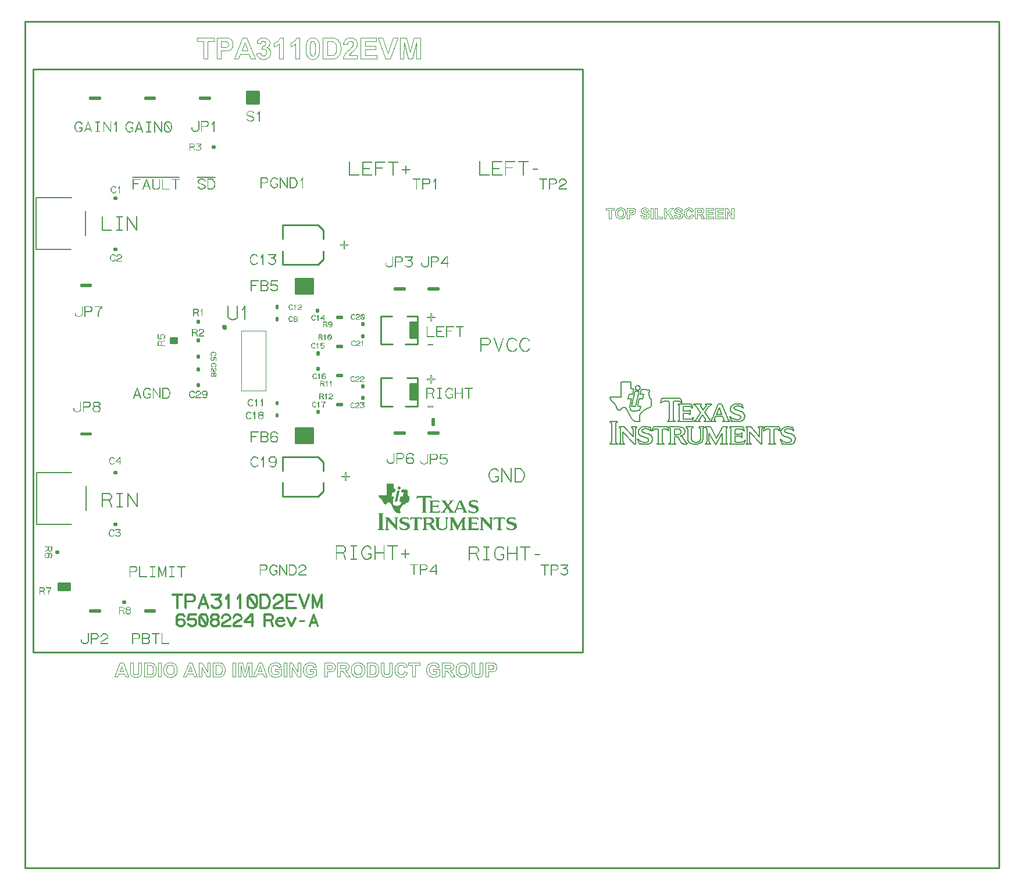
<source format=gbr>
*
G04 Job   : X:\EvmBoards\TPA3110D2\TPA3110D2EVM\PCB_Layout\TPA3110D2EVM.pcb*
G04 User  : DTA0209011:a0209011*
G04 Layer : TopSilkscreen.gbr*
G04 Date  : Thu Mar 12 13:10:39 2009*
G04 Mentor Graphics Example Gerber Output Definition*
%ICAS*%
%MOIN*%
%FSLAX24Y24*%
%OFA0.0000B0.0000*%
G90*
G74*
%ADD12C,0.00394*%
%ADD14C,0.00433*%
%ADD15C,0.00591*%
%ADD13C,0.00787*%
%ADD11C,0.00984*%
%ADD10C,0.01000*%
G01*
G54D10*
X31496D01*
Y33465*
X0*
Y0*
G54D11*
X-443Y-12352D02*
X55364D01*
Y36171*
X-443*
Y-12352*
X1309Y5709D02*
X1447D01*
Y5807*
X1309*
Y5709*
Y5807*
X1398D02*
Y5709D01*
X1427Y3593D02*
X2116D01*
Y3986*
X1427*
Y3593*
Y3986*
X1516D02*
Y3593D01*
X1604D02*
Y3986D01*
X1693D02*
Y3593D01*
X1781D02*
Y3986D01*
X1870D02*
Y3593D01*
X1959D02*
Y3986D01*
X2047D02*
Y3593D01*
X2756Y12500D02*
X3297D01*
Y12598*
X2756*
Y12500*
Y12598D02*
Y12500D01*
Y21014D02*
X3297D01*
Y21112*
X2756*
Y21014*
Y21112D02*
Y21014D01*
X2844Y12500D02*
Y12598D01*
Y21014D02*
Y21112D01*
X2933Y12598D02*
Y12500D01*
Y21112D02*
Y21014D01*
X3022Y12500D02*
Y12598D01*
Y21014D02*
Y21112D01*
X3110Y12598D02*
Y12500D01*
Y21112D02*
Y21014D01*
X3199Y12500D02*
Y12598D01*
Y21014D02*
Y21112D01*
X3248Y2362D02*
X3839D01*
Y2461*
X3248*
Y2362*
Y2461D02*
Y2362D01*
Y31742D02*
X3839D01*
Y31841*
X3248*
Y31742*
Y31841D02*
Y31742D01*
X3287Y12598D02*
Y12500D01*
Y21112D02*
Y21014D01*
X3337Y2362D02*
Y2461D01*
Y31742D02*
Y31841D01*
X3425Y2461D02*
Y2362D01*
Y31841D02*
Y31742D01*
X3514Y2362D02*
Y2461D01*
Y31742D02*
Y31841D01*
X3602Y2461D02*
Y2362D01*
Y31841D02*
Y31742D01*
X3691Y2362D02*
Y2461D01*
Y31742D02*
Y31841D01*
X3780Y2461D02*
Y2362D01*
Y31841D02*
Y31742D01*
X4656Y7333D02*
X4793D01*
Y7431*
X4656*
Y7333*
Y7431*
Y10285D02*
X4793D01*
Y10384*
X4656*
Y10285*
Y10384*
Y23081D02*
X4793D01*
Y23179*
X4656*
Y23081*
Y23179*
Y26033D02*
X4793D01*
Y26132*
X4656*
Y26033*
Y26132*
X4744Y7431D02*
Y7333D01*
Y10384D02*
Y10285D01*
Y23179D02*
Y23081D01*
Y26132D02*
Y26033D01*
X5148Y2854D02*
X5285D01*
Y2953*
X5148*
Y2854*
Y2953*
X5236D02*
Y2854D01*
X6398Y2362D02*
X6988D01*
Y2461*
X6398*
Y2362*
Y2461D02*
Y2362D01*
Y31742D02*
X6988D01*
Y31841*
X6398*
Y31742*
Y31841D02*
Y31742D01*
X6486Y2362D02*
Y2461D01*
Y31742D02*
Y31841D01*
X6575Y2461D02*
Y2362D01*
Y31841D02*
Y31742D01*
X6663Y2362D02*
Y2461D01*
Y31742D02*
Y31841D01*
X6752Y2461D02*
Y2362D01*
Y31841D02*
Y31742D01*
X6841Y2362D02*
Y2461D01*
Y31742D02*
Y31841D01*
X6929Y2461D02*
Y2362D01*
Y31841D02*
Y31742D01*
X7884Y17766D02*
X8258D01*
Y18061*
X7884*
Y17766*
Y18061D02*
Y17766D01*
X7972D02*
Y18061D01*
X8061D02*
Y17766D01*
X8150D02*
Y18061D01*
X8238D02*
Y17766D01*
X8541Y3322D02*
Y3327D01*
Y3333*
X8538Y3339*
X8534Y3342*
X8528Y3344*
X7997*
X7991Y3342*
X7987Y3339*
X7985Y3333*
X7984Y3327*
X7985Y3322*
X7987Y3316*
X7991Y3313*
X7997Y3311*
X8247*
Y2572*
X8248Y2567*
X8252Y2562*
X8257Y2559*
X8263*
X8268*
X8274Y2562*
X8277Y2567*
X8278Y2572*
Y3311*
X8528*
X8534Y3313*
X8538Y3316*
X8541Y3322*
Y3327D02*
Y3322D01*
X8538Y3316*
X8534Y3313*
X8528Y3311*
X8278*
Y2572*
X8277Y2567*
X8274Y2562*
X8268Y2559*
X8263*
X8257*
X8252Y2562*
X8248Y2567*
X8247Y2572*
Y3311*
X7997*
X7991Y3313*
X7987Y3316*
X7985Y3322*
X7984Y3327*
X7985Y3333*
X7987Y3339*
X7991Y3342*
X7997Y3344*
X8528*
X8534Y3342*
X8538Y3339*
X8541Y3333*
Y3327*
X8655Y1656D02*
X8671Y1727D01*
X8656Y1797*
X8628Y1848*
X8561Y1893*
X8499Y1903*
X8409*
X8347Y1893*
X8279Y1852*
X8248Y1796*
X8236Y1709*
Y1670*
X8277Y1606*
X8347Y1560*
X8409Y1553*
X8499*
X8560Y1560*
X8628Y1605*
X8655Y1656*
X8671Y1727D02*
X8655Y1656D01*
X8628Y1605*
X8560Y1560*
X8499Y1553*
X8409*
X8347Y1560*
X8277Y1606*
X8236Y1670*
Y1709*
X8248Y1796*
X8279Y1852*
X8347Y1893*
X8409Y1903*
X8499*
X8561Y1893*
X8628Y1848*
X8656Y1797*
X8671Y1727*
X8683Y1650D02*
X8700Y1724D01*
Y1730*
X8684Y1804*
X8683Y1806*
X8682Y1808*
X8681Y1809*
X8649Y1866*
X8647Y1870*
X8645Y1872*
X8573Y1919*
X8569Y1921*
X8568*
X8502Y1930*
X8404*
X8340Y1921*
X8338*
X8335Y1919*
X8261Y1874*
X8257Y1871*
Y1870*
Y1869*
X8256*
X8236Y1832*
Y1916*
X8250Y2079*
X8278Y2132*
X8347Y2178*
X8409Y2185*
X8499*
X8562Y2178*
X8624Y2133*
X8660Y2075*
X8664Y2071*
X8668Y2070*
X8673Y2071*
X8678Y2073*
X8682Y2076*
X8685Y2080*
X8686Y2085*
X8684Y2089*
X8649Y2150*
X8646Y2152*
X8642Y2155*
X8573Y2202*
X8571Y2203*
X8567Y2204*
X8502Y2213*
X8404*
X8340Y2204*
X8338*
X8335Y2202*
X8261Y2154*
X8259Y2152*
X8257Y2149*
X8225Y2089*
X8224Y2087*
X8223Y2083*
X8208Y1919*
Y1667*
Y1663*
X8210Y1659*
X8257Y1589*
X8258Y1586*
X8261Y1582*
X8335Y1535*
X8338Y1533*
X8340*
X8404Y1524*
X8502*
X8567Y1533*
X8569*
X8573Y1535*
X8645Y1582*
X8647Y1584*
X8649Y1588*
X8681Y1646*
X8682Y1648*
X8683Y1650*
X8700Y1724D02*
X8683Y1650D01*
X8682Y1648*
X8681Y1646*
X8649Y1588*
X8647Y1584*
X8645Y1582*
X8573Y1535*
X8569Y1533*
X8567*
X8502Y1524*
X8404*
X8340Y1533*
X8338*
X8335Y1535*
X8261Y1582*
X8258Y1586*
X8256Y1589*
X8210Y1659*
X8208Y1663*
Y1667*
Y1919*
X8223Y2083*
X8224Y2087*
X8225Y2089*
X8256Y2149*
X8259Y2152*
X8261Y2154*
X8335Y2202*
X8338Y2204*
X8340*
X8404Y2213*
X8502*
X8567Y2204*
X8571Y2203*
X8573Y2202*
X8642Y2155*
X8646Y2152*
X8649Y2150*
X8684Y2089*
X8686Y2085*
X8685Y2080*
X8682Y2076*
X8678Y2073*
X8673Y2071*
X8668Y2070*
X8664Y2071*
X8660Y2075*
X8624Y2133*
X8562Y2178*
X8499Y2185*
X8409*
X8347Y2178*
X8278Y2132*
X8250Y2079*
X8236Y1916*
Y1832*
X8256Y1869*
Y1870*
X8257Y1871*
X8261Y1874*
X8335Y1919*
X8338Y1921*
X8340*
X8404Y1930*
X8502*
X8568Y1921*
X8569*
X8573Y1919*
X8645Y1872*
X8647Y1870*
X8649Y1866*
X8681Y1809*
X8682Y1808*
X8683Y1806*
X8684Y1804*
X8700Y1730*
Y1724*
X9200Y3014D02*
X9256Y3091D01*
Y3188*
X9202Y3262*
X9135Y3311*
X8758*
Y2966*
X9135*
X9200Y3014*
X9256Y3091D02*
X9200Y3014D01*
X9135Y2966*
X8758*
Y3311*
X9135*
X9202Y3262*
X9256Y3188*
Y3091*
X9287Y3081D02*
X9288Y3082D01*
Y3193*
X9287Y3196*
Y3198*
X9286Y3200*
X9285*
Y3202*
X9227Y3283*
X9225Y3285*
X9223*
Y3286*
X9149Y3341*
X9145Y3342*
X9143Y3343*
X9139Y3344*
X8741*
X8735Y3342*
X8731Y3338*
X8727Y3334*
X8726Y3328*
Y2572*
X8727Y2567*
X8730Y2562*
X8736Y2559*
X8741*
X8748*
X8753Y2562*
X8756Y2567*
X8758Y2572*
Y2934*
X9144*
X9146Y2935*
X9149Y2937*
X9223Y2990*
X9226Y2993*
X9228Y2997*
X9285Y3075*
Y3077*
X9286Y3078*
X9287*
Y3081*
X9288Y3082D02*
X9287Y3081D01*
Y3078*
X9286*
X9285Y3077*
Y3075*
X9228Y2997*
X9226Y2993*
X9223Y2990*
X9149Y2937*
X9146Y2935*
X9144Y2934*
X8758*
Y2572*
X8756Y2567*
X8753Y2562*
X8748Y2559*
X8741*
X8736*
X8730Y2562*
X8727Y2567*
X8726Y2572*
Y3328*
X8727Y3334*
X8731Y3338*
X8735Y3342*
X8741Y3344*
X9139*
X9143Y3343*
X9145Y3342*
X9149Y3341*
X9223Y3286*
Y3285*
X9225*
X9227Y3283*
X9285Y3202*
Y3200*
X9286*
X9287Y3198*
Y3196*
X9288Y3193*
Y3082*
X9339Y1651D02*
X9351Y1747D01*
Y1750*
X9340Y1837*
X9339Y1841*
X9338*
X9337Y1843*
X9336Y1844*
X9335Y1845*
X9284Y1906*
X9282*
Y1908*
X9280Y1910*
X9201Y1949*
X9198Y1950*
X9193*
X9091Y1955*
X9085*
X8965Y1943*
X8963Y1942*
X8961*
X8889Y1918*
X8931Y2185*
X9337*
X9342Y2187*
X9346Y2189*
X9348Y2194*
X9349Y2199*
X9348Y2204*
X9346Y2209*
X9342Y2212*
X9337Y2213*
X8919*
X8913Y2212*
X8910Y2209*
X8906Y2205*
Y2202*
X8858Y1900*
Y1896*
X8859Y1892*
X8861Y1890*
X8864Y1888*
X8868Y1885*
X8871Y1883*
X8874*
X8877Y1884*
X8968Y1914*
X9087Y1926*
X9089*
X9191Y1921*
X9266Y1885*
X9312Y1830*
X9322Y1749*
X9311Y1659*
X9264Y1603*
X9147Y1553*
X9061*
X8943Y1602*
X8883Y1664*
X8879Y1666*
X8873Y1667*
X8868Y1665*
X8864Y1662*
X8861Y1657*
X8859Y1653*
Y1648*
X8862Y1643*
X8924Y1580*
X8926Y1578*
X8929Y1577*
X8930Y1576*
X9053Y1525*
X9054Y1524*
X9154*
X9156Y1525*
X9278Y1577*
X9281Y1580*
X9282Y1581*
X9335Y1644*
Y1645*
Y1646*
X9337Y1648*
X9339Y1651*
X9351Y1747D02*
X9339Y1651D01*
X9337Y1648*
X9335Y1646*
Y1645*
Y1644*
X9282Y1581*
X9281Y1580*
X9278Y1577*
X9156Y1525*
X9154Y1524*
X9054*
X9053Y1525*
X8930Y1576*
X8929Y1577*
X8926Y1578*
X8924Y1580*
X8862Y1643*
X8859Y1648*
Y1653*
X8861Y1657*
X8864Y1662*
X8868Y1665*
X8873Y1667*
X8879Y1666*
X8883Y1664*
X8943Y1602*
X9061Y1553*
X9147*
X9264Y1603*
X9311Y1659*
X9322Y1749*
X9312Y1830*
X9266Y1885*
X9191Y1921*
X9089Y1926*
X9087*
X8968Y1914*
X8877Y1884*
X8874Y1883*
X8871*
X8868Y1885*
X8864Y1887*
X8861Y1890*
X8859Y1892*
X8858Y1896*
Y1900*
X8906Y2202*
Y2205*
X8910Y2209*
X8913Y2212*
X8919Y2213*
X9337*
X9342Y2212*
X9346Y2209*
X9348Y2204*
X9349Y2199*
X9348Y2194*
X9346Y2189*
X9342Y2187*
X9337Y2185*
X8931*
X8889Y1918*
X8961Y1942*
X8963*
X8965Y1943*
X9085Y1955*
X9091*
X9193Y1950*
X9198*
X9201Y1949*
X9280Y1910*
X9282Y1908*
Y1906*
X9284*
X9335Y1845*
X9336Y1844*
X9337Y1843*
X9338Y1841*
X9339*
X9340Y1837*
X9351Y1750*
Y1747*
X9400Y15285D02*
X9498D01*
Y15423*
X9400*
Y15285*
Y15423*
Y16171D02*
X9498D01*
Y16309*
X9400*
Y16171*
Y16309*
Y16900D02*
X9498D01*
Y17037*
X9400*
Y16900*
Y17037*
Y17844D02*
X9498D01*
Y17982*
X9400*
Y17844*
Y17982*
Y18927D02*
X9498D01*
Y19065*
X9400*
Y18927*
Y19065*
X9488Y15423D02*
Y15285D01*
Y16309D02*
Y16171D01*
Y17037D02*
Y16900D01*
Y17982D02*
Y17844D01*
Y19065D02*
Y18927D01*
X9547Y31742D02*
X10138D01*
Y31841*
X9547*
Y31742*
Y31841D02*
Y31742D01*
X9550Y1649D02*
X9551Y1655D01*
X9550Y1658*
X9549Y1662*
X9546Y1665*
X9540Y1666*
X9535*
X9530Y1663*
X9527Y1659*
X9524Y1656*
X9523Y1655*
X9524Y1653*
X9525Y1647*
X9528Y1644*
X9532Y1642*
X9537*
X9543*
X9547Y1645*
X9550Y1649*
X9583Y2805D02*
X9917D01*
X9751Y3280*
X9583Y2805*
X9636Y31742D02*
Y31841D01*
X9724D02*
Y31742D01*
X9813D02*
Y31841D01*
X9862Y1560D02*
X9920Y1599D01*
X9572Y2115*
X9553Y2078*
X9538Y1915*
Y1822*
X9550Y1658*
X9581Y1605*
X9650Y1560*
X9712Y1553*
X9801*
X9862Y1560*
X9902Y31841D02*
Y31742D01*
X9917Y2805D02*
X9583D01*
X9751Y3280*
X9917Y2805*
X9958Y1657D02*
X9974Y1824D01*
Y1915*
X9960Y2077*
X9927Y2133*
X9864Y2178*
X9801Y2185*
X9712*
X9650Y2178*
X9589Y2137*
X9938Y1621*
X9958Y1657*
X9974Y1824D02*
X9958Y1657D01*
X9938Y1621*
X9589Y2137*
X9650Y2178*
X9712Y2185*
X9801*
X9864Y2178*
X9927Y2133*
X9960Y2077*
X9974Y1915*
Y1824*
X9985Y1651D02*
X10002Y1819D01*
Y1919*
X9988Y2083*
X9987Y2086*
X9986Y2089*
X9951Y2149*
X9949Y2151*
X9944Y2154*
X9876Y2202*
X9874Y2203*
X9869Y2204*
X9804Y2213*
X9707*
X9643Y2204*
X9641*
X9638Y2202*
X9564Y2154*
X9561Y2152*
X9559Y2149*
X9528Y2089*
X9526Y2087*
Y2083*
X9510Y1919*
Y1819*
X9523Y1655*
X9524Y1656*
X9527Y1659*
X9530Y1663*
X9535Y1666*
X9540*
X9546Y1665*
X9549Y1662*
X9550Y1658*
X9538Y1822*
Y1915*
X9553Y2078*
X9572Y2115*
X9920Y1599*
X9863Y1560*
X9801Y1553*
X9712*
X9650Y1560*
X9581Y1605*
X9550Y1658*
X9551Y1655*
X9550Y1649*
X9547Y1645*
X9543Y1642*
X9537*
X9532*
X9528Y1644*
X9525Y1647*
X9524Y1653*
X9523Y1655*
Y1651*
X9524Y1649*
Y1646*
X9559Y1587*
Y1586*
X9560*
X9563Y1582*
X9637Y1535*
X9640Y1533*
X9643*
X9706Y1524*
X9804*
X9869Y1533*
X9871*
X9875Y1535*
X9947Y1582*
X9949Y1584*
X9951Y1588*
X9983Y1646*
X9984Y1648*
X9985Y1651*
X9990Y31742D02*
Y31841D01*
X10002Y1819D02*
X9985Y1651D01*
X9984Y1648*
X9983Y1646*
X9951Y1588*
X9949Y1584*
X9947Y1582*
X9875Y1535*
X9871Y1533*
X9869*
X9804Y1524*
X9706*
X9643Y1533*
X9640*
X9637Y1535*
X9563Y1582*
X9560Y1586*
X9559*
Y1587*
X9524Y1646*
Y1649*
X9523Y1651*
Y1655*
X9510Y1819*
Y1919*
X9526Y2083*
Y2087*
X9528Y2089*
X9559Y2149*
X9561Y2152*
X9564Y2154*
X9638Y2202*
X9641Y2204*
X9643*
X9707Y2213*
X9804*
X9869Y2204*
X9874Y2203*
X9876Y2202*
X9944Y2154*
X9949Y2151*
X9951Y2149*
X9986Y2089*
X9987Y2086*
X9988Y2083*
X10002Y1919*
Y1819*
X10030Y2567D02*
X10032Y2572D01*
X10030Y2578*
X9767Y3333*
X9764Y3336*
X9761Y3339*
X9757Y3341*
X9752*
X9747*
X9743Y3340*
X9739Y3337*
X9736Y3333*
X9470Y2578*
Y2572*
X9471Y2567*
X9475Y2563*
X9481Y2560*
X9486Y2559*
X9493*
X9497Y2563*
X9500Y2568*
X9573Y2773*
X9930*
X10001Y2568*
X10004Y2563*
X10010Y2559*
X10016*
X10021Y2560*
X10026Y2563*
X10030Y2567*
X10032Y2572D02*
X10030Y2567D01*
X10026Y2563*
X10021Y2560*
X10016Y2559*
X10010*
X10004Y2563*
X10001Y2568*
X9930Y2773*
X9573*
X9500Y2568*
X9497Y2563*
X9493Y2559*
X9486*
X9481Y2560*
X9475Y2563*
X9471Y2567*
X9470Y2572*
Y2578*
X9736Y3333*
X9739Y3337*
X9743Y3340*
X9747Y3341*
X9752*
X9757*
X9761Y3339*
X9764Y3336*
X9767Y3333*
X10030Y2578*
X10032Y2572*
X10079Y31841D02*
Y31742D01*
X10266Y28937D02*
X10404D01*
Y29035*
X10266*
Y28937*
Y29035*
X10288Y2202D02*
X10292Y2204D01*
X10290*
X10288Y2202*
X10300Y2177D02*
X10301Y2178D01*
X10300*
X10299Y2177*
X10300*
X10306Y2182D02*
X10308Y2185D01*
Y2189*
X10307Y2194*
X10304Y2199*
X10301Y2202*
X10297Y2204*
X10293*
X10292*
X10288Y2202*
X10286Y2198*
X10284Y2193*
Y2189*
X10286Y2184*
X10288Y2180*
X10292Y2177*
X10299*
X10300Y2178*
X10301*
X10303Y2179*
X10306Y2182*
X10354Y29035D02*
Y28937D01*
X10591Y1990D02*
X10611Y2038D01*
Y2079*
X10578Y2133*
X10515Y2178*
X10452Y2185*
X10362*
X10301Y2178*
X10300Y2177*
X10299*
X10232Y2132*
X10203Y2079*
Y2038*
X10221Y1990*
X10272Y1950*
X10363Y1930*
X10451*
X10540Y1950*
X10591Y1990*
X10609Y1656D02*
X10624Y1727D01*
X10609Y1797*
X10581Y1848*
X10514Y1893*
X10452Y1903*
X10362*
X10300Y1893*
X10232Y1852*
X10201Y1796*
X10189Y1727*
X10201Y1658*
X10232Y1605*
X10300Y1560*
X10362Y1553*
X10452*
X10513Y1560*
X10581Y1605*
X10609Y1656*
X10624Y1727D02*
X10609Y1656D01*
X10581Y1605*
X10513Y1560*
X10452Y1553*
X10362*
X10300Y1560*
X10232Y1605*
X10201Y1658*
X10189Y1727*
X10201Y1796*
X10232Y1852*
X10300Y1893*
X10362Y1903*
X10452*
X10514Y1893*
X10581Y1848*
X10609Y1797*
X10624Y1727*
X10636Y1650D02*
X10653Y1724D01*
Y1730*
X10637Y1804*
X10636Y1805*
Y1806*
X10635Y1808*
X10634*
Y1809*
X10602Y1866*
X10600Y1870*
X10598Y1872*
X10529Y1917*
X10549Y1923*
X10551*
X10554Y1925*
X10612Y1970*
X10613Y1972*
X10616Y1973*
Y1974*
X10617Y1976*
X10638Y2029*
Y2031*
X10639Y2032*
Y2085*
X10638Y2087*
X10637Y2091*
X10602Y2149*
X10600Y2151*
X10596Y2154*
X10527Y2202*
X10525Y2203*
X10520Y2204*
X10455Y2213*
X10357*
X10293Y2204*
X10297*
X10301Y2202*
X10304Y2199*
X10307Y2194*
X10308Y2189*
Y2185*
X10306Y2182*
X10303Y2179*
X10301Y2178*
X10362Y2185*
X10452*
X10515Y2178*
X10578Y2133*
X10611Y2079*
Y2038*
X10591Y1990*
X10540Y1950*
X10451Y1930*
X10363*
X10272Y1950*
X10221Y1990*
X10203Y2038*
Y2079*
X10232Y2132*
X10299Y2177*
X10292*
X10288Y2180*
X10286Y2184*
X10284Y2189*
Y2193*
X10286Y2198*
X10288Y2202*
X10215Y2154*
X10210Y2151*
Y2149*
X10176Y2091*
X10175Y2087*
X10174*
Y2032*
X10175Y2031*
Y2030*
X10196Y1976*
X10197Y1974*
X10198Y1972*
X10199*
X10201Y1970*
X10258Y1925*
X10259*
X10261Y1923*
X10262*
X10265*
X10286Y1917*
X10215Y1874*
X10210Y1871*
Y1870*
Y1869*
X10175Y1810*
X10174Y1808*
Y1805*
X10160Y1730*
Y1728*
X10159Y1726*
X10160Y1724*
X10174Y1650*
Y1646*
X10175*
X10210Y1587*
X10213Y1584*
X10215Y1582*
X10288Y1535*
X10291Y1533*
X10293*
X10357Y1524*
X10455*
X10520Y1533*
X10523*
X10525Y1535*
X10598Y1582*
X10600Y1584*
X10602Y1587*
Y1588*
X10634Y1646*
Y1648*
X10635*
X10636Y1650*
X10653Y1724D02*
X10636Y1650D01*
X10635Y1648*
X10634*
Y1646*
X10602Y1588*
Y1587*
X10600Y1584*
X10598Y1582*
X10525Y1535*
X10523Y1533*
X10520*
X10455Y1524*
X10357*
X10293Y1533*
X10291*
X10288Y1535*
X10215Y1582*
X10212Y1584*
X10210Y1587*
X10175Y1646*
X10174*
Y1650*
X10160Y1724*
X10159Y1726*
X10160Y1728*
Y1730*
X10174Y1805*
Y1808*
X10175Y1810*
X10210Y1869*
Y1870*
Y1871*
X10215Y1874*
X10286Y1917*
X10265Y1923*
X10262*
X10261*
X10259Y1925*
X10258*
X10201Y1970*
X10199Y1972*
X10198*
X10197Y1974*
X10196Y1976*
X10175Y2030*
Y2031*
X10174Y2032*
Y2087*
X10175*
X10176Y2091*
X10210Y2149*
Y2151*
X10215Y2154*
X10288Y2202*
X10290Y2204*
X10292*
X10293*
X10357Y2213*
X10455*
X10520Y2204*
X10525Y2203*
X10527Y2202*
X10596Y2154*
X10600Y2151*
X10602Y2149*
X10637Y2091*
X10638Y2087*
X10639Y2085*
Y2032*
X10638Y2031*
Y2029*
X10617Y1976*
X10616Y1974*
Y1973*
X10613Y1972*
X10612Y1970*
X10554Y1925*
X10551Y1923*
X10549*
X10529Y1917*
X10598Y1872*
X10600Y1870*
X10602Y1866*
X10634Y1809*
Y1808*
X10635*
X10636Y1806*
Y1805*
X10637Y1804*
X10653Y1730*
Y1724*
X10762Y2713D02*
X10778Y2785D01*
Y2792*
X10775Y2845*
X10774Y2848*
X10773Y2851*
X10747Y2935*
Y2937*
X10744Y2941*
X10700Y3013*
Y3014*
X10697Y3015*
X10696Y3018*
X10647Y3045*
X10644Y3047*
X10642*
Y3048*
X10561Y3068*
X10550*
X10595Y3081*
X10600Y3082*
X10603Y3084*
X10681Y3144*
X10682Y3145*
X10683Y3147*
X10684*
X10741Y3226*
X10743Y3230*
X10744Y3233*
X10776Y3322*
X10778Y3326*
X10777Y3329*
X10776Y3333*
X10773Y3336*
X10770Y3339*
X10768Y3341*
X10765Y3343*
X10762Y3344*
X10230*
X10225Y3342*
X10221Y3339*
X10218Y3333*
X10217Y3327*
X10218Y3322*
X10221Y3316*
X10225Y3313*
X10230Y3311*
X10738*
X10715Y3245*
X10660Y3168*
X10585Y3111*
X10442Y3068*
X10437Y3067*
X10433Y3063*
X10432Y3060*
X10430Y3055*
Y3048*
X10432Y3041*
X10437Y3037*
X10440Y3036*
X10555*
X10632Y3015*
X10675Y2990*
X10718Y2924*
X10743Y2842*
X10746Y2790*
X10730Y2722*
X10681Y2660*
X10622Y2620*
X10545Y2589*
X10444*
X10339Y2621*
X10242Y2709*
X10237Y2712*
X10232*
X10226Y2711*
X10222Y2707*
X10219Y2702*
X10217Y2696*
X10218Y2690*
X10220Y2685*
X10319Y2596*
X10323Y2593*
X10325*
X10437Y2559*
X10441Y2557*
X10443Y2556*
X10550*
X10556Y2557*
X10636Y2590*
X10638Y2591*
X10640Y2593*
X10700Y2635*
Y2636*
X10702Y2637*
X10704Y2639*
Y2641*
X10757Y2705*
X10758*
X10759Y2707*
Y2709*
X10762Y2713*
X10778Y3326D02*
X10776Y3322D01*
X10744Y3233*
X10743Y3230*
X10741Y3226*
X10684Y3147*
X10683*
X10682Y3145*
X10681Y3144*
X10603Y3084*
X10600Y3081*
X10595*
X10550Y3068*
X10561*
X10642Y3048*
Y3047*
X10644*
X10647Y3045*
X10696Y3018*
X10697Y3015*
X10700Y3014*
Y3013*
X10744Y2941*
X10747Y2937*
Y2935*
X10773Y2851*
X10774Y2848*
X10775Y2845*
X10778Y2792*
Y2785*
X10762Y2713*
X10759Y2709*
Y2707*
X10758Y2705*
X10757*
X10704Y2641*
Y2639*
X10702Y2637*
X10700Y2636*
Y2635*
X10640Y2593*
X10638Y2591*
X10636Y2590*
X10556Y2557*
X10550Y2556*
X10443*
X10441Y2557*
X10437Y2559*
X10325Y2593*
X10323*
X10319Y2596*
X10220Y2685*
X10218Y2690*
X10217Y2696*
X10219Y2702*
X10222Y2707*
X10226Y2711*
X10232Y2712*
X10237*
X10242Y2709*
X10339Y2621*
X10444Y2589*
X10545*
X10622Y2620*
X10681Y2660*
X10730Y2722*
X10746Y2790*
X10743Y2842*
X10718Y2924*
X10675Y2990*
X10632Y3015*
X10555Y3036*
X10440*
X10437Y3037*
X10432Y3041*
X10430Y3048*
Y3055*
X10432Y3060*
X10433Y3063*
X10437Y3067*
X10442Y3068*
X10585Y3111*
X10660Y3168*
X10715Y3245*
X10738Y3311*
X10230*
X10225Y3313*
X10221Y3316*
X10218Y3322*
X10217Y3327*
X10218Y3333*
X10221Y3339*
X10225Y3342*
X10230Y3344*
X10762*
X10765Y3343*
X10768Y3341*
X10770Y3339*
X10773Y3336*
X10776Y3333*
X10777Y3329*
X10778Y3326*
X10965Y18554D02*
Y18750D01*
X11053Y18711D02*
Y18593D01*
X11073Y18652D02*
G03X10974Y18750I99D01*
X10876Y18652J98*
X10974Y18553I98*
X11073Y18652J99*
G01X11209Y2567D02*
X11210Y2572D01*
Y3328*
X11209Y3333*
X11207Y3337*
X11203Y3340*
X11197Y3341*
X11193Y3342*
X11190*
X11187Y3341*
X11184Y3337*
X11043Y3121*
X11041Y3115*
Y3111*
X11044Y3106*
X11048Y3101*
X11052Y3098*
X11057Y3097*
X11059*
X11062Y3098*
X11066Y3102*
X11181Y3279*
X11182*
Y2572*
Y2567*
X11186Y2562*
X11191Y2559*
X11195*
X11200*
X11205Y2562*
X11209Y2567*
X11210Y2572D02*
X11209Y2567D01*
X11205Y2562*
X11200Y2559*
X11195*
X11191*
X11186Y2562*
X11182Y2567*
X11181Y2572*
Y3279*
X11066Y3102*
X11062Y3098*
X11059Y3097*
X11057*
X11052Y3098*
X11048Y3101*
X11044Y3106*
X11041Y3111*
Y3115*
X11043Y3121*
X11184Y3337*
X11187Y3341*
X11190Y3342*
X11193*
X11197Y3341*
X11203Y3340*
X11207Y3337*
X11209Y3333*
X11210Y3328*
Y2572*
X11303Y1961D02*
X11304Y1962D01*
Y2012*
X11303Y2014*
Y2016*
X11258Y2127*
X11257Y2129*
X11255Y2131*
X11189Y2189*
X11187Y2191*
X11184Y2193*
X11108Y2213*
X11012*
X11009*
X11007Y2211*
X10932Y2192*
X10927Y2189*
X10861Y2132*
X10859Y2131*
X10858Y2127*
X10813Y2017*
X10812Y2011*
X10814Y2007*
X10817Y2003*
X10822Y2000*
X10826Y1998*
X10832Y1999*
X10837Y2001*
X10839Y2005*
X10882Y2112*
X10943Y2167*
X11012Y2185*
X11101*
X11174Y2165*
X11234Y2112*
X11276Y2007*
Y1967*
X11256Y1926*
X11099Y1834*
X11098*
X10864Y1701*
X10862*
X10859Y1697*
X10815Y1642*
X10813Y1639*
X10812Y1637*
Y1538*
X10813Y1533*
X10817Y1529*
X10820Y1526*
X10826Y1524*
X11290*
X11296Y1526*
X11299Y1529*
X11301Y1533*
X11302Y1538*
X11301Y1544*
X11299Y1549*
X11296Y1551*
X11290Y1553*
X10840*
Y1628*
X10879Y1679*
X11112Y1810*
X11113*
X11274Y1903*
X11278Y1905*
X11279Y1909*
X11302Y1956*
Y1957*
X11303Y1958*
Y1961*
X11304Y1962D02*
X11303Y1961D01*
Y1958*
X11302Y1957*
Y1956*
X11279Y1909*
X11278Y1905*
X11274Y1903*
X11113Y1810*
X11112*
X10879Y1679*
X10840Y1628*
Y1553*
X11290*
X11296Y1551*
X11299Y1549*
X11301Y1544*
X11302Y1538*
X11301Y1533*
X11299Y1529*
X11296Y1526*
X11290Y1524*
X10826*
X10820Y1526*
X10817Y1529*
X10813Y1533*
X10812Y1538*
Y1637*
X10813Y1639*
X10815Y1642*
X10859Y1697*
X10862Y1701*
X10864*
X11098Y1834*
X11099*
X11256Y1926*
X11276Y1967*
Y2007*
X11234Y2112*
X11174Y2165*
X11101Y2185*
X11012*
X10943Y2167*
X10882Y2112*
X10839Y2005*
X10837Y2001*
X10832Y1999*
X10826Y1998*
X10822Y2000*
X10817Y2003*
X10814Y2007*
X10812Y2011*
X10813Y2017*
X10858Y2127*
X10859Y2131*
X10861Y2132*
X10927Y2189*
X10932Y2192*
X11007Y2211*
X11009Y2213*
X11012*
X11108*
X11184Y2193*
X11187Y2191*
X11189Y2189*
X11255Y2131*
X11257Y2129*
X11258Y2127*
X11303Y2016*
Y2014*
X11304Y2012*
Y1962*
X11867Y2567D02*
Y2572D01*
Y3328*
Y3333*
X11864Y3337*
X11860Y3340*
X11855Y3341*
X11851Y3342*
X11848*
X11844Y3341*
X11841Y3337*
X11700Y3121*
X11699Y3115*
Y3111*
X11701Y3106*
X11705Y3101*
X11710Y3098*
X11715Y3097*
X11717*
X11719Y3098*
X11723Y3102*
X11839Y3279*
Y2572*
X11840Y2567*
X11844Y2562*
X11848Y2559*
X11852*
X11858*
X11863Y2562*
X11867Y2567*
Y2572D02*
Y2567D01*
X11863Y2562*
X11858Y2559*
X11852*
X11848*
X11844Y2562*
X11840Y2567*
X11839Y2572*
Y3279*
X11723Y3102*
X11719Y3098*
X11717Y3097*
X11715*
X11710Y3098*
X11705Y3101*
X11701Y3106*
X11699Y3111*
Y3115*
X11700Y3121*
X11841Y3337*
X11844Y3341*
X11848Y3342*
X11851*
X11855Y3341*
X11860Y3340*
X11864Y3337*
X11867Y3333*
Y3328*
Y2572*
X11954Y1961D02*
X11955Y1962D01*
Y2012*
X11954Y2014*
Y2016*
X11909Y2127*
X11908Y2129*
X11906Y2131*
X11841Y2189*
X11838Y2191*
X11835Y2193*
X11759Y2213*
X11663*
X11660*
X11658Y2211*
X11584Y2192*
X11578Y2189*
X11512Y2132*
X11511Y2131*
X11509Y2127*
X11464Y2017*
X11463Y2011*
X11465Y2007*
X11469Y2003*
X11473Y2000*
X11477Y1998*
X11483Y1999*
X11488Y2001*
X11491Y2005*
X11533Y2112*
X11594Y2167*
X11663Y2185*
X11752*
X11825Y2165*
X11885Y2112*
X11927Y2007*
Y1967*
X11907Y1926*
X11750Y1834*
X11749*
X11515Y1701*
X11513*
X11510Y1697*
X11466Y1642*
X11464Y1639*
X11463Y1637*
Y1538*
X11464Y1533*
X11468Y1529*
X11471Y1526*
X11477Y1524*
X11941*
X11947Y1526*
X11950Y1529*
X11952Y1533*
X11953Y1538*
X11952Y1544*
X11950Y1549*
X11947Y1551*
X11941Y1553*
X11491*
Y1628*
X11531Y1679*
X11763Y1810*
X11764*
X11925Y1903*
X11929Y1905*
X11930Y1909*
X11953Y1956*
Y1957*
X11954Y1958*
Y1961*
X11955Y1962D02*
X11954Y1961D01*
Y1958*
X11953Y1957*
Y1956*
X11930Y1909*
X11929Y1905*
X11925Y1903*
X11764Y1810*
X11763*
X11531Y1679*
X11491Y1628*
Y1553*
X11941*
X11947Y1551*
X11950Y1549*
X11952Y1544*
X11953Y1538*
X11952Y1533*
X11950Y1529*
X11947Y1526*
X11941Y1524*
X11477*
X11471Y1526*
X11468Y1529*
X11464Y1533*
X11463Y1538*
Y1637*
X11464Y1639*
X11466Y1642*
X11510Y1697*
X11513Y1701*
X11515*
X11749Y1834*
X11750*
X11907Y1926*
X11927Y1967*
Y2007*
X11885Y2112*
X11825Y2165*
X11752Y2185*
X11663*
X11594Y2167*
X11533Y2112*
X11491Y2005*
X11488Y2001*
X11483Y1999*
X11477Y1998*
X11473Y2000*
X11469Y2003*
X11465Y2007*
X11463Y2011*
X11464Y2017*
X11509Y2127*
X11511Y2131*
X11512Y2132*
X11578Y2189*
X11584Y2192*
X11658Y2211*
X11660Y2213*
X11663*
X11759*
X11835Y2193*
X11838Y2191*
X11841Y2189*
X11906Y2131*
X11908Y2129*
X11909Y2127*
X11954Y2016*
Y2014*
X11955Y2012*
Y1962*
X12142Y1775D02*
X12532D01*
Y2184*
X12505*
X12142Y1792*
Y1775*
X12254Y31496D02*
X12943D01*
Y32185*
X12254*
Y31496*
Y32185*
X12320Y2699D02*
X12322Y2705D01*
X12320Y2709*
X12319Y2713*
X12315Y2717*
X12309Y2718*
X12304*
X12298Y2715*
X12294Y2711*
X12290Y2707*
Y2705*
Y2703*
X12292Y2696*
X12295Y2693*
X12300Y2691*
X12306Y2690*
X12312Y2691*
X12317Y2694*
X12320Y2699*
X12343Y32185D02*
Y31496D01*
X12431D02*
Y32185D01*
X12520D02*
Y31496D01*
X12532Y1775D02*
X12142D01*
Y1792*
X12505Y2184*
X12532*
Y1775*
X12603Y1756D02*
X12604Y1761D01*
X12603Y1766*
X12601Y1771*
X12598Y1774*
X12592Y1775*
X12560*
Y2200*
X12558Y2205*
X12555Y2209*
X12552Y2212*
X12546Y2213*
X12500*
X12497*
X12494Y2211*
X12491*
X12489Y2209*
X12118Y1808*
X12115Y1806*
Y1803*
X12114Y1798*
Y1761*
X12115Y1756*
X12119Y1752*
X12122Y1748*
X12128Y1747*
X12532*
Y1538*
X12534Y1533*
X12536Y1529*
X12541Y1527*
X12546Y1526*
X12551Y1527*
X12556Y1529*
X12558Y1533*
X12560Y1538*
Y1747*
X12592*
X12598Y1748*
X12601Y1751*
X12603Y1756*
X12604Y1761D02*
X12603Y1756D01*
X12601Y1751*
X12598Y1748*
X12592Y1747*
X12560*
Y1538*
X12558Y1533*
X12556Y1529*
X12551Y1527*
X12546Y1526*
X12541Y1527*
X12536Y1529*
X12534Y1533*
X12532Y1538*
Y1747*
X12128*
X12122Y1748*
X12119Y1752*
X12115Y1756*
X12114Y1761*
Y1798*
X12115Y1803*
Y1806*
X12118Y1808*
X12489Y2209*
X12491Y2211*
X12494*
X12497Y2213*
X12500*
X12546*
X12552Y2212*
X12555Y2209*
X12558Y2205*
X12560Y2200*
Y1775*
X12592*
X12598Y1774*
X12601Y1771*
X12603Y1766*
X12604Y1761*
X12608Y31496D02*
Y32185D01*
X12678Y2596D02*
X12744Y2641D01*
X12346Y3231*
X12324Y3189*
X12307Y3003*
Y2896*
X12320Y2709*
X12356Y2648*
X12434Y2596*
X12505Y2589*
X12607*
X12678Y2596*
X12697Y32185D02*
Y31496D01*
X12785D02*
Y32185D01*
X12786Y2707D02*
X12805Y2899D01*
Y3003*
X12789Y3188*
X12751Y3252*
X12679Y3303*
X12607Y3311*
X12505*
X12434Y3303*
X12365Y3256*
X12763Y2667*
X12786Y2707*
X12805Y2899D02*
X12786Y2707D01*
X12763Y2667*
X12365Y3256*
X12434Y3303*
X12505Y3311*
X12607*
X12679Y3303*
X12751Y3252*
X12789Y3188*
X12805Y3003*
Y2899*
X12818Y2701D02*
X12837Y2893D01*
Y3007*
X12821Y3195*
X12820Y3198*
X12818Y3202*
X12778Y3270*
X12776Y3273*
X12771Y3276*
X12693Y3330*
X12690Y3332*
X12685Y3333*
X12611Y3344*
X12500*
X12426Y3333*
X12425*
X12424*
X12421Y3331*
X12337Y3276*
X12333Y3274*
X12330Y3270*
X12295Y3201*
X12293Y3199*
Y3195*
X12274Y3007*
Y2893*
X12290Y2705*
Y2707*
X12294Y2711*
X12298Y2715*
X12304Y2718*
X12309Y2719*
X12315Y2717*
X12319Y2713*
X12320Y2709*
X12307Y2896*
Y3003*
X12324Y3189*
X12346Y3231*
X12744Y2641*
X12678Y2596*
X12607Y2589*
X12505*
X12434Y2596*
X12356Y2648*
X12320Y2709*
X12322Y2705*
X12320Y2699*
X12317Y2694*
X12312Y2691*
X12306Y2690*
X12300Y2691*
X12295Y2693*
X12292Y2696*
X12290Y2703*
Y2705*
X12289Y2701*
X12290Y2699*
X12291Y2696*
X12330Y2628*
X12331Y2626*
X12332*
X12336Y2622*
X12420Y2569*
X12423Y2567*
X12426*
X12499Y2556*
X12611*
X12685Y2567*
X12688*
X12692Y2569*
X12774Y2622*
X12777Y2625*
X12779Y2630*
X12815Y2696*
X12816Y2698*
X12818Y2701*
X12837Y2893D02*
X12818Y2701D01*
X12816Y2698*
X12815Y2696*
X12779Y2630*
X12777Y2625*
X12774Y2622*
X12692Y2569*
X12688Y2567*
X12685*
X12611Y2556*
X12499*
X12426Y2567*
X12423*
X12420Y2569*
X12336Y2622*
X12332Y2626*
X12331*
X12330Y2628*
X12291Y2696*
X12290Y2699*
X12289Y2701*
X12290Y2705*
X12274Y2893*
Y3007*
X12293Y3195*
Y3199*
X12295Y3201*
X12330Y3270*
X12333Y3274*
X12337Y3276*
X12421Y3331*
X12424Y3333*
X12425*
X12426*
X12500Y3344*
X12611*
X12685Y3333*
X12690Y3332*
X12693Y3330*
X12771Y3276*
X12776Y3273*
X12778Y3270*
X12819Y3202*
X12820Y3198*
X12821Y3195*
X12837Y3007*
Y2893*
X12874Y32185D02*
Y31496D01*
X13526Y2793D02*
X13548Y2955D01*
X13526Y3105*
X13479Y3173*
X13478Y3174*
X13411Y3265*
X13348Y3311*
X13051*
Y2589*
X13349*
X13413Y2619*
X13478Y2688*
X13526Y2793*
X13548Y2955D02*
X13526Y2793D01*
X13478Y2688*
X13413Y2619*
X13349Y2589*
X13051*
Y3311*
X13348*
X13411Y3265*
X13478Y3174*
X13479Y3173*
X13526Y3105*
X13548Y2955*
X13559Y2785D02*
X13581Y2952D01*
Y2957*
X13559Y3115*
X13558Y3116*
X13557Y3118*
X13556Y3120*
Y3121*
X13506Y3189*
X13504Y3192*
X13436Y3286*
X13434Y3288*
X13433Y3289*
Y3290*
X13363Y3341*
X13359Y3342*
X13356Y3343*
X13354Y3344*
X13034*
X13029Y3342*
X13024Y3338*
X13020Y3334*
X13019Y3328*
Y2572*
X13020Y2566*
X13024Y2562*
X13029Y2558*
X13034Y2556*
X13354*
X13359Y2557*
X13428Y2590*
X13433Y2593*
Y2595*
X13504Y2669*
X13505Y2670*
X13507Y2674*
X13557Y2781*
X13558Y2783*
X13559Y2785*
X13582Y2952D02*
X13559Y2785D01*
X13558Y2783*
X13557Y2781*
X13507Y2674*
X13505Y2670*
X13504Y2669*
X13433Y2595*
Y2593*
X13428Y2590*
X13359Y2557*
X13354Y2556*
X13034*
X13029Y2558*
X13024Y2562*
X13020Y2566*
X13018Y2572*
Y3328*
X13020Y3334*
X13024Y3338*
X13029Y3342*
X13034Y3344*
X13354*
X13356Y3343*
X13359Y3342*
X13363Y3341*
X13433Y3290*
Y3289*
X13434Y3288*
X13436Y3286*
X13504Y3192*
X13506Y3189*
X13556Y3121*
Y3120*
X13557Y3118*
X13558Y3116*
X13559Y3115*
X13582Y2957*
Y2952*
X13673Y1925D02*
X13722Y1992D01*
Y2077*
X13675Y2142*
X13616Y2185*
X13286*
Y1883*
X13616*
X13673Y1925*
X13722Y1992D02*
X13673Y1925D01*
X13616Y1883*
X13286*
Y2185*
X13616*
X13675Y2142*
X13722Y2077*
Y1992*
X13749Y1983D02*
X13750Y1985D01*
Y2082*
X13749Y2085*
Y2086*
X13748Y2087*
Y2088*
Y2089*
X13697Y2160*
X13695Y2162*
X13693*
Y2163*
X13628Y2211*
X13625Y2212*
X13623Y2213*
X13619*
X13272*
X13266Y2212*
X13263Y2209*
X13259Y2205*
X13258Y2200*
Y1538*
X13259Y1533*
X13262Y1529*
X13267Y1527*
X13272Y1526*
X13277Y1527*
X13282Y1529*
X13285Y1533*
X13286Y1538*
Y1855*
X13610*
X13723Y1534*
X13726Y1529*
X13730Y1526*
X13736*
X13741Y1527*
X13745Y1530*
X13748Y1533*
X13750Y1538*
X13749Y1543*
X13637Y1863*
X13693Y1904*
X13695Y1906*
X13697Y1910*
X13748Y1978*
Y1980*
Y1981*
X13749*
Y1983*
X13750Y1985D02*
X13749Y1983D01*
Y1981*
X13748*
Y1980*
Y1978*
X13697Y1910*
X13695Y1906*
X13693Y1904*
X13637Y1863*
X13749Y1543*
X13750Y1538*
Y1537*
X13748Y1533*
X13745Y1530*
X13741Y1527*
X13736Y1526*
X13730*
X13726Y1529*
X13723Y1534*
X13610Y1855*
X13286*
Y1538*
X13285Y1533*
X13282Y1529*
X13277Y1527*
X13272Y1526*
X13267Y1527*
X13262Y1529*
X13259Y1533*
X13258Y1538*
Y2200*
X13259Y2205*
X13263Y2209*
X13266Y2212*
X13272Y2213*
X13619*
X13623*
X13625Y2212*
X13628Y2211*
X13693Y2163*
Y2162*
X13695*
X13697Y2160*
X13748Y2089*
Y2088*
Y2087*
X13749Y2086*
Y2085*
X13750Y2082*
Y1985*
X13927Y13553D02*
X14026D01*
Y13691*
X13927*
Y13553*
Y13691*
Y14252D02*
X14026D01*
Y14390*
X13927*
Y14252*
Y14390*
Y19065D02*
X14026D01*
Y19203*
X13927*
Y19065*
Y19203*
Y19764D02*
X14026D01*
Y19902*
X13927*
Y19764*
Y19902*
X13945Y1830D02*
X14370D01*
X14364Y1874*
X14344Y1915*
X14317Y1944*
X14260Y1980*
X14200Y1989*
X14111*
X14066Y1969*
X14063*
X14018Y1945*
X13967Y1879*
X13945Y1830*
X14016Y13691D02*
Y13553D01*
Y14390D02*
Y14252D01*
Y19203D02*
Y19065D01*
Y19902D02*
Y19764D01*
X14324Y3055D02*
X14325Y3056D01*
Y3114*
X14324Y3116*
Y3119*
X14273Y3244*
X14271Y3247*
X14269Y3250*
X14194Y3315*
X14191Y3318*
X14188Y3321*
X14101Y3344*
X13991*
X13988Y3343*
X13985Y3341*
X13900Y3319*
X13894Y3316*
X13819Y3251*
X13817Y3249*
X13815Y3245*
X13763Y3119*
Y3112*
X13765Y3107*
X13769Y3103*
X13774Y3100*
X13779Y3098*
X13785Y3099*
X13791Y3101*
X13794Y3105*
X13843Y3228*
X13912Y3290*
X13991Y3311*
X14093*
X14176Y3289*
X14245Y3228*
X14293Y3107*
Y3062*
X14270Y3015*
X14091Y2911*
X14089Y2910*
X13822Y2759*
X13819Y2758*
X13816Y2754*
X13766Y2690*
X13764Y2688*
X13763Y2687*
Y2685*
Y2572*
X13764Y2566*
X13768Y2562*
X13772Y2558*
X13778Y2556*
X14309*
X14315Y2558*
X14319Y2561*
X14322Y2567*
Y2572*
Y2578*
X14319Y2584*
X14315Y2587*
X14309Y2589*
X13795*
Y2674*
X13840Y2733*
X14105Y2882*
X14107*
X14290Y2989*
X14291*
X14295Y2992*
X14296Y2996*
X14322Y3050*
Y3051*
X14324Y3052*
Y3055*
X14325Y3056D02*
X14324Y3055D01*
Y3052*
X14322Y3051*
Y3050*
X14296Y2996*
X14295Y2992*
X14291Y2989*
X14290*
X14107Y2882*
X14105*
X13840Y2733*
X13795Y2674*
Y2589*
X14309*
X14315Y2587*
X14319Y2584*
X14322Y2578*
Y2572*
Y2567*
X14319Y2561*
X14315Y2558*
X14309Y2556*
X13778*
X13772Y2558*
X13768Y2562*
X13764Y2566*
X13763Y2572*
Y2685*
Y2687*
X13764Y2688*
X13766Y2690*
X13816Y2754*
X13819Y2758*
X13822Y2759*
X14089Y2910*
X14091Y2911*
X14270Y3015*
X14293Y3062*
Y3107*
X14245Y3228*
X14176Y3289*
X14093Y3311*
X13991*
X13912Y3290*
X13843Y3228*
X13794Y3105*
X13791Y3101*
X13785Y3099*
X13779Y3098*
X13774Y3100*
X13769Y3103*
X13765Y3107*
X13763Y3112*
Y3119*
X13815Y3245*
X13817Y3249*
X13818Y3251*
X13819*
X13894Y3316*
X13900Y3319*
X13985Y3341*
X13988Y3343*
X13991Y3344*
X14101*
X14188Y3321*
X14191Y3319*
X14194Y3315*
X14269Y3250*
X14271Y3247*
X14273Y3244*
X14324Y3119*
Y3116*
X14325Y3114*
Y3056*
X14390Y1883D02*
X14392Y1879D01*
X14391Y1881*
X14390Y1883*
X14391Y1876D02*
X14392Y1879D01*
X14390Y1883*
X14386Y1887*
X14381Y1888*
X14376*
X14371Y1887*
X14367Y1885*
X14364Y1881*
Y1874*
X14366Y1871*
X14369Y1867*
X14373Y1865*
X14378*
X14383Y1867*
X14387Y1870*
X14390Y1874*
X14391Y1876*
X14400Y1814D02*
X14401Y1816D01*
Y1819*
X14392Y1879*
X14391Y1876*
X14390Y1874*
X14387Y1870*
X14383Y1867*
X14378Y1865*
X14373*
X14369Y1867*
X14366Y1871*
X14364Y1874*
X14370Y1830*
X13945*
X13967Y1879*
X14018Y1945*
X14063Y1969*
X14066*
X14111Y1989*
X14200*
X14260Y1980*
X14317Y1944*
X14344Y1915*
X14364Y1874*
Y1881*
X14367Y1885*
X14371Y1887*
X14376Y1888*
X14381*
X14386Y1887*
X14390Y1883*
X14366Y1930*
Y1933*
X14337Y1964*
X14335Y1967*
X14333Y1969*
X14273Y2006*
X14271Y2007*
X14269*
X14267Y2008*
X14203Y2017*
X14107*
X14105Y2016*
X14104*
X14054Y1995*
X14051Y1992*
X14002Y1968*
X13999Y1966*
X13997Y1965*
X13944Y1894*
X13943Y1893*
X13942Y1892*
X13910Y1823*
X13909Y1818*
Y1719*
X13910*
X13935Y1650*
X13936Y1648*
X13937Y1647*
X13985Y1583*
X13986Y1582*
Y1581*
X13988Y1580*
X14041Y1548*
X14045Y1546*
X14047*
X14104Y1525*
X14105*
X14107Y1524*
X14203*
X14268Y1532*
X14271Y1533*
X14272*
X14274Y1535*
X14350Y1573*
X14353Y1575*
X14398Y1622*
X14401Y1626*
X14400Y1631*
X14398Y1635*
X14395Y1639*
X14390Y1642*
X14386Y1644*
X14381Y1643*
X14377Y1641*
X14334Y1596*
X14263Y1561*
X14200Y1552*
X14111*
X14057Y1571*
X14056*
X14005Y1603*
X13960Y1662*
X13937Y1726*
Y1803*
X14390*
X14393Y1804*
X14395Y1806*
X14397Y1809*
X14399Y1811*
X14400Y1814*
X14401Y1816D02*
X14400Y1814D01*
X14399Y1811*
X14397Y1809*
X14395Y1806*
X14393Y1804*
X14390Y1803*
X13937*
Y1726*
X13960Y1662*
X14005Y1603*
X14056Y1571*
X14057*
X14111Y1552*
X14200*
X14263Y1561*
X14334Y1596*
X14377Y1641*
X14381Y1643*
X14386Y1644*
X14390Y1642*
X14395Y1639*
X14398Y1635*
X14400Y1631*
X14401Y1626*
X14398Y1622*
X14353Y1575*
X14350Y1573*
X14274Y1535*
X14272Y1533*
X14271*
X14268Y1532*
X14203Y1524*
X14107*
X14105Y1525*
X14104*
X14047Y1546*
X14045*
X14041Y1548*
X13988Y1580*
X13986Y1581*
Y1582*
X13985Y1583*
X13937Y1647*
X13936Y1648*
X13935Y1650*
X13910Y1719*
X13909*
Y1818*
X13910Y1823*
X13942Y1892*
X13943Y1893*
X13944Y1894*
X13997Y1965*
X13999Y1966*
X14002Y1968*
X14051Y1992*
X14054Y1995*
X14104Y2016*
X14105*
X14107Y2017*
X14203*
X14267Y2008*
X14269Y2007*
X14271*
X14273Y2006*
X14333Y1969*
X14335Y1967*
X14337Y1964*
X14366Y1933*
Y1930*
X14390Y1883*
X14391Y1881*
X14392Y1879*
X14401Y1819*
Y1816*
X15048Y1996D02*
X15050Y2000D01*
X15049Y2005*
X15046Y2009*
X15042Y2013*
X15037Y2014*
X15033Y2015*
X15028Y2013*
X15025Y2009*
X14805Y1569*
Y1568*
Y1569*
X14585Y2009*
X14581Y2013*
X14577Y2015*
X14572Y2014*
X14568Y2013*
X14563Y2009*
X14561Y2005*
X14559Y2000*
X14560Y1996*
X14792Y1532*
X14795Y1529*
X14798Y1526*
X14801*
X14808*
X14811*
X14814Y1529*
X14817Y1532*
X15048Y1996*
X15050Y2000D02*
X15048Y1996D01*
X14817Y1532*
X14814Y1529*
X14811Y1526*
X14808*
X14801*
X14798*
X14795Y1529*
X14792Y1532*
X14560Y1996*
X14559Y2000*
X14561Y2005*
X14563Y2009*
X14568Y2013*
X14572Y2014*
X14577Y2015*
X14581Y2013*
X14585Y2009*
X14805Y1569*
X15025Y2009*
X15028Y2013*
X15033Y2015*
X15037Y2014*
X15042Y2013*
X15046Y2009*
X15049Y2005*
X15050Y2000*
X15059Y12008D02*
X16043D01*
Y12894*
X15059*
Y12008*
Y12894*
Y20571D02*
X16043D01*
Y21457*
X15059*
Y20571*
Y21457*
X15066Y3322D02*
X15067Y3327D01*
X15066Y3333*
X15063Y3339*
X15059Y3342*
X15053Y3344*
X14522*
X14516Y3342*
X14512Y3338*
X14508Y3333*
X14507Y3328*
Y2572*
X14508Y2566*
X14512Y2562*
X14516Y2558*
X14522Y2556*
X15053*
X15059Y2558*
X15063Y2561*
X15066Y2567*
X15067Y2572*
X15066Y2578*
X15063Y2584*
X15059Y2587*
X15053Y2589*
X14539*
Y2934*
X14896*
X14902Y2936*
X14906Y2939*
X14908Y2944*
X14909Y2950*
X14908Y2956*
X14906Y2960*
X14902Y2964*
X14896Y2966*
X14539*
Y3311*
X15053*
X15059Y3313*
X15063Y3316*
X15066Y3322*
X15067Y3327D02*
X15066Y3322D01*
X15063Y3316*
X15059Y3313*
X15053Y3311*
X14539*
Y2966*
X14896*
X14902Y2964*
X14906Y2960*
X14908Y2956*
X14909Y2950*
X14908Y2944*
X14906Y2939*
X14902Y2936*
X14896Y2934*
X14539*
Y2589*
X15053*
X15059Y2587*
X15063Y2584*
X15066Y2578*
X15067Y2572*
X15066Y2567*
X15063Y2561*
X15059Y2558*
X15053Y2556*
X14522*
X14516Y2558*
X14512Y2562*
X14508Y2566*
X14507Y2572*
Y3328*
X14508Y3333*
X14512Y3338*
X14516Y3342*
X14522Y3344*
X15053*
X15059Y3342*
X15063Y3339*
X15066Y3333*
X15067Y3327*
X15148Y12894D02*
Y12008D01*
Y21457D02*
Y20571D01*
X15236Y12008D02*
Y12894D01*
Y20571D02*
Y21457D01*
X15325Y12894D02*
Y12008D01*
Y21457D02*
Y20571D01*
X15413Y12008D02*
Y12894D01*
Y20571D02*
Y21457D01*
X15502Y12894D02*
Y12008D01*
Y21457D02*
Y20571D01*
X15534Y1814D02*
X15535Y1819D01*
X15534Y1823*
X15532Y1827*
X15529Y1830*
X15524*
X15303*
X15297*
X15294Y1827*
X15292Y1823*
Y1819*
Y1814*
X15294Y1810*
X15298Y1808*
X15303Y1807*
X15524*
X15529Y1808*
X15532Y1810*
X15534Y1814*
X15535Y1819D02*
X15534Y1814D01*
X15532Y1810*
X15529Y1808*
X15524Y1807*
X15303*
X15298Y1808*
X15294Y1810*
X15292Y1814*
Y1819*
Y1823*
X15294Y1827*
X15297Y1830*
X15303*
X15524*
X15529*
X15532Y1827*
X15534Y1823*
X15535Y1819*
X15591Y12008D02*
Y12894D01*
Y20571D02*
Y21457D01*
X15679Y12894D02*
Y12008D01*
Y21457D02*
Y20571D01*
X15768Y12008D02*
Y12894D01*
Y20571D02*
Y21457D01*
X15811Y3322D02*
X15813Y3329D01*
X15811Y3333*
X15807Y3337*
X15802Y3341*
X15797Y3342*
X15791Y3341*
X15785Y3338*
X15782Y3333*
X15532Y2621*
X15281Y3333*
X15278Y3338*
X15274Y3341*
X15267Y3342*
X15262Y3341*
X15256Y3337*
X15252Y3333*
X15251Y3329*
X15252Y3322*
X15517Y2567*
X15519Y2563*
X15522Y2561*
X15525Y2559*
X15530*
X15535*
X15540*
X15544Y2563*
X15548Y2567*
X15811Y3322*
X15813Y3329D02*
X15811Y3322D01*
X15548Y2567*
X15544Y2563*
X15540Y2559*
X15535*
X15530*
X15525*
X15522Y2561*
X15519Y2563*
X15517Y2567*
X15252Y3322*
X15251Y3329*
X15252Y3333*
X15256Y3337*
X15262Y3341*
X15267Y3342*
X15274Y3341*
X15278Y3338*
X15282Y3333*
X15532Y2621*
X15782Y3333*
X15785Y3338*
X15791Y3341*
X15797Y3342*
X15802Y3341*
X15807Y3337*
X15811Y3333*
X15813Y3329*
X15856Y12894D02*
Y12008D01*
Y21457D02*
Y20571D01*
X15932Y1742D02*
X16225D01*
X16079Y2158*
X15932Y1742*
X15945Y12008D02*
Y12894D01*
Y20571D02*
Y21457D01*
X16033Y12894D02*
Y12008D01*
Y21457D02*
Y20571D01*
X16225Y1742D02*
X15932D01*
X16079Y2158*
X16225Y1742*
X16240Y19557D02*
X16339D01*
Y19695*
X16240*
Y19557*
Y19695*
X16289Y13750D02*
X16388D01*
Y13888*
X16289*
Y13750*
Y13888*
Y16211D02*
X16388D01*
Y16348*
X16289*
Y16211*
Y16348*
Y17096D02*
X16388D01*
Y17234*
X16289*
Y17096*
Y17234*
X16323Y1533D02*
X16325Y1538D01*
X16324Y1544*
X16093Y2204*
X16091Y2206*
X16088Y2209*
X16085Y2211*
X16080*
X16076*
X16072Y2210*
X16069Y2208*
X16066Y2204*
X15834Y1544*
X15833Y1538*
X15835Y1533*
X15838Y1530*
X15843Y1528*
X15848Y1526*
X15853Y1527*
X15857Y1530*
X15860Y1535*
X15923Y1714*
X16236*
X16298Y1535*
X16301Y1530*
X16306Y1527*
X16311Y1526*
X16315Y1528*
X16320Y1530*
X16323Y1533*
X16325Y1538D02*
X16323Y1533D01*
X16320Y1530*
X16315Y1528*
X16311Y1526*
X16306Y1527*
X16301Y1530*
X16298Y1535*
X16236Y1714*
X15923*
X15860Y1535*
X15857Y1530*
X15853Y1527*
X15848Y1526*
X15843Y1528*
X15838Y1530*
X15835Y1533*
X15833Y1538*
X15834Y1544*
X16066Y2204*
X16069Y2208*
X16072Y2210*
X16076Y2211*
X16080*
X16085*
X16088Y2209*
X16091Y2207*
Y2206*
X16093Y2204*
X16324Y1544*
X16325Y1538*
X16329Y19695D02*
Y19557D01*
X16378Y13888D02*
Y13750D01*
Y16348D02*
Y16211D01*
Y17234D02*
Y17096D01*
X16556Y2567D02*
X16557Y2572D01*
Y3328*
X16555Y3335*
X16551Y3340*
X16544Y3341*
X16537*
X16533Y3340*
X16531Y3339*
X16529Y3336*
X16526Y3333*
Y3330*
X16276Y2671*
X16027Y3330*
X16026Y3333*
X16024Y3336*
X16021Y3339*
X16018Y3340*
X16014Y3341*
X16008*
X16002Y3340*
X15999Y3337*
X15996Y3335*
Y3332*
X15995Y3328*
Y2572*
X15996Y2567*
X16000Y2562*
X16005Y2559*
X16011*
X16017*
X16022Y2562*
X16026Y2567*
X16027Y2572*
Y3241*
X16261Y2622*
X16263Y2618*
X16267Y2615*
X16270Y2613*
X16281*
X16285Y2615*
X16289Y2618*
X16292Y2622*
X16526Y3241*
Y2572*
X16527Y2567*
X16530Y2562*
X16536Y2559*
X16541*
X16547*
X16552Y2562*
X16556Y2567*
X16557Y2572D02*
X16556Y2567D01*
X16552Y2562*
X16547Y2559*
X16541*
X16536*
X16530Y2562*
X16527Y2567*
X16526Y2572*
Y3241*
X16292Y2622*
X16289Y2618*
X16285Y2615*
X16281Y2613*
X16270*
X16267Y2615*
X16263Y2618*
X16261Y2622*
X16027Y3241*
Y2572*
X16026Y2567*
X16022Y2562*
X16017Y2559*
X16011*
X16005*
X16000Y2562*
X15996Y2567*
X15995Y2572*
Y3328*
X15996Y3332*
Y3335*
X15999Y3337*
X16002Y3340*
X16008Y3341*
X16014*
X16018Y3340*
X16021Y3339*
X16024Y3336*
X16026Y3333*
X16027Y3330*
X16276Y2671*
X16526Y3330*
Y3333*
X16529Y3336*
X16531Y3339*
X16533Y3340*
X16537Y3341*
X16544*
X16551Y3340*
X16555Y3335*
X16557Y3328*
Y2572*
X16634Y9252D02*
X16339Y8957D01*
X14321*
Y9744*
Y8957*
X16339*
X16634Y9252*
Y9744*
Y9252*
Y10433D02*
Y10925D01*
X16339Y11220*
X14321*
Y10433*
Y11220*
X16339*
X16634Y10925*
Y10433*
Y22539D02*
X16339Y22244D01*
X14321*
Y23031*
Y23032*
Y23031*
Y22244*
X16339*
X16634Y22539*
Y23031*
Y23032*
Y23031*
Y22539*
Y23720D02*
Y24213D01*
X16339Y24508*
X14321*
Y23720*
Y24508*
X16339*
X16634Y24213*
Y23720*
X17421Y14173D02*
X17717D01*
Y14272*
X17421*
Y14173*
Y14272*
Y15846D02*
X17717D01*
Y15945*
X17421*
Y15846*
Y15945*
Y17520D02*
X17717D01*
Y17618*
X17421*
Y17520*
Y17618*
Y19193D02*
X17717D01*
Y19291*
X17421*
Y19193*
Y19291*
X17510Y14272D02*
Y14173D01*
Y15945D02*
Y15846D01*
Y17618D02*
Y17520D01*
Y19291D02*
Y19193D01*
X17598Y14173D02*
Y14272D01*
Y15846D02*
Y15945D01*
Y17520D02*
Y17618D01*
Y19193D02*
Y19291D01*
X17687Y14272D02*
Y14173D01*
Y15945D02*
Y15846D01*
Y17618D02*
Y17520D01*
Y19291D02*
Y19193D01*
X18848Y14537D02*
X18947D01*
Y14675*
X18848*
Y14537*
Y14675*
Y15226D02*
X18947D01*
Y15364*
X18848*
Y15226*
Y15364*
Y18081D02*
X18947D01*
Y18219*
X18848*
Y18081*
Y18219*
Y18770D02*
X18947D01*
Y18907*
X18848*
Y18770*
Y18907*
X18937Y14675D02*
Y14537D01*
Y15364D02*
Y15226D01*
Y18219D02*
Y18081D01*
Y18907D02*
Y18770D01*
X20620Y14124D02*
X19931D01*
Y15748*
X20571*
X19931*
Y14124*
X20620*
Y17667D02*
X19931D01*
Y19291*
X20571*
X19931*
Y17667*
X20620*
X20719Y12549D02*
X21309D01*
Y12648*
X20719*
Y12549*
Y12648D02*
Y12549D01*
Y20817D02*
X21309D01*
Y20915*
X20719*
Y20817*
Y20915D02*
Y20817D01*
X20807Y12549D02*
Y12648D01*
Y20817D02*
Y20915D01*
X20896Y12648D02*
Y12549D01*
Y20915D02*
Y20817D01*
X20984Y12549D02*
Y12648D01*
Y20817D02*
Y20915D01*
X21073Y12648D02*
Y12549D01*
Y20915D02*
Y20817D01*
X21161Y12549D02*
Y12648D01*
Y20817D02*
Y20915D01*
X21250Y12648D02*
Y12549D01*
Y20915D02*
Y20817D01*
X21616Y14510D02*
X22018D01*
Y15411*
X21616*
Y14510*
Y15411D02*
Y14510D01*
Y18053D02*
X22018D01*
Y18955*
X21616*
Y18053*
Y18955D02*
Y18053D01*
X21705Y14510D02*
Y15411D01*
Y18053D02*
Y18955D01*
X21793Y15411D02*
Y14510D01*
Y18955D02*
Y18053D01*
X21882Y14510D02*
Y15411D01*
Y18053D02*
Y18955D01*
X21970Y15411D02*
Y14510D01*
Y18955D02*
Y18053D01*
X22047Y14124D02*
X21358D01*
X22047*
Y15748*
X21457*
X22047*
Y14124*
Y17667D02*
X21358D01*
X22047*
Y19291*
X21457*
X22047*
Y17667*
X22638Y12549D02*
X23228D01*
Y12648*
X22638*
Y12549*
Y12648D02*
Y12549D01*
Y20817D02*
X23228D01*
Y20915*
X22638*
Y20817*
Y20915D02*
Y20817D01*
X22726Y12549D02*
Y12648D01*
Y20817D02*
Y20915D01*
X22815Y12648D02*
Y12549D01*
Y20915D02*
Y20817D01*
X22884Y13051D02*
X22982D01*
Y13425*
X22884*
Y13051*
Y13425*
X22904Y12549D02*
Y12648D01*
Y20817D02*
Y20915D01*
X22972Y13425D02*
Y13051D01*
X22992Y12648D02*
Y12549D01*
Y20915D02*
Y20817D01*
X23081Y12549D02*
Y12648D01*
Y20817D02*
Y20915D01*
X23169Y12648D02*
Y12549D01*
Y20915D02*
Y20817D01*
G54D12*
X598Y3572D02*
X626Y3611D01*
Y3659*
X599Y3696*
X566Y3721*
X377*
Y3548*
X566*
X598Y3572*
X626Y3611D02*
X598Y3572D01*
X566Y3548*
X377*
Y3721*
X566*
X599Y3696*
X626Y3659*
Y3611*
X642Y3606D02*
Y3662D01*
Y3663*
Y3664*
X641Y3665*
Y3666*
X612Y3707*
X611*
X610Y3708*
X573Y3735*
X571Y3736*
X570Y3737*
X568*
X369*
X366Y3736*
X364Y3734*
X362Y3732*
X361Y3729*
Y3351*
X362Y3348*
X363Y3346*
X366Y3345*
X369Y3344*
X372Y3345*
X375Y3346*
X376Y3348*
X377Y3351*
Y3532*
X562*
X627Y3349*
X628Y3346*
X631Y3344*
X634*
X637Y3345*
X639Y3346*
X641Y3348*
X642Y3351*
Y3354*
X578Y3537*
X610Y3560*
X611Y3561*
X612Y3564*
X641Y3603*
Y3604*
X642*
Y3606*
Y3604*
X641*
Y3603*
X612Y3564*
X611Y3561*
X610Y3560*
X578Y3537*
X642Y3354*
Y3351*
X641Y3348*
X639Y3346*
X637Y3345*
X634Y3344*
X631*
X628Y3346*
X627Y3349*
X562Y3532*
X377*
Y3351*
X376Y3348*
X375Y3346*
X372Y3345*
X369Y3344*
X366Y3345*
X363Y3346*
X362Y3348*
X361Y3351*
Y3729*
X362Y3732*
X364Y3734*
X366Y3736*
X369Y3737*
X568*
X570*
X571Y3736*
X573Y3735*
X610Y3708*
X611Y3707*
X612*
X641Y3666*
Y3665*
X642Y3664*
Y3663*
Y3662*
Y3606*
X1014Y3700D02*
Y3701D01*
Y3729*
Y3732*
X1012Y3734*
X1010Y3736*
X1006Y3737*
X741*
X738Y3736*
X736Y3735*
X735Y3732*
X734Y3729*
X735Y3726*
X736Y3723*
X738Y3722*
X741Y3721*
X998*
Y3706*
X964Y3681*
X963*
Y3680*
X962Y3679*
X928Y3635*
X927Y3634*
Y3633*
X901Y3576*
Y3574*
X884Y3533*
X883Y3531*
X865Y3460*
X866Y3458*
Y3351*
X867Y3348*
X868Y3346*
X871Y3345*
X874Y3344*
X876Y3345*
X879Y3346*
X881Y3348*
Y3351*
Y3457*
X900Y3526*
Y3528*
X915Y3568*
Y3569*
X916Y3570*
X941Y3626*
X974Y3669*
X1011Y3695*
X1012Y3696*
X1013Y3697*
X1014Y3699*
Y3700*
Y3701D02*
Y3700D01*
Y3699*
X1013Y3697*
X1012Y3696*
X1011Y3695*
X974Y3669*
X941Y3626*
X916Y3570*
X915Y3569*
Y3568*
X900Y3528*
Y3526*
X881Y3457*
Y3351*
Y3348*
X879Y3346*
X876Y3345*
X874Y3344*
X871Y3345*
X868Y3346*
X867Y3348*
X866Y3351*
Y3458*
X865Y3460*
X883Y3531*
X884Y3533*
X901Y3574*
Y3576*
X927Y3633*
Y3634*
X928Y3635*
X962Y3679*
X963Y3680*
Y3681*
X964*
X998Y3706*
Y3721*
X741*
X738Y3722*
X736Y3723*
X735Y3726*
X734Y3729*
X735Y3732*
X736Y3735*
X738Y3736*
X741Y3737*
X1006*
X1010Y3736*
X1012Y3734*
X1014Y3732*
Y3729*
Y3701*
X2400Y30287D02*
X2401Y30291D01*
Y30290*
X2400Y30287*
X2422Y30281D02*
Y30285D01*
Y30287*
X2420Y30289*
X2418Y30292*
X2413Y30294*
X2409*
X2405*
X2402Y30291*
X2400Y30287*
X2399Y30285*
X2400Y30282*
X2402Y30278*
X2405Y30275*
X2407Y30273*
X2411Y30272*
X2415Y30273*
X2418Y30275*
X2421Y30278*
X2422Y30281*
X2724Y13929D02*
Y13931D01*
Y14378*
X2723Y14382*
X2721Y14386*
X2717Y14388*
X2713*
X2708*
X2704Y14386*
X2702Y14382*
X2701Y14378*
Y13937*
X2646Y13862*
X2551Y13824*
X2476*
X2382Y13862*
X2327Y13937*
Y14013*
X2326Y14018*
X2323Y14021*
X2319Y14023*
X2315Y14024*
X2310Y14023*
X2306Y14021*
X2304Y14018*
X2303Y14013*
Y13929*
X2304Y13927*
X2305Y13926*
X2365Y13845*
X2366Y13844*
X2367Y13842*
X2370Y13841*
X2470Y13800*
X2471*
X2557*
X2558*
X2658Y13841*
X2661Y13842*
X2662Y13844*
X2663Y13845*
X2723Y13926*
Y13928*
X2724*
Y13929*
Y13931D02*
Y13929D01*
Y13928*
X2723*
Y13926*
X2663Y13845*
X2662Y13844*
X2661Y13842*
X2658Y13841*
X2558Y13800*
X2557*
X2471*
X2470*
X2370Y13841*
X2367Y13842*
X2366Y13844*
X2365Y13845*
X2305Y13926*
X2304Y13927*
X2303Y13929*
Y14013*
X2304Y14018*
X2306Y14021*
X2310Y14023*
X2315Y14024*
X2319Y14023*
X2323Y14021*
X2326Y14018*
X2327Y14013*
Y13937*
X2382Y13862*
X2476Y13824*
X2551*
X2646Y13862*
X2701Y13937*
Y14378*
X2702Y14382*
X2704Y14386*
X2708Y14388*
X2713*
X2717*
X2721Y14386*
X2723Y14382*
X2724Y14378*
Y13931*
X2795Y30337D02*
X2797Y30341D01*
X2795Y30345*
X2754Y30410*
X2752Y30414*
X2750Y30415*
X2749*
X2694Y30440*
X2692Y30441*
X2689*
X2630Y30456*
X2628Y30457*
X2625Y30458*
X2549Y30450*
X2548Y30449*
X2547*
X2546*
X2545Y30448*
X2494Y30422*
X2491Y30420*
X2488Y30419*
X2443Y30373*
X2442Y30370*
X2441Y30369*
X2402Y30291*
X2405Y30294*
X2409*
X2413*
X2418Y30292*
X2420Y30289*
X2422Y30287*
Y30285*
Y30281*
X2421Y30278*
X2461Y30356*
X2506Y30401*
X2553Y30426*
X2626Y30433*
X2682Y30418*
X2684Y30417*
X2736Y30395*
X2775Y30332*
X2778Y30329*
X2781Y30328*
X2786*
X2790Y30330*
X2794Y30333*
X2795Y30337*
X2796Y29982D02*
X2797Y29983D01*
Y30097*
X2796Y30102*
X2793Y30106*
X2790Y30109*
X2785Y30110*
X2664*
X2660Y30109*
X2657Y30106*
X2655Y30102*
X2654Y30097*
X2655Y30093*
X2657Y30089*
X2660Y30087*
X2664Y30086*
X2773*
Y29988*
X2750Y29940*
X2700Y29905*
X2625Y29891*
X2549Y29897*
X2500Y29923*
X2458Y29968*
X2416Y30043*
X2399Y30125*
Y30202*
X2421Y30278*
X2418Y30275*
X2415Y30273*
X2411Y30272*
X2407Y30273*
X2405Y30275*
X2402Y30278*
X2400Y30282*
X2399Y30285*
X2400Y30287*
X2399Y30286*
X2376Y30207*
Y30205*
X2375Y30204*
Y30123*
X2374Y30122*
X2375Y30119*
X2393Y30038*
Y30037*
Y30035*
X2394*
Y30034*
X2439Y29955*
Y29954*
X2441Y29952*
X2484Y29905*
X2485*
X2486Y29904*
X2488Y29903*
X2540Y29877*
X2543Y29874*
X2545*
X2625Y29867*
X2628*
X2708Y29881*
X2710Y29882*
X2712Y29884*
X2767Y29922*
X2769Y29924*
X2771Y29928*
X2795Y29979*
Y29980*
X2796*
Y29982*
X2797Y30341D02*
X2795Y30337D01*
X2794Y30333*
X2790Y30330*
X2786Y30328*
X2781*
X2778Y30329*
X2775Y30332*
X2736Y30395*
X2684Y30417*
X2682Y30418*
X2626Y30433*
X2553Y30426*
X2506Y30401*
X2461Y30356*
X2421Y30278*
X2399Y30202*
Y30125*
X2416Y30043*
X2458Y29968*
X2500Y29923*
X2549Y29897*
X2625Y29891*
X2700Y29905*
X2750Y29940*
X2773Y29988*
Y30086*
X2664*
X2660Y30087*
X2657Y30089*
X2655Y30093*
X2654Y30097*
X2655Y30102*
X2657Y30106*
X2660Y30109*
X2664Y30110*
X2785*
X2790Y30109*
X2793Y30106*
X2796Y30102*
X2797Y30097*
Y29983*
X2796Y29982*
Y29980*
X2795*
Y29979*
X2771Y29928*
X2769Y29924*
X2767Y29922*
X2712Y29884*
X2710Y29882*
X2708Y29881*
X2628Y29867*
X2625*
X2545Y29874*
X2543*
X2540Y29877*
X2488Y29903*
X2486Y29904*
X2485Y29905*
X2484*
X2441Y29952*
X2439Y29954*
Y29955*
X2394Y30034*
Y30035*
X2393*
Y30037*
Y30038*
X2375Y30119*
X2374Y30122*
X2375Y30123*
Y30204*
X2376Y30205*
Y30207*
X2399Y30286*
X2400Y30287*
X2401Y30290*
X2402Y30291*
X2441Y30369*
X2442Y30370*
X2443Y30373*
X2488Y30419*
X2491Y30420*
X2494Y30422*
X2544Y30448*
X2546Y30449*
X2547*
X2548*
X2549Y30450*
X2625Y30458*
X2628Y30457*
X2630Y30456*
X2689Y30441*
X2692*
X2694Y30440*
X2749Y30415*
X2750*
X2752Y30414*
X2754Y30410*
X2795Y30345*
X2797Y30341*
X2818Y19399D02*
X2819Y19400D01*
Y19848*
X2818Y19852*
X2816Y19856*
X2811Y19857*
X2807Y19858*
X2803Y19857*
X2799Y19856*
X2797Y19852*
X2795Y19848*
Y19406*
X2741Y19331*
X2645Y19294*
X2571*
X2477Y19331*
X2422Y19406*
Y19483*
X2420Y19488*
X2418Y19491*
X2414Y19493*
X2409Y19494*
X2405Y19493*
X2401Y19491*
X2399Y19488*
X2397Y19483*
Y19399*
X2399Y19397*
X2400Y19396*
X2459Y19315*
X2461Y19314*
X2462Y19312*
X2465Y19311*
X2565Y19270*
X2566Y19269*
X2651*
X2653Y19270*
X2752Y19311*
X2755Y19312*
X2756Y19314*
X2758Y19315*
X2817Y19396*
Y19397*
X2818*
Y19399*
X2819Y19400D02*
X2818Y19399D01*
Y19397*
X2817*
Y19396*
X2758Y19315*
X2756Y19314*
X2755Y19312*
X2752Y19311*
X2653Y19270*
X2651Y19269*
X2566*
X2565Y19270*
X2465Y19311*
X2462Y19312*
X2461Y19314*
X2459Y19315*
X2400Y19396*
X2399Y19397*
X2397Y19399*
Y19483*
X2399Y19488*
X2401Y19491*
X2405Y19493*
X2409Y19494*
X2414Y19493*
X2418Y19491*
X2420Y19488*
X2422Y19483*
Y19406*
X2477Y19331*
X2571Y19294*
X2645*
X2741Y19331*
X2795Y19406*
Y19848*
X2797Y19852*
X2799Y19856*
X2803Y19857*
X2807Y19858*
X2811*
Y19857*
X2816Y19856*
X2818Y19852*
X2819Y19848*
Y19400*
X3017Y30054D02*
X3267D01*
X3143Y30410*
X3017Y30054*
X3173Y643D02*
Y644D01*
Y1091*
X3172Y1095*
X3170Y1099*
X3166Y1101*
X3162*
X3157*
X3153Y1099*
X3151Y1095*
X3150Y1091*
Y650*
X3095Y575*
X3000Y537*
X2925*
X2831Y575*
X2776Y650*
Y726*
X2775Y731*
X2772Y734*
X2768Y736*
X2764Y737*
X2759Y736*
X2755Y734*
X2753Y731*
X2752Y726*
Y643*
X2753Y640*
X2754Y639*
X2814Y558*
X2815Y557*
X2816Y555*
X2819Y554*
X2919Y513*
X2920*
X3006*
X3007*
X3107Y554*
X3110Y555*
X3111Y557*
X3112Y558*
X3172Y639*
Y641*
X3173*
Y643*
Y644D02*
Y643D01*
Y641*
X3172*
Y639*
X3112Y558*
X3111Y557*
X3110Y555*
X3107Y554*
X3007Y513*
X3006*
X2920*
X2919*
X2819Y554*
X2816Y555*
X2815Y557*
X2814Y558*
X2754Y639*
X2753Y640*
X2752Y643*
Y726*
X2753Y731*
X2755Y734*
X2759Y736*
X2764Y737*
X2768Y736*
X2772Y734*
X2775Y731*
X2776Y726*
Y650*
X2831Y575*
X2925Y537*
X3000*
X3095Y575*
X3150Y650*
Y1091*
X3151Y1095*
X3153Y1099*
X3157Y1101*
X3162*
X3166*
X3170Y1099*
X3172Y1095*
X3173Y1091*
Y644*
X3217Y14143D02*
X3259Y14201D01*
Y14273*
X3218Y14329*
X3168Y14366*
X2885*
Y14107*
X3168*
X3217Y14143*
X3259Y14201D02*
X3217Y14143D01*
X3168Y14107*
X2885*
Y14366*
X3168*
X3218Y14329*
X3259Y14273*
Y14201*
X3267Y30054D02*
X3017D01*
X3143Y30410*
X3267Y30054*
X3282Y14193D02*
Y14194D01*
Y14277*
Y14280*
Y14281*
X3281Y14282*
Y14283*
Y14284*
X3237Y14345*
X3235Y14346*
X3234*
Y14347*
X3179Y14388*
X3176Y14389*
X3174*
X3171Y14390*
X2873*
X2868Y14389*
X2865Y14386*
X2862Y14383*
X2861Y14378*
Y13811*
X2862Y13807*
X2864Y13804*
X2868Y13802*
X2873Y13801*
X2877Y13802*
X2881Y13804*
X2884Y13807*
X2885Y13811*
Y14083*
X3174*
X3176Y14084*
X3179Y14085*
X3234Y14125*
X3236Y14127*
X3238Y14130*
X3281Y14189*
Y14190*
X3282Y14191*
Y14193*
Y14194D02*
Y14193D01*
Y14191*
X3281Y14190*
Y14189*
X3238Y14130*
X3236Y14127*
X3234Y14125*
X3179Y14085*
X3176Y14084*
X3174Y14083*
X2885*
Y13811*
X2884Y13807*
X2881Y13804*
X2877Y13802*
X2873Y13801*
X2868Y13802*
X2864Y13804*
X2862Y13807*
X2861Y13811*
Y14378*
X2862Y14383*
X2865Y14386*
X2868Y14389*
X2873Y14390*
X3171*
X3174Y14389*
X3176*
X3179Y14388*
X3234Y14347*
Y14346*
X3235*
X3237Y14345*
X3281Y14284*
Y14283*
Y14282*
X3282Y14281*
Y14280*
Y14277*
Y14194*
X3312Y19612D02*
X3353Y19670D01*
Y19743*
X3313Y19798*
X3263Y19836*
X2980*
Y19576*
X3263*
X3312Y19612*
X3352Y29875D02*
X3354Y29879D01*
X3352Y29884*
X3155Y30449*
X3153Y30452*
X3150Y30454*
X3147Y30455*
X3143Y30456*
X3140*
X3137Y30455*
X3134Y30453*
X3132Y30449*
X2932Y29884*
Y29879*
X2933Y29875*
X2936Y29872*
X2940Y29870*
X2944Y29869*
X2949Y29870*
X2953Y29872*
X2955Y29876*
X3009Y30030*
X3277*
X3331Y29876*
X3333Y29872*
X3337Y29870*
X3342Y29869*
X3345Y29870*
X3349Y29872*
X3352Y29875*
X3354Y19670D02*
X3312Y19612D01*
X3263Y19576*
X2980*
Y19836*
X3263*
X3313Y19798*
X3354Y19743*
Y19670*
Y29879D02*
X3352Y29875D01*
X3349Y29872*
X3345Y29870*
X3342Y29869*
X3337Y29870*
X3333Y29872*
X3331Y29876*
X3277Y30030*
X3009*
X2955Y29876*
X2953Y29872*
X2949Y29870*
X2944Y29869*
X2940Y29870*
X2936Y29872*
X2933Y29875*
X2932Y29879*
Y29884*
X3132Y30449*
X3134Y30453*
X3137Y30455*
X3140Y30456*
X3143*
X3147Y30455*
X3150Y30454*
X3153Y30452*
X3155Y30449*
X3352Y29884*
X3354Y29879*
X3377Y19663D02*
Y19664D01*
Y19747*
Y19749*
Y19751*
X3376Y19752*
X3375*
Y19754*
X3332Y19814*
X3330Y19816*
X3329*
Y19817*
X3273Y19857*
X3270Y19859*
X3268*
X3266Y19860*
X2967*
X2963Y19859*
X2960Y19856*
X2957Y19853*
X2955Y19848*
Y19281*
X2957Y19277*
X2959Y19273*
X2963Y19272*
X2967Y19271*
X2972Y19272*
X2976Y19273*
X2978Y19277*
X2980Y19281*
Y19553*
X3269*
X3271*
X3273Y19555*
X3329Y19595*
X3330Y19596*
X3332Y19600*
X3375Y19658*
Y19660*
X3376*
X3377Y19661*
Y19663*
Y19664D02*
Y19663D01*
Y19661*
X3376Y19660*
X3375*
Y19658*
X3332Y19600*
X3330Y19596*
X3329Y19595*
X3273Y19555*
X3271Y19553*
X3269*
X2980*
Y19281*
X2979Y19277*
X2976Y19273*
X2972Y19272*
X2967Y19271*
X2963Y19272*
X2959Y19273*
X2957Y19277*
X2955Y19281*
Y19848*
X2957Y19853*
X2960Y19856*
X2963Y19859*
X2967Y19860*
X3266*
X3268Y19859*
X3270*
X3273Y19858*
Y19857*
X3329Y19817*
Y19816*
X3330*
X3332Y19814*
X3375Y19754*
Y19752*
X3376*
X3377Y19751*
Y19749*
Y19747*
Y19664*
X3528Y14381D02*
X3532Y14382D01*
X3530*
X3528Y14381*
X3538Y14359D02*
X3539Y14360D01*
X3538Y14359*
X3537*
X3538*
X3543Y14363D02*
X3545Y14366D01*
Y14369*
X3544Y14374*
X3542Y14378*
X3539Y14380*
X3536Y14382*
X3532*
X3528Y14381*
X3526Y14377*
X3525Y14373*
Y14369*
X3526Y14365*
X3528Y14361*
X3531Y14359*
X3537*
X3538*
X3539Y14360*
X3541Y14361*
X3543Y14363*
X3666Y856D02*
X3708Y914D01*
Y986*
X3667Y1042*
X3617Y1079*
X3334*
Y820*
X3617*
X3666Y856*
X3708Y914D02*
X3666Y856D01*
X3617Y820*
X3334*
Y1079*
X3617*
X3667Y1042*
X3708Y986*
Y914*
X3731Y906D02*
Y907D01*
Y990*
Y993*
Y994*
X3730Y995*
Y996*
Y997*
X3686Y1058*
X3684Y1059*
X3683*
Y1060*
X3628Y1101*
X3625Y1102*
X3623Y1103*
X3620*
X3322*
X3317Y1102*
X3314Y1099*
X3311Y1096*
X3310Y1091*
Y524*
X3311Y520*
X3313Y517*
X3318Y515*
X3322Y514*
X3326Y515*
X3331Y517*
X3333Y520*
X3334Y524*
Y796*
X3623*
X3625Y797*
X3628Y798*
X3683Y838*
X3685Y840*
X3687Y843*
X3730Y902*
Y903*
Y904*
X3731*
Y906*
X3732Y907D02*
X3731Y906D01*
Y904*
X3730*
Y903*
Y902*
X3687Y843*
X3685Y840*
X3683Y838*
X3628Y798*
X3625Y797*
X3623Y796*
X3334*
Y524*
X3333Y520*
X3331Y517*
X3326Y515*
X3322Y514*
X3318Y515*
X3313Y517*
X3311Y520*
X3310Y524*
Y1091*
X3311Y1096*
X3314Y1099*
X3317Y1102*
X3322Y1103*
X3620*
X3623*
X3625Y1102*
X3628Y1101*
X3683Y1060*
Y1059*
X3684*
X3686Y1058*
X3730Y997*
Y996*
Y995*
X3731Y994*
Y993*
X3732Y990*
Y907*
X3788Y14199D02*
X3805Y14240D01*
Y14275*
X3776Y14321*
X3722Y14359*
X3668Y14366*
X3591*
X3539Y14360*
X3538Y14359*
X3537*
X3480Y14320*
X3455Y14275*
Y14239*
X3470Y14199*
X3515Y14164*
X3593Y14147*
X3667*
X3744Y14164*
X3788Y14199*
X3803Y13912D02*
X3816Y13973D01*
X3803Y14033*
X3779Y14077*
X3721Y14115*
X3668Y14124*
X3591*
X3538Y14115*
X3480Y14080*
X3453Y14032*
X3443Y13973*
X3453Y13914*
X3480Y13869*
X3538Y13830*
X3591Y13824*
X3668*
X3721Y13830*
X3779Y13869*
X3803Y13912*
X3816Y13973D02*
X3803Y13912D01*
X3779Y13869*
X3721Y13830*
X3668Y13824*
X3591*
X3538Y13830*
X3480Y13869*
X3453Y13914*
X3443Y13973*
X3453Y14032*
X3480Y14080*
X3538Y14115*
X3591Y14124*
X3668*
X3721Y14115*
X3779Y14077*
X3803Y14033*
X3816Y13973*
Y30441D02*
X3817Y30445D01*
X3816Y30450*
X3814Y30454*
X3811Y30457*
X3807Y30458*
X3576*
X3571Y30457*
X3569Y30454*
X3567Y30450*
Y30441*
X3569Y30437*
X3571Y30435*
X3576Y30433*
X3680*
Y29891*
X3576*
X3571Y29890*
X3569Y29888*
X3567Y29884*
Y29875*
X3569Y29871*
X3571Y29868*
X3576Y29867*
X3807*
X3811Y29868*
X3814Y29871*
X3816Y29875*
X3817Y29879*
X3816Y29884*
X3814Y29888*
X3811Y29890*
X3807Y29891*
X3703*
Y30433*
X3807*
X3811Y30435*
X3814Y30437*
X3816Y30441*
X3817Y30445D02*
X3816Y30441D01*
X3814Y30437*
X3811Y30435*
X3807Y30433*
X3703*
Y29891*
X3807*
X3811Y29890*
X3814Y29888*
X3816Y29884*
X3817Y29879*
X3816Y29875*
X3814Y29871*
X3811Y29868*
X3807Y29867*
X3576*
X3571Y29868*
X3569Y29871*
X3567Y29875*
Y29884*
X3569Y29888*
X3571Y29890*
X3576Y29891*
X3680*
Y30433*
X3576*
X3571Y30435*
X3569Y30437*
X3567Y30441*
Y30450*
X3569Y30454*
X3571Y30457*
X3576Y30458*
X3807*
X3811Y30457*
X3814Y30454*
X3816Y30450*
X3817Y30445*
X3826Y13908D02*
X3841Y13971D01*
Y13976*
X3827Y14039*
X3826Y14040*
Y14041*
X3825Y14043*
X3797Y14092*
X3796Y14095*
X3794Y14098*
X3734Y14136*
X3752Y14141*
X3754*
X3756Y14143*
X3806Y14182*
X3807Y14183*
X3809Y14184*
Y14185*
X3810Y14186*
X3828Y14232*
Y14234*
X3829Y14235*
Y14280*
X3828Y14282*
X3827Y14285*
X3797Y14335*
X3795Y14337*
X3792Y14339*
X3732Y14380*
X3731Y14381*
X3727Y14382*
X3671Y14390*
X3587*
X3532Y14382*
X3536*
X3539Y14380*
X3542Y14378*
X3544Y14374*
X3545Y14369*
Y14366*
X3543Y14363*
X3541Y14361*
X3539Y14360*
X3591Y14366*
X3668*
X3722Y14359*
X3776Y14321*
X3805Y14275*
Y14240*
X3788Y14199*
X3744Y14164*
X3668Y14147*
X3667*
X3593*
X3592*
X3515Y14164*
X3470Y14199*
X3455Y14239*
Y14275*
X3480Y14320*
X3537Y14359*
X3531*
X3528Y14361*
X3526Y14365*
X3525Y14369*
Y14373*
X3526Y14377*
X3528Y14381*
X3465Y14339*
X3461Y14337*
Y14336*
Y14335*
X3432Y14285*
X3431Y14282*
X3430Y14281*
Y14235*
X3431Y14234*
Y14233*
X3449Y14187*
X3450Y14185*
X3451Y14183*
X3452*
X3453Y14182*
X3502Y14143*
X3503*
X3505Y14141*
X3506*
X3508*
X3526Y14136*
X3465Y14099*
X3461Y14097*
Y14096*
Y14095*
X3431Y14045*
X3430Y14043*
Y14040*
X3418Y13976*
Y13974*
Y13973*
Y13971*
X3430Y13908*
Y13904*
X3431*
X3461Y13853*
X3463Y13850*
X3465Y13849*
X3528Y13809*
X3530Y13807*
X3532*
X3587Y13800*
X3671*
X3727Y13807*
X3729*
X3731Y13809*
X3794Y13849*
X3796Y13851*
X3797Y13853*
Y13854*
X3825Y13904*
Y13905*
Y13906*
X3826Y13908*
X3841Y13971D02*
X3826Y13908D01*
X3825Y13906*
Y13905*
Y13904*
X3797Y13854*
Y13853*
X3796Y13851*
X3794Y13849*
X3731Y13809*
X3729Y13807*
X3727*
X3671Y13800*
X3587*
X3532Y13807*
X3530*
X3528Y13809*
X3465Y13849*
X3463Y13850*
X3461Y13853*
X3431Y13904*
X3430*
Y13908*
X3418Y13971*
Y13973*
Y13974*
Y13976*
X3430Y14040*
Y14043*
X3431Y14045*
X3461Y14095*
Y14096*
Y14097*
X3465Y14099*
X3526Y14136*
X3508Y14141*
X3506*
X3505*
X3503Y14143*
X3502*
X3453Y14182*
X3452Y14183*
X3451*
X3450Y14185*
X3449Y14187*
X3431Y14233*
Y14234*
X3430Y14235*
Y14281*
X3431Y14282*
X3432Y14285*
X3461Y14335*
Y14336*
Y14337*
X3465Y14339*
X3528Y14381*
X3530Y14382*
X3532*
X3587Y14390*
X3671*
X3727Y14382*
X3731Y14381*
X3732Y14380*
X3792Y14339*
X3795Y14337*
X3797Y14335*
X3827Y14285*
X3828Y14282*
X3829Y14280*
Y14235*
X3828Y14234*
Y14232*
X3810Y14186*
X3809Y14185*
Y14184*
X3807Y14183*
X3806Y14182*
X3756Y14143*
X3754Y14141*
X3752*
X3734Y14136*
X3794Y14098*
X3796Y14095*
X3797Y14092*
X3825Y14043*
X3826Y14041*
Y14040*
X3827Y14039*
X3841Y13976*
Y13971*
X3935Y19805D02*
Y19806D01*
Y19848*
Y19852*
X3932Y19856*
X3929Y19859*
X3923Y19860*
X3525*
X3521Y19859*
X3518Y19856*
X3516Y19852*
X3515Y19847*
X3516Y19843*
X3518Y19839*
X3521Y19837*
X3525Y19836*
X3912*
Y19814*
X3860Y19777*
X3859Y19775*
X3858*
X3857Y19773*
X3806Y19707*
X3805Y19706*
Y19705*
X3765Y19619*
Y19615*
X3740Y19555*
X3739Y19552*
Y19550*
X3712Y19444*
X3713Y19442*
Y19281*
X3714Y19277*
X3716Y19273*
X3720Y19272*
X3724Y19271*
X3728Y19272*
X3733Y19273*
X3735Y19277*
X3736Y19281*
Y19440*
X3763Y19543*
Y19546*
X3786Y19607*
X3787Y19608*
X3788Y19609*
X3825Y19694*
X3876Y19758*
X3931Y19797*
X3932Y19799*
X3933Y19800*
X3935Y19803*
Y19805*
Y19806D02*
Y19805D01*
Y19803*
X3933Y19800*
X3932Y19799*
X3931Y19797*
X3876Y19758*
X3825Y19694*
X3788Y19609*
X3787Y19608*
X3786Y19607*
X3763Y19546*
Y19543*
X3736Y19440*
Y19281*
X3735Y19277*
X3733Y19273*
X3729Y19272*
X3728*
X3724Y19271*
X3720Y19272*
X3716Y19273*
X3714Y19277*
X3713Y19281*
Y19442*
X3712Y19444*
X3739Y19550*
Y19552*
X3740Y19555*
X3765Y19615*
Y19619*
X3805Y19705*
Y19706*
X3806Y19707*
X3857Y19773*
X3858Y19775*
X3859*
X3860Y19777*
X3912Y19814*
Y19836*
X3525*
X3521Y19837*
X3518Y19839*
X3516Y19843*
X3515Y19847*
X3516Y19852*
X3518Y19856*
X3521Y19859*
X3525Y19860*
X3923*
X3929Y19859*
X3932Y19856*
X3935Y19852*
Y19848*
Y19806*
X4289Y886D02*
X4290Y888D01*
Y931*
X4289Y932*
Y934*
X4251Y1029*
X4249Y1031*
X4248Y1033*
X4192Y1082*
X4189Y1084*
X4187Y1086*
X4122Y1103*
X4039*
X4037*
X4035Y1101*
X3971Y1085*
X3967Y1082*
X3910Y1033*
X3909Y1032*
X3907Y1029*
X3869Y935*
X3868Y930*
X3870Y926*
X3873Y922*
X3876Y920*
X3880Y919*
X3885*
X3889Y921*
X3892Y924*
X3928Y1016*
X3980Y1063*
X4039Y1079*
X4116*
X4178Y1062*
X4230Y1016*
X4266Y926*
Y892*
X4249Y857*
X4114Y778*
X4113*
X3912Y664*
X3910*
X3908Y661*
X3870Y613*
X3869Y611*
X3868Y609*
Y524*
X3869Y520*
X3872Y517*
X3875Y514*
X3880Y513*
X4278*
X4282Y514*
X4285Y516*
X4287Y520*
X4288Y524*
X4287Y529*
X4285Y533*
X4282Y536*
X4278Y537*
X3892*
Y601*
X3926Y645*
X4125Y757*
X4126*
X4264Y837*
X4267Y839*
X4268Y842*
X4288Y883*
X4289Y885*
Y886*
X4290Y888D02*
X4289Y886D01*
Y885*
X4288Y883*
X4268Y842*
X4267Y839*
X4264Y837*
X4126Y757*
X4125*
X3926Y645*
X3892Y601*
Y537*
X4278*
X4282Y536*
X4285Y533*
X4287Y529*
X4288Y524*
X4287Y520*
X4285Y516*
X4282Y514*
X4278Y513*
X3880*
X3875Y514*
X3872Y517*
X3869Y520*
X3868Y524*
Y609*
Y611*
X3869*
X3870Y613*
X3908Y661*
X3910Y664*
X3912*
X4113Y778*
X4114*
X4249Y857*
X4266Y892*
Y926*
X4230Y1016*
X4178Y1062*
X4116Y1079*
X4039*
X3980Y1063*
X3928Y1016*
X3892Y924*
X3889Y921*
X3885Y919*
X3880*
X3876Y920*
X3873Y922*
X3870Y926*
X3868Y930*
Y935*
X3907Y1029*
X3909Y1032*
X3910Y1033*
X3967Y1082*
X3971Y1085*
X4035Y1101*
X4037Y1103*
X4039*
X4122*
X4187Y1086*
X4189Y1084*
X4192Y1082*
X4248Y1033*
X4249Y1031*
X4251Y1029*
X4289Y934*
Y932*
X4290Y931*
Y888*
X4364Y6953D02*
X4365Y6956D01*
X4364Y6955*
Y6953*
X4378Y6949D02*
X4379Y6952D01*
X4377Y6954*
X4375Y6956*
X4372Y6957*
X4370Y6958*
X4367Y6957*
X4365Y6956*
X4363Y6953*
Y6952*
Y6949*
X4365Y6947*
X4367Y6945*
X4369Y6944*
X4371Y6943*
X4373Y6944*
X4376Y6945*
X4378Y6947*
Y6949*
X4382Y11088D02*
X4383Y11090D01*
X4382*
Y11088*
X4397Y11084D02*
Y11087D01*
X4395Y11089*
X4393Y11091*
X4391Y11092*
X4388Y11093*
X4385Y11092*
X4383Y11091*
X4382Y11088*
X4381Y11087*
X4382Y11084*
X4383Y11082*
X4385Y11080*
X4387Y11079*
X4389Y11078*
X4391*
X4394Y11080*
X4396Y11082*
X4397Y11084*
X4422Y8822D02*
X4478Y8899D01*
Y8996*
X4424Y9070*
X4357Y9119*
X3980*
Y8774*
X4357*
X4422Y8822*
X4439Y22729D02*
X4440Y22731D01*
X4439Y22730*
Y22729*
X4450Y29875D02*
Y29879D01*
Y30446*
X4449Y30451*
X4447Y30454*
X4443Y30455*
X4438Y30456*
X4434Y30455*
X4430Y30454*
X4428Y30451*
X4427Y30446*
Y29917*
X4050Y30453*
X4048Y30455*
X4045Y30456*
X4042*
X4040Y30455*
X4034*
X4032Y30453*
X4029Y30450*
Y30446*
Y29879*
X4030Y29874*
X4032Y29871*
X4036Y29870*
X4040Y29869*
X4045Y29870*
X4049Y29871*
X4052Y29874*
X4053Y29879*
Y30408*
X4429Y29872*
X4431Y29870*
X4434Y29868*
X4437*
X4440Y29870*
X4444Y29871*
X4448Y29873*
X4450Y29875*
Y29879D02*
Y29875D01*
X4448Y29873*
X4444Y29871*
X4440Y29870*
X4437Y29868*
X4434*
X4431Y29870*
X4429Y29872*
X4053Y30408*
Y29879*
X4052Y29874*
X4049Y29871*
X4045Y29870*
X4040Y29869*
X4036Y29870*
X4032Y29871*
X4030Y29874*
X4029Y29879*
Y30446*
Y30450*
X4032Y30453*
X4034Y30455*
X4040*
X4042Y30456*
X4045*
X4048Y30455*
X4050Y30453*
X4427Y29917*
Y30446*
X4428Y30451*
X4430Y30454*
X4434Y30455*
X4438Y30456*
X4443Y30455*
X4447Y30454*
X4449Y30451*
X4450Y30446*
Y29879*
X4453Y22724D02*
X4454Y22727D01*
X4452Y22729*
X4450Y22731*
X4447Y22733*
X4445*
X4442*
X4440Y22731*
X4438Y22728*
Y22727*
Y22725*
X4440Y22722*
X4442Y22720*
X4444Y22719*
X4446Y22718*
X4448Y22719*
X4451Y22720*
X4453Y22722*
Y22724*
X4472Y26639D02*
X4473Y26642D01*
Y26641*
X4472Y26639*
X4478Y8899D02*
X4422Y8822D01*
X4357Y8774*
X3980*
Y9119*
X4357*
X4424Y9070*
X4478Y8996*
Y8899*
X4487Y24231D02*
Y24236D01*
Y24242*
X4484Y24248*
X4480Y24251*
X4474Y24253*
X3960*
Y24992*
X3958Y24998*
X3955Y25002*
X3950Y25005*
X3943*
X3938*
X3932Y25002*
X3929Y24998*
X3928Y24992*
Y24236*
X3929Y24230*
X3933Y24226*
X3937Y24222*
X3943Y24220*
X4474*
X4480Y24222*
X4484Y24225*
X4487Y24231*
Y26635D02*
X4488Y26638D01*
X4486Y26640*
X4484Y26642*
X4481Y26643*
X4478Y26644*
X4476Y26643*
X4473Y26642*
X4472Y26639*
Y26638*
Y26636*
X4473Y26633*
X4475Y26631*
X4477Y26630*
X4480Y26629*
X4482Y26630*
X4484Y26631*
X4486Y26633*
X4487Y26635*
Y24236D02*
Y24231D01*
X4484Y24225*
X4480Y24222*
X4474Y24220*
X3943*
X3937Y24222*
X3933Y24226*
X3929Y24230*
X3928Y24236*
Y24992*
X3929Y24998*
X3932Y25002*
X3938Y25005*
X3943*
X3950*
X3955Y25002*
X3958Y24998*
X3960Y24992*
Y24253*
X4474*
X4480Y24251*
X4484Y24248*
X4487Y24242*
Y24236*
X4509Y8889D02*
Y8890D01*
Y9001*
Y9004*
Y9006*
X4508Y9007*
X4507Y9008*
Y9010*
X4449Y9091*
X4446Y9092*
X4445Y9093*
Y9094*
X4371Y9148*
X4367Y9150*
X4365Y9151*
X4361Y9152*
X3963*
X3957Y9150*
X3953Y9146*
X3949Y9142*
X3947Y9136*
Y8380*
X3949Y8374*
X3952Y8370*
X3958Y8367*
X3963*
X3969*
X3975Y8370*
X3978Y8374*
X3980Y8380*
Y8742*
X4350*
X4479Y8375*
X4482Y8370*
X4487Y8367*
X4494Y8366*
X4499Y8367*
X4504Y8370*
X4508Y8374*
X4509Y8379*
Y8385*
X4380Y8751*
X4445Y8798*
X4447Y8800*
X4450Y8805*
X4507Y8883*
Y8885*
X4508*
X4509Y8886*
Y8889*
Y8890D02*
Y8889D01*
Y8886*
X4508Y8885*
X4507*
Y8883*
X4450Y8805*
X4447Y8800*
X4445Y8798*
X4380Y8751*
X4509Y8385*
Y8379*
X4508Y8374*
X4504Y8370*
X4499Y8367*
X4494Y8366*
X4487*
X4482Y8370*
X4479Y8375*
X4350Y8742*
X3980*
Y8380*
X3978Y8374*
X3975Y8370*
X3969Y8367*
X3963Y8366*
X3958Y8367*
X3952Y8370*
X3949Y8374*
X3947Y8380*
Y9136*
X3949Y9142*
X3953Y9146*
X3957Y9150*
X3963Y9152*
X4361*
X4365Y9151*
X4367Y9150*
X4371Y9148*
X4445Y9094*
Y9093*
X4446Y9092*
X4449Y9091*
X4507Y9010*
Y9008*
X4508Y9007*
X4509Y9006*
Y9004*
Y9001*
Y8890*
X4628Y6749D02*
Y6751D01*
X4627Y6754*
X4626Y6756*
X4623Y6758*
X4621*
X4618Y6759*
X4615Y6758*
X4613Y6756*
X4597Y6721*
X4564Y6698*
X4513Y6689*
X4463Y6693*
X4430Y6710*
X4402Y6740*
X4374Y6790*
X4363Y6845*
Y6896*
X4378Y6947*
X4376Y6945*
X4373Y6944*
X4371Y6943*
X4369Y6944*
X4367Y6945*
X4365Y6947*
X4363Y6949*
Y6952*
Y6953*
Y6952*
X4347Y6900*
Y6898*
Y6844*
X4346Y6843*
X4347Y6841*
X4359Y6787*
Y6786*
X4360Y6785*
Y6784*
X4389Y6732*
Y6731*
X4390Y6730*
X4391*
X4420Y6698*
X4421*
Y6697*
X4422*
X4457Y6679*
X4459Y6678*
X4460Y6677*
X4513Y6673*
X4515*
X4569Y6683*
X4571*
X4572Y6684*
X4608Y6710*
X4609Y6711*
X4611Y6714*
X4627Y6748*
X4628Y6749*
Y6986D02*
Y6989D01*
X4627Y6992*
X4600Y7035*
X4598Y7038*
X4597*
X4596*
X4559Y7055*
X4558*
X4556*
X4517Y7066*
X4516*
X4514Y7067*
X4463Y7062*
X4462Y7061*
X4461*
X4460Y7060*
X4426Y7043*
X4424Y7042*
X4422Y7041*
X4392Y7010*
X4391Y7008*
Y7007*
X4365Y6956*
X4367Y6957*
X4370Y6958*
X4372Y6957*
X4375Y6956*
X4377Y6954*
X4379Y6952*
X4378Y6949*
Y6948*
X4404Y6999*
X4434Y7029*
X4465Y7046*
X4514Y7050*
X4552Y7040*
X4553*
X4587Y7025*
X4613Y6983*
X4615Y6981*
X4618Y6980*
X4621Y6981*
X4624Y6982*
X4626Y6984*
X4628Y6986*
Y6989D02*
Y6986D01*
X4626Y6984*
X4624Y6982*
X4621Y6981*
X4618Y6980*
X4615Y6981*
X4613Y6983*
X4587Y7025*
X4553Y7040*
X4552*
X4514Y7050*
X4465Y7046*
X4434Y7029*
X4404Y6999*
X4378Y6947*
X4363Y6896*
Y6845*
X4374Y6790*
X4402Y6740*
X4430Y6710*
X4463Y6693*
X4513Y6689*
X4564Y6698*
X4597Y6721*
X4613Y6756*
X4615Y6758*
X4618Y6759*
X4621Y6758*
X4623*
X4626Y6756*
X4627Y6754*
X4628Y6751*
Y6749*
X4627Y6748*
X4611Y6714*
X4609Y6711*
X4608Y6710*
X4572Y6684*
X4571Y6683*
X4569*
X4515Y6673*
X4513*
X4460Y6677*
X4459Y6678*
X4457Y6679*
X4422Y6697*
X4421*
Y6698*
X4420*
X4391Y6730*
X4390*
X4389Y6731*
Y6732*
X4360Y6784*
Y6785*
X4359Y6786*
Y6787*
X4347Y6841*
X4346Y6843*
X4347Y6844*
Y6898*
Y6900*
X4363Y6952*
Y6953*
X4364Y6955*
X4365Y6956*
X4391Y7007*
Y7008*
X4392Y7010*
X4422Y7041*
X4424Y7042*
X4426Y7043*
X4460Y7060*
X4461Y7061*
X4462*
X4463Y7062*
X4514Y7067*
X4516Y7066*
X4517*
X4556Y7055*
X4558*
X4559*
X4596Y7038*
X4597*
X4598*
X4600Y7035*
X4627Y6992*
X4628Y6989*
X4646Y10884D02*
Y10886D01*
X4645Y10889*
X4644Y10891*
X4641Y10893*
X4639*
X4636Y10894*
X4634Y10893*
X4632Y10891*
X4615Y10856*
X4582Y10833*
X4532Y10824*
X4481Y10828*
X4449Y10845*
X4421Y10875*
X4393Y10925*
X4381Y10980*
Y11031*
X4396Y11082*
X4394Y11080*
X4391Y11078*
X4389*
X4387Y11079*
X4385Y11080*
X4383Y11082*
X4382Y11084*
X4381Y11087*
X4382Y11088*
X4381Y11087*
X4365Y11035*
Y11033*
Y10979*
Y10978*
Y10976*
X4377Y10922*
Y10921*
X4378Y10920*
Y10919*
X4408Y10867*
Y10866*
Y10865*
X4409*
X4438Y10833*
X4439*
Y10832*
X4440*
X4475Y10814*
X4477Y10813*
X4478Y10812*
X4532Y10808*
X4534*
X4587Y10817*
X4589Y10818*
X4590Y10819*
X4626Y10845*
X4628Y10846*
X4629Y10849*
X4645Y10883*
X4646Y10884*
Y11121D02*
Y11124D01*
X4645Y11127*
X4618Y11170*
X4616Y11173*
X4615*
X4578Y11190*
X4576*
X4574*
X4536Y11200*
X4534Y11201*
X4532Y11202*
X4481Y11197*
X4480Y11196*
X4479*
X4478Y11195*
X4444Y11178*
X4442Y11177*
X4440Y11176*
X4410Y11145*
Y11143*
X4409Y11142*
X4383Y11091*
X4385Y11092*
X4388Y11093*
X4391Y11092*
X4393Y11091*
X4395Y11089*
X4397Y11087*
Y11084*
X4396Y11083*
X4422Y11134*
X4452Y11164*
X4484Y11181*
X4532Y11185*
X4570Y11175*
X4571*
X4606Y11160*
X4632Y11118*
X4634Y11116*
X4636Y11115*
X4639*
X4642Y11117*
X4644Y11119*
X4646Y11121*
Y11124D02*
Y11121D01*
X4644Y11119*
X4642Y11117*
X4639Y11115*
X4636*
X4634Y11116*
X4632Y11118*
X4606Y11160*
X4571Y11175*
X4570*
X4532Y11185*
X4484Y11181*
X4452Y11164*
X4422Y11134*
X4396Y11082*
X4381Y11031*
Y10980*
X4393Y10925*
X4421Y10875*
X4449Y10845*
X4481Y10828*
X4532Y10824*
X4582Y10833*
X4615Y10856*
X4632Y10891*
X4634Y10893*
X4636Y10894*
X4639Y10893*
X4641*
X4644Y10891*
X4645Y10889*
X4646Y10886*
Y10884*
X4645Y10883*
X4629Y10849*
X4628Y10846*
X4626Y10845*
X4590Y10819*
X4589Y10818*
X4587Y10817*
X4534Y10808*
X4532*
X4478Y10812*
X4477Y10813*
X4475Y10814*
X4440Y10832*
X4439*
Y10833*
X4438*
X4409Y10865*
X4408*
Y10866*
Y10867*
X4378Y10919*
Y10920*
X4377Y10921*
Y10922*
X4365Y10976*
Y10978*
Y10979*
Y11033*
Y11035*
X4381Y11087*
X4382Y11088*
Y11090*
X4383Y11091*
X4409Y11142*
X4410Y11143*
Y11145*
X4440Y11176*
X4442Y11177*
X4444Y11178*
X4478Y11195*
X4479Y11196*
X4480*
X4481Y11197*
X4532Y11202*
X4534Y11201*
X4536*
X4574Y11190*
X4576*
X4578*
X4615Y11173*
X4616*
X4618Y11170*
X4645Y11127*
X4646Y11124*
X4703Y22525D02*
Y22526D01*
X4702Y22529*
X4701Y22531*
X4698Y22533*
X4696Y22534*
X4693*
X4690Y22533*
X4688Y22531*
X4672Y22497*
X4639Y22474*
X4588Y22464*
X4538Y22468*
X4505Y22485*
X4477Y22515*
X4449Y22566*
X4438Y22620*
Y22672*
X4453Y22722*
X4451Y22720*
X4448Y22719*
X4446Y22718*
X4444Y22719*
X4442Y22720*
X4440Y22722*
X4438Y22725*
Y22727*
Y22728*
Y22727*
X4422Y22675*
Y22674*
Y22673*
Y22619*
X4421Y22618*
X4422Y22616*
X4434Y22563*
Y22561*
X4435Y22560*
X4464Y22507*
Y22506*
X4465Y22505*
X4466*
X4495Y22474*
X4496*
Y22473*
Y22472*
X4497*
X4532Y22455*
X4534Y22453*
X4535*
X4588Y22448*
X4590*
X4644Y22458*
X4646*
X4647Y22460*
X4683Y22485*
X4684Y22487*
X4686Y22489*
X4702Y22523*
X4703Y22525*
Y22761D02*
Y22764D01*
X4702Y22767*
X4675Y22811*
X4673Y22813*
X4672*
X4671Y22814*
X4634Y22830*
X4633Y22831*
X4631*
X4592Y22841*
X4591Y22842*
X4589*
X4538Y22837*
X4537*
X4536*
Y22836*
X4535*
X4501Y22818*
X4499Y22817*
X4497Y22816*
X4467Y22786*
X4466Y22784*
Y22783*
X4440Y22731*
X4442Y22733*
X4445*
X4447*
X4450Y22731*
X4452Y22729*
X4454Y22727*
X4453Y22724*
Y22723*
X4479Y22774*
X4509Y22804*
X4540Y22821*
X4589Y22826*
X4627Y22816*
Y22815*
X4628*
X4662Y22800*
X4688Y22758*
X4690Y22756*
X4693Y22755*
X4696Y22756*
X4699Y22757*
X4701Y22759*
X4703Y22761*
Y22764D02*
Y22761D01*
X4701Y22759*
X4699Y22757*
X4696Y22756*
X4693Y22755*
X4690Y22756*
X4688Y22758*
X4662Y22800*
X4628Y22815*
X4627*
Y22816*
X4589Y22826*
X4540Y22821*
X4509Y22804*
X4479Y22774*
X4453Y22722*
X4438Y22672*
Y22620*
X4449Y22566*
X4477Y22515*
X4505Y22485*
X4538Y22468*
X4588Y22464*
X4639Y22474*
X4672Y22497*
X4688Y22531*
X4690Y22533*
X4693Y22534*
X4696*
X4698Y22533*
X4701Y22531*
X4702Y22529*
X4703Y22526*
Y22525*
X4702Y22523*
X4686Y22489*
X4684Y22487*
X4683Y22485*
X4647Y22460*
X4646Y22458*
X4644*
X4590Y22448*
X4588*
X4535Y22453*
X4534*
X4532Y22455*
X4497Y22472*
X4496*
Y22473*
Y22474*
X4495*
X4466Y22505*
X4465*
X4464Y22506*
Y22507*
X4435Y22560*
X4434Y22561*
Y22563*
X4422Y22616*
X4421Y22618*
X4422Y22619*
Y22673*
Y22674*
Y22675*
X4438Y22727*
Y22728*
X4439Y22730*
X4440Y22731*
X4466Y22783*
Y22784*
X4467Y22786*
X4497Y22816*
X4499Y22817*
X4501Y22818*
X4535Y22836*
X4536*
Y22837*
X4537*
X4538*
X4589Y22842*
X4591*
X4592Y22841*
X4631Y22831*
X4633*
X4634Y22830*
X4671Y22814*
X4672Y22813*
X4673*
X4675Y22811*
X4702Y22767*
X4703Y22764*
X4736Y26436D02*
X4737Y26437D01*
X4736Y26440*
X4734Y26442*
X4732Y26444*
X4729Y26445*
X4726*
X4724Y26444*
X4722Y26442*
X4706Y26408*
X4673Y26384*
X4622Y26375*
X4571Y26379*
X4539Y26396*
X4511Y26426*
X4483Y26476*
X4472Y26531*
Y26582*
X4486Y26633*
X4484Y26631*
X4482Y26630*
X4480Y26629*
X4477Y26630*
X4475Y26631*
X4473Y26633*
X4472Y26636*
Y26638*
Y26639*
Y26638*
X4456Y26586*
Y26584*
Y26530*
X4455Y26529*
X4456Y26527*
X4467Y26473*
Y26472*
X4469Y26471*
X4498Y26418*
Y26417*
X4499Y26416*
X4528Y26384*
X4529*
X4530Y26383*
X4531*
X4566Y26365*
X4567Y26364*
X4569Y26363*
X4622Y26359*
X4624*
X4678Y26369*
X4679*
X4680Y26371*
X4717Y26396*
X4718Y26397*
X4719Y26400*
X4736Y26434*
Y26436*
Y26672D02*
X4737Y26675D01*
X4736Y26678*
X4709Y26721*
X4707Y26724*
X4706*
X4705Y26725*
X4668Y26741*
X4667*
X4665*
X4626Y26752*
X4625*
X4623Y26753*
X4572Y26748*
X4571Y26747*
X4570*
X4569*
X4535Y26729*
X4533Y26728*
X4531Y26727*
X4501Y26697*
X4500Y26695*
X4499Y26693*
X4473Y26642*
X4476Y26643*
X4478Y26644*
X4481Y26643*
X4484Y26642*
X4486Y26640*
X4488Y26638*
X4487Y26635*
Y26634*
X4513Y26685*
X4543Y26715*
X4574Y26732*
X4623Y26736*
X4660Y26726*
X4662*
X4696Y26711*
X4722Y26669*
X4724Y26667*
X4726Y26666*
X4730Y26667*
X4732Y26668*
X4735Y26670*
X4736Y26672*
X4737Y26675D02*
X4736Y26672D01*
X4735Y26670*
X4732Y26668*
X4730Y26667*
X4726Y26666*
X4724Y26667*
X4722Y26669*
X4696Y26711*
X4662Y26726*
X4660*
X4623Y26736*
X4574Y26732*
X4543Y26715*
X4513Y26685*
X4486Y26633*
X4472Y26582*
Y26531*
X4483Y26476*
X4511Y26426*
X4539Y26396*
X4571Y26379*
X4622Y26375*
X4673Y26384*
X4706Y26408*
X4722Y26442*
X4724Y26444*
X4726Y26445*
X4729*
X4732Y26444*
X4734Y26442*
X4736Y26440*
X4737Y26437*
X4736Y26436*
Y26434*
X4719Y26400*
X4718Y26397*
X4717Y26396*
X4680Y26371*
X4679Y26369*
X4678*
X4624Y26359*
X4622*
X4569Y26363*
X4567Y26364*
X4566Y26365*
X4531Y26383*
X4530*
X4529Y26384*
X4528*
X4499Y26416*
X4498Y26417*
Y26418*
X4469Y26471*
X4467Y26472*
Y26473*
X4456Y26527*
X4455Y26529*
X4456Y26530*
Y26584*
Y26586*
X4472Y26638*
Y26639*
X4473Y26641*
Y26642*
X4499Y26693*
X4500Y26695*
X4501Y26697*
X4531Y26727*
X4533Y26728*
X4535Y26729*
X4569Y26747*
X4570*
X4571*
X4572Y26748*
X4623Y26753*
X4625Y26752*
X4626*
X4665Y26741*
X4667*
X4668*
X4705Y26725*
X4706Y26724*
X4707*
X4709Y26721*
X4736Y26678*
X4737Y26675*
X4752Y10951D02*
X4975D01*
Y11185*
X4960*
X4752Y10961*
Y10951*
X4774Y29875D02*
Y29879D01*
Y30446*
Y30450*
X4772Y30453*
X4769Y30455*
X4765*
X4762Y30457*
X4760*
X4757Y30455*
X4755Y30453*
X4649Y30291*
X4648Y30286*
Y30283*
X4650Y30279*
X4653Y30276*
X4656Y30273*
X4660*
X4662*
X4663*
X4666Y30276*
X4753Y30409*
Y29879*
X4754Y29875*
X4757Y29871*
X4760Y29870*
X4763Y29869*
X4767Y29870*
X4771Y29871*
X4774Y29875*
Y29879D02*
Y29875D01*
X4771Y29871*
X4767Y29870*
X4763Y29869*
X4760Y29870*
X4757Y29871*
X4754Y29875*
X4753Y29879*
Y30409*
X4666Y30276*
X4663Y30273*
X4662*
X4660*
X4656*
X4653Y30276*
X4650Y30279*
X4648Y30283*
Y30286*
X4649Y30291*
X4755Y30453*
X4757Y30455*
X4760Y30457*
X4762*
X4765Y30455*
X4769*
X4772Y30453*
X4774Y30450*
Y30446*
Y29879*
X4952Y26364D02*
Y26367D01*
Y26745*
Y26748*
X4951Y26750*
X4949Y26751*
X4946*
X4944Y26752*
X4942*
X4941Y26751*
X4939Y26750*
X4869Y26641*
X4868Y26639*
Y26636*
X4869Y26634*
X4871Y26632*
X4873Y26630*
X4876*
X4877*
X4878*
X4880Y26632*
X4938Y26721*
Y26367*
Y26364*
X4940Y26362*
X4943Y26361*
X4945Y26360*
X4947Y26361*
X4950Y26362*
X4952Y26364*
Y26367D02*
Y26364D01*
X4950Y26362*
X4947Y26361*
X4945Y26360*
X4943Y26361*
X4940Y26362*
X4938Y26364*
Y26367*
Y26721*
X4880Y26632*
X4878Y26630*
X4877*
X4876*
X4873*
X4871Y26632*
X4869Y26634*
X4868Y26636*
Y26639*
X4869Y26641*
X4939Y26750*
X4941Y26751*
X4942Y26752*
X4944*
X4946Y26751*
X4949*
X4951Y26750*
X4952Y26748*
Y26745*
Y26367*
X4975Y10951D02*
X4752D01*
Y10961*
X4960Y11185*
X4975*
Y10951*
X4991Y6751D02*
X4999Y6787D01*
Y6791*
X4998Y6818*
Y6819*
X4997Y6820*
X4984Y6862*
Y6864*
X4983Y6866*
X4960Y6901*
Y6902*
X4959Y6903*
X4958Y6904*
X4934Y6918*
X4932*
Y6919*
X4891Y6929*
X4885*
X4908Y6935*
X4910Y6936*
X4912Y6937*
X4951Y6967*
X4952Y6968*
X4981Y7008*
X4982Y7010*
Y7011*
X4998Y7056*
X4999Y7058*
Y7059*
X4998Y7061*
X4997Y7063*
X4996Y7064*
X4995Y7066*
X4993*
X4991Y7067*
X4726*
X4723Y7066*
X4721Y7064*
X4719Y7062*
Y7058*
Y7056*
X4721Y7053*
X4723Y7051*
X4726*
X4980*
X4968Y7018*
X4941Y6979*
X4903Y6950*
X4832Y6929*
X4829Y6928*
X4827Y6926*
X4826Y6925*
X4825Y6922*
Y6919*
X4826Y6916*
X4829Y6914*
X4830Y6913*
X4888*
X4926Y6903*
X4948Y6890*
X4969Y6857*
X4982Y6816*
X4984Y6790*
X4976Y6756*
X4951Y6725*
X4922Y6705*
X4883Y6689*
X4833*
X4780Y6705*
X4732Y6749*
X4729Y6751*
X4726*
X4724Y6750*
X4722Y6748*
X4720Y6746*
X4719Y6743*
Y6740*
X4721Y6738*
X4770Y6693*
X4772Y6692*
X4773*
X4829Y6674*
X4831Y6673*
X4832*
X4885*
X4888*
X4928Y6690*
X4930*
Y6692*
X4960Y6712*
Y6713*
X4961Y6714*
X4962*
X4963Y6715*
X4989Y6747*
X4990Y6748*
Y6749*
X4991Y6751*
X4999Y7058D02*
X4998Y7056D01*
X4982Y7011*
Y7010*
X4981Y7008*
X4952Y6968*
X4951Y6967*
X4912Y6937*
X4910Y6936*
X4908Y6935*
X4886Y6929*
X4891*
X4932Y6919*
Y6918*
X4934*
X4958Y6904*
X4959Y6903*
X4960Y6902*
Y6901*
X4983Y6866*
X4984Y6864*
Y6862*
X4997Y6820*
X4998Y6819*
Y6818*
X4999Y6791*
Y6787*
X4991Y6751*
X4990Y6749*
Y6748*
X4989Y6747*
X4963Y6715*
X4962Y6714*
X4961*
X4960Y6713*
Y6712*
X4930Y6692*
Y6690*
X4928*
X4888Y6673*
X4885*
X4832*
X4831*
X4829Y6674*
X4773Y6692*
X4772*
X4770Y6693*
X4721Y6738*
X4719Y6740*
Y6743*
X4720Y6746*
X4722Y6748*
X4724Y6750*
X4726Y6751*
X4729*
X4732Y6749*
X4780Y6705*
X4833Y6689*
X4883*
X4922Y6705*
X4951Y6725*
X4976Y6756*
X4983Y6790*
X4982Y6816*
X4969Y6857*
X4948Y6890*
X4926Y6903*
X4888Y6913*
X4830*
X4829Y6914*
X4826Y6916*
X4825Y6919*
Y6922*
X4826Y6925*
X4827Y6926*
X4829Y6928*
X4832Y6929*
X4903Y6950*
X4941Y6979*
X4968Y7018*
X4980Y7051*
X4726*
X4723*
X4721Y7053*
X4719Y7056*
Y7058*
Y7062*
X4721Y7064*
X4723Y7066*
X4726Y7067*
X4991*
X4993Y7066*
X4995*
X4996Y7064*
X4997Y7063*
X4998Y7061*
X4999Y7059*
Y7058*
X5016Y10940D02*
Y10943D01*
Y10946*
X5015Y10949*
X5013Y10950*
X5010Y10951*
X4991*
Y11194*
X4990Y11197*
X4988Y11199*
X4986Y11201*
X4983Y11202*
X4957*
X4955Y11201*
X4953Y11200*
X4952*
X4951Y11199*
X4738Y10970*
X4737Y10969*
Y10967*
X4736Y10964*
Y10943*
X4737Y10940*
X4739Y10938*
X4741Y10936*
X4744Y10935*
X4975*
Y10816*
X4976Y10813*
X4978Y10811*
X4980Y10810*
X4983Y10809*
X4986Y10810*
X4989Y10811*
X4990Y10813*
X4991Y10816*
Y10935*
X5010*
X5013Y10936*
X5015Y10938*
X5016Y10940*
Y10943D02*
Y10940D01*
X5015Y10938*
X5013Y10936*
X5010Y10935*
X4991*
Y10816*
X4990Y10813*
X4989Y10811*
X4986Y10810*
X4983Y10809*
X4980Y10810*
X4978Y10811*
X4976Y10813*
X4975Y10816*
Y10935*
X4744*
X4741Y10936*
X4739Y10938*
X4737Y10940*
X4736Y10943*
Y10964*
X4737Y10967*
Y10969*
X4738Y10970*
X4951Y11199*
X4952Y11200*
X4953Y11201*
X4955*
X4957Y11202*
X4983*
X4986Y11201*
X4988Y11199*
X4990Y11197*
X4991Y11194*
Y10951*
X5010*
X5013*
X5015Y10949*
X5016Y10946*
Y10943*
X5074Y22698D02*
Y22727D01*
Y22728*
Y22729*
X5048Y22792*
X5047Y22794*
X5046Y22795*
X5009Y22828*
X5007Y22829*
X5006Y22831*
X4962Y22842*
X4907*
X4906*
X4905Y22841*
X4862Y22830*
X4859Y22828*
X4821Y22796*
X4820Y22795*
Y22793*
X4794Y22730*
X4793Y22726*
X4794Y22724*
X4796Y22722*
X4799Y22720*
X4801Y22719*
X4805Y22720*
X4807Y22721*
X4809Y22723*
X4833Y22784*
X4868Y22815*
X4907Y22826*
X4959*
X5000Y22814*
X5034Y22784*
X5059Y22724*
Y22701*
X5047Y22678*
X4957Y22626*
Y22625*
X4823Y22550*
X4821Y22549*
X4820Y22547*
X4795Y22515*
X4794Y22514*
X4793Y22513*
Y22456*
X4794Y22453*
X4796Y22451*
X4798Y22449*
X4801Y22448*
X5066*
X5070Y22449*
X5071Y22451*
X5073Y22453*
Y22456*
Y22459*
X5071Y22462*
X5070Y22464*
X5066*
X4809*
Y22507*
X4832Y22537*
X4964Y22611*
X4965*
X5057Y22665*
X5059Y22666*
X5060Y22668*
X5073Y22695*
Y22696*
X5074*
Y22698*
Y22696*
X5073*
Y22695*
X5060Y22668*
X5059Y22666*
X5057Y22665*
X4965Y22611*
X4964*
X4832Y22537*
X4809Y22507*
Y22464*
X5066*
X5070*
X5071Y22462*
X5073Y22459*
Y22456*
Y22453*
X5071Y22451*
X5070Y22449*
X5066Y22448*
X4801*
X4798Y22449*
X4796Y22451*
X4794Y22453*
X4793Y22456*
Y22513*
X4794Y22514*
X4795Y22515*
X4820Y22547*
X4821Y22549*
X4823Y22550*
X4957Y22625*
Y22626*
X5047Y22678*
X5058Y22701*
Y22724*
X5034Y22784*
X5000Y22814*
X4959Y22826*
X4907*
X4868Y22815*
X4833Y22784*
X4809Y22723*
X4807Y22721*
X4805Y22720*
X4801Y22719*
X4799Y22720*
X4796Y22722*
X4794Y22724*
X4793Y22726*
X4794Y22730*
X4820Y22793*
Y22795*
X4821Y22796*
X4859Y22828*
X4862Y22830*
X4905Y22841*
X4906Y22842*
X4907*
X4962*
X5006Y22831*
X5007Y22829*
X5009Y22828*
X5046Y22795*
X5047Y22794*
X5048Y22792*
X5074Y22729*
Y22728*
Y22727*
Y22698*
X5105Y24986D02*
X5106Y24991D01*
X5105Y24998*
X5102Y25003*
X5098Y25006*
X5092Y25008*
X4784*
X4779Y25006*
X4775Y25003*
X4772Y24998*
Y24986*
X4775Y24980*
X4779Y24977*
X4784Y24976*
X4923*
Y24253*
X4784*
X4779Y24251*
X4775Y24248*
X4772Y24242*
Y24231*
X4775Y24225*
X4779Y24222*
X4784Y24220*
X5092*
X5098Y24222*
X5102Y24225*
X5105Y24231*
X5106Y24236*
X5105Y24242*
X5102Y24248*
X5098Y24251*
X5092Y24253*
X4954*
Y24976*
X5092*
X5098Y24977*
X5102Y24980*
X5105Y24986*
X5106Y24991D02*
X5105Y24986D01*
X5102Y24980*
X5098Y24977*
X5092Y24976*
X4954*
Y24253*
X5092*
X5098Y24251*
X5102Y24248*
X5105Y24242*
X5106Y24236*
X5105Y24231*
X5102Y24225*
X5098Y24222*
X5092Y24220*
X4784*
X4779Y24222*
X4775Y24225*
X4772Y24231*
Y24242*
X4775Y24248*
X4779Y24251*
X4784Y24253*
X4923*
Y24976*
X4784*
X4779Y24977*
X4775Y24980*
X4772Y24986*
Y24998*
X4775Y25003*
X4779Y25006*
X4784Y25008*
X5092*
X5098Y25006*
X5102Y25003*
X5105Y24998*
X5106Y24991*
X5124Y9129D02*
X5125Y9135D01*
X5124Y9141*
X5122Y9147*
X5117Y9150*
X5112Y9152*
X4804*
X4798Y9150*
X4795Y9147*
X4792Y9141*
Y9129*
X4795Y9124*
X4798Y9121*
X4804Y9119*
X4943*
Y8396*
X4804*
X4798Y8395*
X4795Y8392*
X4792Y8386*
Y8374*
X4795Y8369*
X4798Y8366*
X4804Y8364*
X5112*
X5117Y8366*
X5122Y8369*
X5124Y8374*
X5125Y8380*
X5124Y8386*
X5122Y8392*
X5117Y8395*
X5112Y8396*
X4973*
Y9119*
X5112*
X5117Y9121*
X5122Y9124*
X5124Y9129*
X5125Y9135D02*
X5124Y9129D01*
X5122Y9124*
X5117Y9121*
X5112Y9119*
X4973*
Y8396*
X5112*
X5117Y8395*
X5122Y8392*
X5124Y8386*
X5125Y8380*
X5124Y8374*
X5122Y8369*
X5117Y8366*
X5112Y8364*
X4804*
X4798Y8366*
X4795Y8369*
X4792Y8374*
Y8386*
X4795Y8392*
X4798Y8395*
X4804Y8396*
X4943*
Y9119*
X4804*
X4798Y9121*
X4795Y9124*
X4792Y9129*
Y9141*
X4795Y9147*
X4798Y9150*
X4804Y9152*
X5112*
X5117Y9150*
X5122Y9147*
X5124Y9141*
X5125Y9135*
X5170Y2456D02*
X5198Y2494D01*
Y2543*
X5171Y2580*
X5138Y2605*
X4949*
Y2432*
X5138*
X5170Y2456*
X5187Y-1073D02*
X5076Y-775D01*
X4967Y-1073*
X5187*
X5198Y2494D02*
X5170Y2456D01*
X5138Y2432*
X4949*
Y2605*
X5138*
X5171Y2580*
X5198Y2543*
Y2494*
X5214Y2489D02*
Y2490D01*
Y2546*
Y2547*
Y2548*
X5213Y2549*
Y2550*
X5184Y2591*
X5183*
X5182Y2592*
X5145Y2619*
X5143Y2620*
X5142*
X5140Y2621*
X4941*
X4938Y2620*
X4936Y2618*
X4934Y2616*
X4933Y2613*
Y2235*
X4934Y2232*
X4935Y2230*
X4938Y2229*
X4941Y2228*
X4944Y2229*
X4947Y2230*
X4948Y2232*
X4949Y2235*
Y2416*
X5134*
X5199Y2233*
X5200Y2230*
X5203Y2228*
X5206*
X5209Y2229*
X5211Y2230*
X5213Y2232*
X5214Y2235*
Y2238*
X5150Y2420*
X5182Y2444*
X5183Y2445*
X5184Y2448*
X5213Y2487*
Y2488*
X5214*
Y2489*
Y2490D02*
Y2489D01*
Y2488*
X5213*
Y2487*
X5184Y2448*
X5183Y2445*
X5182Y2444*
X5150Y2420*
X5214Y2238*
Y2235*
X5213Y2232*
X5211Y2230*
X5209Y2229*
X5206Y2228*
X5203*
X5200Y2230*
X5199Y2233*
X5134Y2416*
X4949*
Y2235*
X4948Y2232*
X4947Y2230*
X4944Y2229*
X4941Y2228*
X4938Y2229*
X4935Y2230*
X4934Y2232*
X4933Y2235*
Y2613*
X4934Y2616*
X4936Y2618*
X4938Y2620*
X4941Y2621*
X5140*
X5142Y2620*
X5143*
X5145Y2619*
X5182Y2592*
X5183Y2591*
X5184*
X5213Y2550*
Y2549*
X5214Y2548*
Y2547*
Y2546*
Y2490*
X5326Y30279D02*
X5328Y30282D01*
X5327Y30281*
X5326Y30279*
X5348Y30272D02*
Y30277D01*
Y30279*
X5347Y30280*
X5344Y30283*
X5340Y30285*
X5335Y30286*
X5331Y30285*
X5328Y30283*
X5326Y30279*
X5325Y30277*
X5326Y30273*
X5328Y30270*
X5331Y30267*
X5334Y30265*
X5337Y30264*
X5341*
X5344Y30266*
X5347Y30270*
X5348Y30272*
X5378Y2615D02*
X5380Y2616D01*
X5379Y2615*
X5378*
X5385Y2600D02*
X5384D01*
X5385*
X5388Y2603D02*
X5389Y2605D01*
Y2607*
Y2610*
X5387Y2613*
X5385Y2614*
X5383Y2615*
X5381Y2616*
X5380*
X5378Y2615*
X5376Y2612*
Y2609*
Y2607*
Y2604*
X5378Y2602*
X5380Y2600*
X5384*
X5385*
X5387Y2601*
X5388Y2603*
X5487Y-1392D02*
X5309D01*
X5239Y-1209*
X4917*
X4850Y-1392*
X4678*
X4991Y-587*
X5165*
X5487Y-1392*
X5551Y2493D02*
X5563Y2521D01*
Y2544*
X5543Y2575*
X5507Y2600*
X5471Y2605*
X5420*
X5385Y2600*
X5384*
X5346Y2574*
X5329Y2544*
Y2520*
X5339Y2493*
X5369Y2470*
X5421Y2459*
X5471*
X5522Y2470*
X5551Y2493*
X5561Y2302D02*
X5570Y2343D01*
X5561Y2383*
X5545Y2412*
X5507Y2438*
X5471Y2443*
X5420*
X5385Y2438*
X5346Y2414*
X5328Y2382*
X5321Y2343*
X5328Y2304*
X5346Y2273*
X5385Y2247*
X5420Y2243*
X5471*
X5506Y2247*
X5545Y2273*
X5561Y2302*
X5570Y2343D02*
X5561Y2302D01*
X5545Y2273*
X5506Y2247*
X5471Y2243*
X5420*
X5385Y2247*
X5346Y2273*
X5328Y2304*
X5321Y2343*
X5328Y2382*
X5346Y2414*
X5385Y2438*
X5420Y2443*
X5471*
X5507Y2438*
X5545Y2412*
X5561Y2383*
X5570Y2343*
X5572Y-587D02*
X5735D01*
Y-1023*
Y-1047*
Y-1070*
Y-1090*
X5736Y-1108*
X5737Y-1124*
X5738Y-1137*
X5739Y-1148*
X5741Y-1157*
X5744Y-1169*
X5748Y-1180*
X5753Y-1191*
X5758Y-1202*
X5765Y-1211*
X5772Y-1220*
X5781Y-1228*
X5791Y-1236*
X5801Y-1243*
X5812Y-1250*
X5824Y-1254*
X5836Y-1259*
X5850Y-1262*
X5865Y-1265*
X5880*
X5897Y-1266*
X5914Y-1265*
X5930*
X5944Y-1262*
X5957Y-1259*
X5970Y-1255*
X5982Y-1250*
X5992Y-1245*
X6001Y-1238*
X6009Y-1231*
X6017Y-1223*
X6024Y-1215*
X6029Y-1206*
X6034Y-1198*
X6038Y-1188*
X6041Y-1179*
X6043Y-1169*
X6045Y-1157*
X6046Y-1145*
X6048Y-1130*
X6049Y-1114*
X6050Y-1096*
Y-1076*
Y-1055*
Y-1031*
Y-587*
X6213*
Y-1009*
Y-1045*
Y-1077*
X6212Y-1106*
X6210Y-1133*
X6208Y-1157*
X6206Y-1180*
X6203Y-1198*
X6200Y-1214*
X6192Y-1243*
X6182Y-1269*
X6168Y-1294*
X6152Y-1316*
X6132Y-1335*
X6110Y-1353*
X6085Y-1368*
X6057Y-1381*
X6042Y-1387*
X6025Y-1392*
X6007Y-1396*
X5989Y-1399*
X5969Y-1402*
X5948Y-1404*
X5925Y-1406*
X5902*
X5874*
X5848Y-1404*
X5824Y-1402*
X5801Y-1399*
X5780Y-1395*
X5761Y-1391*
X5743Y-1385*
X5728Y-1379*
X5699Y-1365*
X5674Y-1348*
X5652Y-1330*
X5633Y-1309*
X5617Y-1288*
X5605Y-1266*
X5594Y-1243*
X5587Y-1220*
X5583Y-1202*
X5580Y-1182*
X5578Y-1159*
X5576Y-1135*
X5574Y-1108*
X5572Y-1080*
Y-1049*
Y-1017*
Y-587*
X5577Y2299D02*
X5586Y2341D01*
Y2345*
X5577Y2387*
Y2388*
X5576*
Y2389*
Y2390*
X5557Y2422*
X5556Y2424*
X5555Y2426*
X5515Y2452*
X5527Y2455*
X5528*
X5530Y2456*
X5563Y2482*
X5564Y2483*
X5565*
Y2484*
X5566Y2485*
X5578Y2516*
Y2517*
Y2548*
Y2549*
X5577Y2551*
X5557Y2584*
X5556Y2585*
X5554Y2587*
X5514Y2614*
X5513Y2615*
X5510Y2616*
X5473Y2621*
X5417*
X5381Y2616*
X5383Y2615*
X5385Y2614*
X5387Y2613*
X5389Y2610*
Y2607*
Y2605*
X5388Y2603*
X5387Y2601*
X5385*
X5420Y2605*
X5471*
X5507Y2600*
X5543Y2575*
X5563Y2544*
Y2521*
X5551Y2493*
X5522Y2470*
X5471Y2459*
X5421*
X5369Y2470*
X5339Y2493*
X5329Y2520*
Y2544*
X5346Y2574*
X5384Y2600*
X5380*
X5378Y2602*
X5376Y2604*
Y2607*
Y2609*
Y2612*
X5378Y2615*
X5336Y2587*
X5333Y2585*
Y2584*
X5314Y2551*
X5313Y2549*
Y2548*
Y2517*
Y2516*
X5325Y2485*
X5326Y2484*
Y2483*
X5327*
X5328Y2482*
X5361Y2456*
X5362Y2455*
X5363*
X5365*
X5376Y2452*
X5336Y2427*
X5333Y2425*
Y2424*
X5313Y2391*
Y2389*
Y2387*
X5305Y2345*
Y2344*
X5304Y2343*
X5305Y2341*
X5313Y2299*
Y2297*
X5333Y2263*
X5335Y2261*
X5336Y2260*
X5378Y2233*
X5380Y2232*
X5381*
X5417Y2227*
X5473*
X5510Y2232*
X5512*
X5513Y2233*
X5555Y2260*
X5556Y2261*
X5557Y2263*
Y2264*
X5576Y2297*
Y2298*
X5577Y2299*
X5586Y2341D02*
X5577Y2299D01*
X5576Y2298*
Y2297*
X5557Y2264*
Y2263*
X5556Y2261*
X5555Y2260*
X5513Y2233*
X5512Y2232*
X5510*
X5473Y2227*
X5417*
X5381Y2232*
X5380*
X5378Y2233*
X5336Y2260*
X5335Y2261*
X5333Y2263*
X5313Y2297*
Y2299*
X5305Y2341*
X5304Y2343*
X5305Y2344*
Y2345*
X5313Y2387*
Y2389*
Y2391*
X5333Y2424*
Y2425*
X5336Y2427*
X5376Y2452*
X5365Y2455*
X5363*
X5362*
X5361Y2456*
X5328Y2482*
X5327Y2483*
X5326*
Y2484*
X5325Y2485*
X5313Y2516*
Y2517*
Y2548*
Y2549*
X5314Y2551*
X5333Y2584*
Y2585*
X5336Y2587*
X5378Y2615*
X5379*
X5380Y2616*
X5381*
X5417Y2621*
X5473*
X5510Y2616*
X5513Y2615*
X5514Y2614*
X5554Y2587*
X5556Y2585*
X5557Y2584*
X5577Y2551*
X5578Y2549*
Y2548*
Y2517*
Y2516*
X5566Y2485*
X5565Y2484*
Y2483*
X5564*
X5563Y2482*
X5530Y2456*
X5528Y2455*
X5527*
X5515Y2452*
X5555Y2426*
X5556Y2424*
X5557Y2422*
X5576Y2390*
Y2389*
Y2388*
X5577*
Y2387*
X5586Y2345*
Y2341*
X5722Y30329D02*
X5723Y30333D01*
X5721Y30337*
X5680Y30402*
X5678Y30406*
X5676*
Y30407*
X5620Y30431*
X5618Y30432*
X5615*
X5556Y30447*
X5555Y30449*
X5552*
X5475Y30442*
X5474Y30441*
X5473*
X5472Y30440*
X5471*
X5420Y30413*
X5417Y30412*
X5414Y30410*
X5369Y30365*
X5368Y30362*
X5367Y30360*
X5328Y30283*
X5331Y30285*
X5335Y30286*
X5340Y30285*
X5344Y30283*
X5347Y30280*
X5348Y30279*
Y30277*
Y30272*
X5347Y30270*
X5387Y30347*
X5432Y30393*
X5479Y30418*
X5552Y30424*
X5608Y30410*
Y30409*
X5610Y30408*
X5662Y30386*
X5701Y30323*
X5704Y30320*
X5707Y30319*
X5712Y30320*
X5716Y30322*
X5720Y30325*
X5722Y30329*
Y29974D02*
X5723D01*
Y30089*
X5722Y30093*
X5719Y30097*
X5716Y30100*
X5711Y30101*
X5591*
X5586Y30100*
X5583Y30098*
X5581Y30094*
Y30089*
Y30085*
X5583Y30081*
X5586Y30078*
X5591Y30077*
X5699*
Y29979*
X5676Y29931*
X5627Y29896*
X5551Y29883*
X5475Y29889*
X5426Y29914*
X5384Y29959*
X5343Y30035*
X5325Y30116*
Y30194*
X5347Y30270*
X5344Y30266*
X5341Y30264*
X5337*
X5334Y30265*
X5331Y30267*
X5328Y30270*
X5326Y30273*
X5325Y30277*
X5326Y30278*
X5325Y30277*
X5302Y30199*
Y30196*
X5301*
Y30115*
Y30113*
Y30111*
X5319Y30030*
Y30029*
Y30028*
Y30027*
X5320Y30026*
X5365Y29947*
X5366Y29945*
X5367Y29944*
X5410Y29896*
X5412*
Y29895*
X5414Y29894*
X5466Y29868*
X5469Y29866*
X5471Y29865*
X5551Y29859*
X5554*
X5634Y29873*
X5636*
X5638Y29875*
X5693Y29914*
X5695Y29916*
X5697Y29919*
X5721Y29971*
X5722*
Y29974*
X5723Y30333D02*
X5722Y30329D01*
X5720Y30325*
X5716Y30322*
X5712Y30320*
X5707Y30319*
X5704Y30320*
X5701Y30323*
X5662Y30386*
X5610Y30408*
X5608Y30409*
Y30410*
X5552Y30424*
X5479Y30418*
X5432Y30393*
X5387Y30347*
X5347Y30270*
X5325Y30194*
Y30116*
X5343Y30035*
X5384Y29959*
X5426Y29914*
X5475Y29889*
X5551Y29883*
X5627Y29896*
X5676Y29931*
X5699Y29979*
Y30077*
X5591*
X5586Y30078*
X5583Y30081*
X5581Y30085*
Y30089*
Y30094*
X5583Y30098*
X5586Y30100*
X5591Y30101*
X5711*
X5716Y30100*
X5719Y30097*
X5722Y30093*
X5723Y30089*
Y29974*
X5722*
Y29971*
X5721*
X5697Y29919*
X5695Y29916*
X5693Y29914*
X5638Y29875*
X5636Y29873*
X5634*
X5554Y29859*
X5551*
X5471Y29865*
X5469Y29866*
X5466Y29868*
X5414Y29894*
X5412Y29895*
Y29896*
X5410*
X5367Y29944*
X5366Y29945*
X5365Y29947*
X5320Y30026*
X5319Y30027*
Y30028*
Y30029*
Y30030*
X5301Y30111*
Y30113*
Y30115*
Y30196*
X5302*
Y30199*
X5325Y30277*
X5326Y30279*
X5327Y30281*
X5328Y30283*
X5367Y30360*
X5368Y30362*
X5369Y30365*
X5414Y30410*
X5417Y30412*
X5420Y30413*
X5471Y30440*
X5472*
X5473Y30441*
X5474*
X5475Y30442*
X5552Y30449*
X5555*
X5556Y30447*
X5615Y30432*
X5618*
X5620*
Y30431*
X5676Y30407*
Y30406*
X5678*
X5680Y30402*
X5721Y30337*
X5723Y30333*
X5829Y14782D02*
X6079D01*
X5955Y15138*
X5829Y14782*
X5887Y4702D02*
X5929Y4760D01*
Y4833*
X5889Y4888*
X5838Y4925*
X5556*
Y4666*
X5838*
X5887Y4702*
X5929Y4760D02*
X5887Y4702D01*
X5838Y4666*
X5556*
Y4925*
X5838*
X5889Y4888*
X5929Y4833*
Y4760*
X5943Y30045D02*
X6193D01*
X6069Y30401*
X5943Y30045*
X5950Y24231D02*
Y24236D01*
Y24992*
X5949Y24998*
X5946Y25002*
X5940Y25005*
X5935*
X5929*
X5924Y25002*
X5921Y24998*
X5919Y24993*
Y24287*
X5417Y25002*
X5414Y25004*
X5410Y25005*
X5406*
X5403*
X5396Y25004*
X5392Y25002*
X5389Y24998*
X5388Y24992*
Y24236*
X5390Y24230*
X5393Y24226*
X5398Y24224*
X5404Y24223*
X5410Y24224*
X5416Y24226*
X5419Y24230*
X5421Y24236*
Y24942*
X5922Y24228*
X5924Y24224*
X5928Y24222*
X5932*
X5937Y24224*
X5943Y24225*
X5947Y24228*
X5950Y24231*
Y24236D02*
Y24231D01*
X5947Y24228*
X5943Y24225*
X5937Y24224*
X5932Y24222*
X5928*
X5924Y24224*
X5922Y24228*
X5421Y24942*
Y24236*
X5419Y24230*
X5416Y24226*
X5410Y24224*
X5404Y24223*
X5398Y24224*
X5393Y24226*
X5390Y24230*
X5388Y24236*
Y24992*
X5389Y24998*
X5392Y25002*
X5396Y25004*
X5403Y25005*
X5406*
X5410*
X5414Y25004*
X5417Y25002*
X5919Y24287*
Y24993*
X5921Y24998*
X5924Y25002*
X5929Y25005*
X5935*
X5940*
X5946Y25002*
X5949Y24998*
X5950Y24992*
Y24236*
X5952Y4752D02*
X5953Y4754D01*
Y4837*
X5952Y4839*
Y4840*
Y4842*
X5951*
Y4843*
X5907Y4904*
X5906Y4905*
X5905Y4906*
X5849Y4947*
X5846Y4948*
X5844Y4949*
X5841Y4950*
X5543*
X5538Y4948*
X5535Y4945*
X5532Y4943*
X5531Y4938*
Y4371*
X5532Y4367*
X5535Y4363*
X5539Y4361*
X5543*
X5548*
X5552Y4363*
X5554Y4367*
X5556Y4371*
Y4643*
X5845*
X5847*
X5849Y4644*
X5905Y4684*
X5906Y4686*
X5908Y4690*
X5951Y4748*
Y4749*
X5952Y4750*
Y4751*
Y4752*
X5953Y4754D02*
X5952Y4752D01*
Y4751*
Y4750*
X5951Y4749*
Y4748*
X5908Y4690*
X5906Y4686*
X5905Y4684*
X5849Y4644*
X5847Y4643*
X5845*
X5556*
Y4371*
X5554Y4367*
X5552Y4363*
X5548Y4361*
X5543*
X5539*
X5535Y4363*
X5532Y4367*
X5531Y4371*
Y4938*
X5532Y4943*
X5535Y4945*
X5538Y4948*
X5543Y4950*
X5841*
X5844Y4949*
X5846Y4948*
X5849Y4947*
X5905Y4907*
Y4906*
X5906Y4905*
X5907Y4904*
X5951Y4843*
Y4842*
X5952*
Y4840*
Y4839*
X5953Y4837*
Y4754*
X5969Y8375D02*
X5970Y8380D01*
Y9136*
X5969Y9142*
X5965Y9146*
X5960Y9148*
X5954Y9149*
X5949Y9148*
X5943Y9146*
X5940Y9142*
X5939Y9137*
Y8431*
X5437Y9145*
X5434Y9148*
X5430Y9149*
X5426*
X5423Y9148*
X5416*
X5412Y9145*
X5409Y9141*
X5408Y9136*
Y8380*
X5409Y8374*
X5413Y8370*
X5418Y8367*
X5424*
X5430*
X5435Y8370*
X5439Y8374*
X5440Y8380*
Y9085*
X5942Y8371*
X5944Y8367*
X5948Y8366*
X5952*
X5957Y8367*
X5962Y8369*
X5967Y8372*
X5969Y8375*
X5970Y8380D02*
X5969Y8375D01*
X5967Y8372*
X5962Y8369*
X5957Y8367*
X5952Y8366*
X5948*
X5944Y8367*
X5942Y8371*
X5440Y9085*
Y8380*
X5439Y8374*
X5435Y8370*
X5430Y8367*
X5424Y8366*
X5418Y8367*
X5413Y8370*
X5409Y8374*
X5408Y8380*
Y9136*
X5409Y9141*
X5412Y9145*
X5416Y9148*
X5423*
X5426Y9149*
X5430*
X5434Y9148*
X5437Y9145*
X5939Y8431*
Y9137*
X5940Y9142*
X5943Y9146*
X5949Y9148*
X5954Y9149*
X5960Y9148*
X5965Y9146*
X5969Y9142*
X5970Y9136*
Y8380*
X6046Y861D02*
X6088Y918D01*
Y991*
X6047Y1047*
X5997Y1084*
X5714*
Y825*
X5997*
X6046Y861*
X6079Y14782D02*
X5829D01*
X5955Y15138*
X6079Y14782*
X6088Y918D02*
X6046Y861D01*
X5997Y825*
X5714*
Y1084*
X5997*
X6047Y1047*
X6088Y991*
Y918*
X6111Y911D02*
X6112Y912D01*
Y995*
X6111Y998*
Y999*
X6110Y1000*
Y1001*
Y1002*
X6066Y1063*
X6064Y1064*
X6063*
Y1065*
X6008Y1106*
X6005Y1107*
X6003*
X6000Y1108*
X5702*
X5697Y1107*
X5694Y1104*
X5691Y1101*
X5690Y1096*
Y529*
X5691Y525*
X5693Y522*
X5698Y520*
X5702Y519*
X5706Y520*
X5711Y522*
X5713Y525*
X5714Y529*
Y801*
X6004*
X6005Y802*
X6008Y803*
X6063Y843*
X6065Y845*
X6067Y848*
X6110Y907*
Y908*
X6111Y909*
Y911*
X6112Y912D02*
X6111Y911D01*
Y909*
X6110Y908*
Y907*
X6067Y848*
X6065Y845*
X6063Y843*
X6008Y803*
X6005Y802*
X6004Y801*
X5714*
Y529*
X5713Y525*
X5711Y522*
X5706Y520*
X5702Y519*
X5698Y520*
X5693Y522*
X5691Y525*
X5690Y529*
Y1096*
X5691Y1101*
X5694Y1104*
X5697Y1107*
X5702Y1108*
X6000*
X6003Y1107*
X6005*
X6008Y1106*
X6063Y1065*
Y1064*
X6064*
X6066Y1063*
X6110Y1002*
Y1001*
Y1000*
X6111Y999*
Y998*
X6112Y995*
Y912*
X6139Y27148D02*
X6140Y27152D01*
X6139Y27156*
X6137Y27161*
X6134Y27163*
X6130Y27164*
X5732*
X5727Y27163*
X5724Y27160*
X5721Y27156*
X5720Y27152*
Y26585*
X5721Y26581*
X5723Y26578*
X5728Y26576*
X5732Y26575*
X5736Y26576*
X5741Y26578*
X5743Y26581*
X5744Y26585*
Y26884*
X6012*
X6016Y26885*
X6019Y26887*
X6021Y26891*
X6022Y26895*
X6021Y26900*
X6019Y26904*
X6016Y26907*
X6012Y26908*
X5744*
Y27140*
X6130*
X6134Y27141*
X6137Y27144*
X6139Y27148*
X6140Y27152D02*
X6139Y27148D01*
X6137Y27144*
Y27143*
X6134Y27141*
X6130Y27140*
X5744*
Y26908*
X6012*
X6016Y26907*
X6019Y26904*
X6021Y26900*
X6022Y26895*
X6021Y26891*
X6019Y26887*
X6016Y26885*
X6012Y26884*
X5744*
Y26585*
X5743Y26581*
X5741Y26578*
X5736Y26576*
X5732Y26575*
X5728Y26576*
X5723Y26578*
X5721Y26581*
X5720Y26585*
Y27152*
X5721Y27156*
X5724Y27160*
X5727Y27163*
X5732Y27164*
X6130*
X6134Y27163*
X6137Y27161*
X6139Y27156*
X6140Y27152*
X6164Y14603D02*
X6166Y14607D01*
X6164Y14612*
X5967Y15178*
X5965Y15180*
X5962Y15182*
X5959Y15183*
X5955Y15184*
X5952*
X5949Y15183*
X5946Y15181*
X5944Y15178*
X5744Y14612*
Y14607*
X5745Y14603*
X5748Y14600*
X5752Y14598*
X5756Y14597*
X5761Y14598*
X5765Y14600*
X5767Y14604*
X5821Y14758*
X6089*
X6143Y14604*
X6145Y14600*
X6149Y14598*
X6154Y14597*
X6157Y14598*
X6161Y14600*
X6164Y14603*
X6166Y14607D02*
X6164Y14603D01*
X6161Y14600*
X6157Y14598*
X6154Y14597*
X6149Y14598*
X6145Y14600*
X6143Y14604*
X6089Y14758*
X5821*
X5767Y14604*
X5765Y14600*
X5761Y14598*
X5756Y14597*
X5752Y14598*
X5748Y14600*
X5745Y14603*
X5744Y14607*
Y14612*
X5943Y15178*
X5944*
X5946Y15181*
X5949Y15183*
X5952Y15184*
X5955*
X5959Y15183*
X5962Y15182*
X5965Y15180*
X5967Y15178*
X6164Y14612*
X6166Y14607*
X6194Y30045D02*
X5943D01*
X6069Y30401*
X6194Y30045*
X6278Y29866D02*
X6280Y29870D01*
X6279Y29875*
X6081Y30441*
X6079Y30443*
X6077Y30446*
X6074Y30447*
X6069*
X6066*
X6063Y30446*
X6060Y30444*
X6058Y30441*
X5859Y29875*
X5858Y29870*
X5859Y29866*
X5862Y29863*
X5866Y29862*
X5870Y29860*
X5875Y29861*
X5879Y29863*
X5881Y29868*
X5935Y30021*
X6203*
X6257Y29868*
X6259Y29863*
X6263Y29861*
X6268Y29860*
X6271Y29862*
X6275Y29863*
X6278Y29866*
X6280Y29870D02*
X6278Y29866D01*
X6275Y29863*
X6271Y29862*
X6268Y29860*
X6263Y29861*
X6259Y29863*
X6257Y29868*
X6203Y30021*
X5935*
X5881Y29868*
X5879Y29863*
X5875Y29861*
X5870Y29860*
X5866Y29862*
X5862Y29863*
X5859Y29866*
X5858Y29870*
X5859Y29875*
X6058Y30441*
X6060Y30444*
X6063Y30446*
X6066Y30447*
X6069*
X6074*
X6077Y30446*
X6079Y30443*
X6081Y30441*
X6279Y29875*
X6280Y29870*
X6328Y15016D02*
X6330Y15019D01*
X6329Y15018*
X6328Y15016*
X6350Y15009D02*
Y15013D01*
Y15015*
X6349Y15017*
X6346Y15020*
X6342Y15022*
X6337*
X6333*
X6330Y15019*
X6328Y15015*
X6327Y15013*
X6328Y15010*
X6330Y15006*
X6333Y15003*
X6336Y15002*
X6339Y15000*
X6343Y15001*
X6346Y15003*
X6349Y15006*
X6350Y15009*
X6363Y26760D02*
X6613D01*
X6489Y27116*
X6363Y26760*
X6384Y-587D02*
X6682D01*
X6706*
X6729*
X6750Y-589*
X6770Y-591*
X6789Y-593*
X6806Y-595*
X6821Y-598*
X6835Y-602*
X6853Y-608*
X6869Y-614*
X6885Y-622*
X6901Y-631*
X6916Y-641*
X6930Y-652*
X6943Y-664*
X6957Y-676*
X6980Y-705*
X7001Y-735*
X7019Y-769*
X7034Y-807*
X7039Y-827*
X7045Y-847*
X7050Y-870*
X7054Y-893*
X7056Y-917*
X7058Y-943*
X7060Y-969*
Y-997*
Y-1021*
X7058Y-1045*
X7057Y-1068*
X7054Y-1090*
X7050Y-1111*
X7046Y-1131*
X7041Y-1150*
X7035Y-1169*
X7027Y-1190*
X7018Y-1210*
X7009Y-1230*
X6998Y-1248*
X6987Y-1265*
X6976Y-1282*
X6962Y-1297*
X6949Y-1311*
X6938Y-1321*
X6926Y-1331*
X6913Y-1339*
X6899Y-1347*
X6884Y-1355*
X6869Y-1362*
X6852Y-1369*
X6835Y-1375*
X6820Y-1379*
X6806Y-1383*
X6789Y-1386*
X6772Y-1388*
X6753Y-1390*
X6733Y-1391*
X6713Y-1392*
X6691*
X6384*
Y-587*
X6509Y4367D02*
Y4371D01*
Y4376*
X6507Y4380*
X6504Y4382*
X6499Y4383*
X6114*
Y4938*
X6112Y4942*
X6110Y4945*
X6106Y4947*
X6101Y4948*
X6097Y4947*
X6093Y4945*
X6091Y4942*
X6089Y4938*
Y4371*
X6091Y4366*
X6094Y4363*
X6096Y4360*
X6101Y4359*
X6499*
X6504Y4360*
X6507Y4363*
X6509Y4367*
Y4371D02*
Y4367D01*
X6507Y4363*
X6504Y4360*
X6499Y4359*
X6101*
X6096Y4360*
X6094Y4363*
X6091Y4366*
X6089Y4371*
Y4938*
X6091Y4942*
X6093Y4945*
X6097Y4947*
X6101Y4948*
X6106Y4947*
X6110Y4945*
X6112Y4942*
X6114Y4938*
Y4383*
X6499*
X6504Y4382*
X6507Y4380*
X6509Y4376*
Y4371*
X6547Y-723D02*
Y-1256D01*
X6669*
X6685*
X6701Y-1255*
X6715*
X6728Y-1254*
X6739Y-1253*
X6750Y-1252*
X6759Y-1250*
X6767Y-1248*
X6787Y-1243*
X6803Y-1235*
X6819Y-1226*
X6833Y-1215*
X6839Y-1209*
X6846Y-1201*
X6851Y-1193*
X6857Y-1183*
X6862Y-1173*
X6867Y-1162*
X6872Y-1150*
X6876Y-1137*
X6880Y-1123*
X6883Y-1108*
X6886Y-1091*
X6888Y-1073*
X6890Y-1054*
X6891Y-1034*
X6892Y-1013*
Y-990*
Y-967*
X6891Y-946*
X6890Y-926*
X6888Y-907*
X6886Y-890*
X6883Y-874*
X6880Y-860*
X6876Y-846*
X6867Y-823*
X6856Y-802*
X6843Y-784*
X6829Y-769*
X6813Y-756*
X6796Y-745*
X6776Y-737*
X6754Y-731*
X6745Y-729*
X6733Y-728*
X6719Y-726*
X6704Y-725*
X6686Y-724*
X6666*
X6644Y-723*
X6620*
X6547*
X6610Y579D02*
X6646Y653D01*
Y708*
X6611Y764*
X6542Y824*
X6272*
Y542*
X6551*
X6610Y579*
Y882D02*
X6646Y953D01*
Y995*
X6611Y1046*
X6547Y1084*
X6272*
Y848*
X6545*
X6610Y882*
X6613Y26760D02*
X6363D01*
X6489Y27116*
X6613Y26760*
X6627Y864D02*
X6670Y948D01*
Y1002*
X6626Y1065*
X6555Y1108*
X6260*
X6256Y1107*
X6252Y1104*
X6249Y1100*
X6248Y1096*
Y529*
X6249Y525*
X6252Y521*
X6256Y519*
X6260Y518*
X6559*
X6627Y561*
X6670Y648*
Y714*
X6626Y781*
X6569Y834*
X6627Y864*
X6646Y653D02*
X6610Y579D01*
X6551Y542*
X6272*
Y824*
X6542*
X6611Y764*
X6646Y708*
Y653*
Y953D02*
X6610Y882D01*
X6545Y848*
X6272*
Y1084*
X6547*
X6611Y1046*
X6646Y995*
Y953*
X6670Y948D02*
X6627Y864D01*
X6569Y834*
X6626Y781*
X6670Y714*
Y648*
X6627Y561*
X6559Y517*
X6260*
X6256Y519*
X6252Y521*
X6249Y525*
X6248Y529*
Y1096*
X6249Y1100*
X6252Y1104*
X6256Y1107*
X6260Y1108*
X6555*
X6626Y1065*
X6670Y1002*
Y948*
X6698Y26581D02*
X6700Y26585D01*
X6698Y26590*
X6501Y27156*
X6499Y27158*
X6496Y27161*
X6494Y27162*
X6489*
X6486*
X6483Y27161*
X6480Y27159*
X6478Y27156*
X6279Y26590*
X6278Y26585*
X6279Y26581*
X6282Y26578*
X6286Y26577*
X6290Y26575*
X6295Y26576*
X6299Y26578*
X6301Y26582*
X6355Y26736*
X6623*
X6677Y26582*
X6679Y26578*
X6683Y26576*
X6688Y26575*
X6691Y26577*
X6695Y26578*
X6698Y26581*
X6700Y26585D02*
X6698Y26581D01*
X6695Y26578*
X6691Y26577*
X6688Y26575*
X6683Y26576*
X6679Y26578*
X6677Y26582*
X6623Y26736*
X6355*
X6301Y26582*
X6299Y26578*
X6295Y26576*
X6290Y26575*
X6286Y26577*
X6282Y26578*
X6279Y26581*
X6278Y26585*
X6279Y26590*
X6478Y27156*
X6480Y27159*
X6483Y27161*
X6486Y27162*
X6489*
X6494*
X6496Y27161*
X6499Y27158*
X6501Y27156*
X6698Y26590*
X6700Y26585*
X6724Y15065D02*
X6725Y15069D01*
X6723Y15074*
X6682Y15139*
X6680Y15142*
X6678Y15143*
X6622Y15168*
X6620Y15169*
X6617*
X6558Y15184*
X6556Y15185*
X6554Y15186*
X6477Y15178*
X6476*
X6475*
X6474Y15177*
X6473Y15176*
X6422Y15150*
X6419Y15149*
X6416Y15147*
X6371Y15101*
X6370Y15098*
X6369Y15097*
X6330Y15019*
X6333Y15022*
X6337*
X6342*
X6346Y15020*
X6349Y15017*
X6350Y15015*
Y15013*
Y15009*
X6349Y15006*
X6389Y15084*
X6434Y15129*
X6481Y15155*
X6554Y15161*
X6610Y15146*
X6612Y15145*
X6664Y15123*
X6703Y15060*
X6706Y15057*
X6709Y15056*
X6714Y15057*
X6718Y15058*
X6722Y15061*
X6724Y15065*
Y14710D02*
X6725Y14711D01*
Y14826*
X6724Y14830*
X6721Y14834*
X6718Y14837*
X6713Y14838*
X6593*
X6588Y14837*
X6585Y14834*
X6583Y14830*
X6582Y14826*
X6583Y14821*
X6585Y14817*
X6588Y14815*
X6593Y14814*
X6701*
Y14716*
X6678Y14668*
X6629Y14633*
X6553Y14619*
X6477Y14625*
X6428Y14651*
X6386Y14696*
X6344Y14771*
X6327Y14853*
Y14930*
X6349Y15006*
X6346Y15003*
X6343Y15001*
X6339Y15000*
X6336Y15002*
X6333Y15003*
X6330Y15006*
X6328Y15010*
X6327Y15013*
X6328Y15015*
X6327Y15014*
X6304Y14935*
Y14933*
X6303Y14932*
Y14852*
Y14850*
Y14847*
X6321Y14767*
Y14765*
Y14764*
X6322Y14763*
Y14762*
X6367Y14683*
X6368Y14682*
X6369Y14680*
X6412Y14633*
X6414*
Y14632*
X6416Y14631*
X6468Y14605*
X6471Y14602*
X6473*
X6553Y14595*
X6556*
X6636Y14609*
X6638Y14610*
X6640Y14612*
X6695Y14650*
X6697Y14653*
X6699Y14656*
X6723Y14707*
Y14708*
X6724*
Y14710*
X6725Y15069D02*
X6724Y15065D01*
X6722Y15061*
X6718Y15058*
X6714Y15056*
X6709*
X6706Y15057*
X6703Y15060*
X6664Y15123*
X6612Y15145*
X6610Y15146*
X6554Y15161*
X6481Y15155*
X6434Y15129*
X6389Y15084*
X6349Y15006*
X6327Y14930*
Y14853*
X6344Y14771*
X6386Y14696*
X6428Y14651*
X6477Y14625*
X6553Y14619*
X6629Y14633*
X6678Y14668*
X6701Y14716*
Y14814*
X6593*
X6588Y14815*
X6585Y14817*
X6583Y14821*
X6582Y14826*
X6583Y14830*
X6585Y14834*
X6588Y14837*
X6593Y14838*
X6713*
X6718Y14837*
X6721Y14834*
X6724Y14830*
X6725Y14826*
Y14711*
X6724Y14710*
Y14708*
X6723*
Y14707*
X6699Y14656*
X6697Y14653*
X6695Y14650*
X6640Y14612*
X6638Y14610*
X6636Y14609*
X6556Y14595*
X6553*
X6473Y14602*
X6471*
X6468Y14605*
X6416Y14631*
X6414Y14632*
Y14633*
X6412*
X6369Y14680*
X6368Y14682*
X6367Y14683*
X6322Y14762*
Y14763*
X6321Y14764*
Y14765*
Y14767*
X6303Y14847*
Y14850*
Y14852*
Y14932*
X6304Y14933*
Y14935*
X6327Y15014*
X6328Y15015*
X6329Y15018*
X6330Y15019*
X6369Y15097*
X6370Y15098*
X6371Y15101*
X6416Y15147*
X6419Y15149*
X6422Y15150*
X6473Y15176*
X6474Y15177*
X6475Y15178*
X6476*
X6477*
X6554Y15186*
X6556Y15185*
X6558Y15184*
X6617Y15169*
X6620*
X6622Y15168*
X6678Y15143*
X6680Y15142*
X6682Y15139*
X6723Y15074*
X6725Y15069*
X6742Y30433D02*
X6743Y30437D01*
X6742Y30442*
X6740Y30446*
X6737Y30448*
X6733Y30449*
X6502*
X6498Y30448*
X6495Y30446*
X6493Y30442*
Y30433*
X6495Y30429*
X6498Y30426*
X6502Y30425*
X6606*
Y29883*
X6502*
X6498Y29882*
X6495Y29879*
X6493Y29875*
Y29866*
X6495Y29862*
X6498Y29860*
X6502Y29859*
X6733*
X6737Y29860*
X6740Y29862*
X6742Y29866*
X6743Y29870*
X6742Y29875*
X6740Y29879*
X6737Y29882*
X6733Y29883*
X6629*
Y30425*
X6733*
X6737Y30426*
X6740Y30429*
X6742Y30433*
X6743Y30437D02*
X6742Y30433D01*
X6740Y30429*
X6737Y30426*
X6733Y30425*
X6629*
Y29883*
X6733*
X6737Y29882*
X6740Y29879*
X6742Y29875*
X6743Y29870*
X6742Y29866*
X6740Y29862*
X6737Y29860*
X6733Y29859*
X6502*
X6498Y29860*
X6495Y29862*
X6493Y29866*
Y29875*
X6495Y29879*
X6498Y29882*
X6502Y29883*
X6606*
Y30425*
X6502*
X6498Y30426*
X6495Y30429*
X6493Y30433*
Y30442*
X6495Y30446*
X6498Y30448*
X6502Y30449*
X6733*
X6737Y30448*
X6740Y30446*
X6742Y30442*
X6743Y30437*
X6972Y4933D02*
X6973Y4937D01*
X6972Y4942*
X6970Y4946*
X6967Y4948*
X6963Y4950*
X6732*
X6728Y4948*
X6725Y4946*
X6723Y4942*
Y4933*
X6725Y4929*
X6728Y4927*
X6732Y4925*
X6836*
Y4383*
X6732*
X6728Y4382*
X6725Y4380*
X6723Y4376*
Y4367*
X6725Y4363*
X6728Y4360*
X6732Y4359*
X6963*
X6967Y4360*
X6970Y4363*
X6972Y4367*
X6973Y4371*
X6972Y4376*
X6970Y4380*
X6967Y4382*
X6963Y4383*
X6859*
Y4925*
X6963*
X6967Y4927*
X6970Y4929*
X6972Y4933*
X6973Y4937D02*
X6972Y4933D01*
X6970Y4929*
X6967Y4927*
X6963Y4925*
X6859*
Y4383*
X6963*
X6967Y4382*
X6970Y4380*
X6972Y4376*
X6973Y4371*
X6972Y4367*
X6970Y4363*
X6967Y4360*
X6963Y4359*
X6732*
X6728Y4360*
X6725Y4363*
X6723Y4367*
Y4376*
X6725Y4380*
X6728Y4382*
X6732Y4383*
X6836*
Y4925*
X6732*
X6728Y4927*
X6725Y4929*
X6723Y4933*
Y4942*
X6725Y4946*
X6728Y4948*
X6732Y4950*
X6963*
X6967Y4948*
X6970Y4946*
X6972Y4942*
X6973Y4937*
X7193Y-1392D02*
Y-587D01*
X7356*
Y-1392*
X7193*
X7225Y1092D02*
X7226Y1096D01*
X7225Y1100*
X7224Y1105*
X7221Y1107*
X7216Y1108*
X6818*
X6813Y1107*
X6810Y1105*
X6808Y1100*
Y1096*
Y1092*
X6810Y1087*
X6813Y1085*
X6818Y1084*
X7005*
Y529*
X7006Y525*
X7009Y522*
X7013Y520*
X7017Y519*
X7021Y520*
X7025Y522*
X7028Y525*
X7029Y529*
Y1084*
X7216*
X7221Y1085*
X7224Y1087*
X7225Y1092*
X7226Y1096D02*
X7225Y1092D01*
X7224Y1087*
X7221Y1085*
X7216Y1084*
X7029*
Y529*
X7028Y525*
X7025Y522*
X7021Y520*
X7017Y519*
X7013Y520*
X7009Y522*
X7006Y525*
X7005Y529*
Y1084*
X6818*
X6813Y1085*
X6810Y1087*
X6808Y1092*
Y1096*
Y1100*
X6810Y1105*
X6813Y1107*
X6818Y1108*
X7216*
X7221Y1107*
X7224Y1105*
X7225Y1100*
X7226Y1096*
X7246Y26646D02*
X7259Y26705D01*
Y27152*
X7258Y27156*
X7255Y27160*
X7251Y27162*
X7247*
X7243*
X7239Y27160*
X7236Y27156*
X7235Y27152*
Y26710*
X7223Y26655*
X7200Y26633*
X7140Y26604*
X7087Y26598*
X7010*
X6956Y26604*
X6896Y26633*
X6873Y26655*
X6861Y26710*
Y27152*
X6860Y27156*
X6858Y27160*
X6854Y27162*
X6849*
X6845*
X6841Y27160*
X6838Y27156*
X6837Y27152*
Y26709*
Y26708*
Y26705*
X6850Y26646*
Y26643*
X6853Y26642*
X6854Y26640*
X6882Y26614*
X6883*
X6886Y26611*
X6948Y26582*
X6949Y26581*
X6951*
X7006Y26574*
X7089*
X7145Y26581*
X7146*
X7147Y26582*
X7148*
X7212Y26611*
X7213Y26612*
X7214Y26613*
X7215Y26614*
X7243Y26640*
Y26642*
X7244*
X7246Y26646*
X7259Y26705D02*
X7246Y26646D01*
X7244Y26642*
X7243Y26640*
X7215Y26614*
X7214Y26613*
X7213Y26612*
X7212Y26611*
X7148Y26582*
X7147*
X7146Y26581*
X7145*
X7089Y26574*
X7006*
X6951Y26581*
X6949*
X6948Y26582*
X6886Y26611*
X6883Y26614*
X6882*
X6854Y26640*
X6853Y26642*
X6850Y26643*
Y26646*
X6837Y26705*
Y26708*
Y26709*
Y27152*
X6838Y27156*
X6841Y27160*
X6845Y27162*
X6849*
X6854*
X6858Y27160*
X6860Y27156*
X6861Y27152*
Y26710*
X6873Y26655*
X6896Y26633*
X6956Y26604*
X7010Y26598*
X7087*
X7140Y26604*
X7200Y26633*
X7223Y26655*
X7235Y26710*
Y27152*
X7236Y27156*
X7239Y27160*
X7243Y27162*
X7247*
X7251*
X7255Y27160*
X7258Y27156*
X7259Y27152*
Y26705*
X7281Y14604D02*
X7282Y14607D01*
Y15174*
X7281Y15179*
X7278Y15182*
X7274Y15183*
X7270Y15184*
X7266Y15183*
X7262Y15182*
X7259Y15179*
X7258Y15175*
Y14645*
X6882Y15181*
X6880Y15183*
X6877Y15184*
X6874*
X6871Y15183*
X6866*
X6863Y15181*
X6861Y15178*
X6860Y15174*
Y14607*
X6861Y14602*
X6864Y14599*
X6868Y14598*
X6872Y14597*
X6877Y14598*
X6881Y14599*
X6883Y14602*
X6884Y14607*
Y15136*
X7260Y14601*
X7262Y14598*
X7265Y14596*
X7268*
X7272Y14598*
X7276Y14599*
X7279Y14601*
X7281Y14604*
X7282Y14607D02*
X7281Y14604D01*
X7279Y14601*
X7276Y14599*
X7272Y14598*
X7268Y14596*
X7265*
X7262Y14598*
X7260Y14601*
X6884Y15136*
Y14607*
X6883Y14602*
X6881Y14599*
X6877Y14598*
X6872Y14597*
X6868Y14598*
X6864Y14599*
X6861Y14602*
X6860Y14607*
Y15174*
X6861Y15178*
X6863Y15181*
X6866Y15183*
X6871*
X6874Y15184*
X6877*
X6880Y15183*
X6882Y15181*
X7258Y14645*
Y15175*
X7259Y15179*
X7262Y15182*
X7266Y15183*
X7270Y15184*
X7274Y15183*
X7278Y15182*
X7281Y15179*
X7282Y15174*
Y14607*
X7376Y29867D02*
Y29870D01*
Y30437*
X7375Y30442*
X7373Y30445*
X7369Y30447*
X7365*
X7360*
X7356Y30445*
X7354Y30442*
X7353Y30438*
Y29909*
X6977Y30444*
X6974Y30446*
X6971Y30447*
X6968*
X6966*
X6961Y30446*
X6958Y30444*
X6955Y30442*
Y30437*
Y29870*
X6956Y29866*
X6958Y29863*
X6962Y29861*
X6967Y29860*
X6971Y29861*
X6975Y29863*
X6978Y29866*
X6979Y29870*
Y30400*
X7355Y29864*
X7357Y29861*
X7360Y29860*
X7363*
X7366Y29861*
X7370Y29862*
X7374Y29865*
X7376Y29867*
Y29870D02*
Y29867D01*
X7374Y29865*
X7370Y29862*
X7366Y29861*
X7363Y29860*
X7360*
X7357Y29861*
X7355Y29864*
X6979Y30400*
Y29870*
X6978Y29866*
X6975Y29863*
X6971Y29861*
X6967Y29860*
X6962Y29861*
X6958Y29863*
X6956Y29866*
X6955Y29870*
Y30437*
Y30442*
X6958Y30444*
X6961Y30446*
X6966Y30447*
X6968*
X6971*
X6974Y30446*
X6977Y30444*
X7353Y29909*
Y30438*
X7354Y30442*
X7356Y30445*
X7360Y30447*
X7365*
X7369*
X7373Y30445*
X7375Y30442*
X7376Y30437*
Y29870*
X7477Y-994D02*
X7478Y-965D01*
X7480Y-935*
X7483Y-908*
X7487Y-881*
X7491Y-856*
X7498Y-832*
X7506Y-809*
X7514Y-788*
X7529Y-758*
X7546Y-730*
X7567Y-703*
X7589Y-678*
X7601Y-666*
X7613Y-655*
X7626Y-645*
X7639Y-635*
X7665Y-619*
X7693Y-605*
X7713Y-598*
X7732Y-591*
X7753Y-586*
X7774Y-581*
X7796Y-578*
X7819Y-576*
X7843Y-574*
X7867Y-573*
X7889Y-574*
X7910Y-575*
X7931Y-577*
X7952Y-580*
X7972Y-584*
X7991Y-589*
X8009Y-594*
X8028Y-601*
X8045Y-608*
X8062Y-617*
X8078Y-625*
X8094Y-635*
X8109Y-646*
X8124Y-657*
X8139Y-670*
X8152Y-683*
X8165Y-698*
X8177Y-713*
X8188Y-728*
X8199Y-744*
X8209Y-761*
X8217Y-779*
X8225Y-797*
X8232Y-816*
X8239Y-835*
X8244Y-855*
X8249Y-876*
X8253Y-898*
X8255Y-920*
X8257Y-943*
X8259Y-966*
Y-991*
Y-1014*
X8257Y-1038*
X8255Y-1061*
X8253Y-1083*
X8249Y-1104*
X8244Y-1124*
X8239Y-1145*
X8232Y-1165*
X8225Y-1183*
X8217Y-1201*
X8209Y-1218*
X8199Y-1235*
X8189Y-1251*
X8178Y-1267*
X8166Y-1281*
X8153Y-1295*
X8139Y-1309*
X8125Y-1321*
X8111Y-1333*
X8095Y-1343*
X8080Y-1354*
X8063Y-1362*
X8046Y-1371*
X8029Y-1378*
X8011Y-1384*
X7992Y-1390*
X7973Y-1394*
X7954Y-1398*
X7933Y-1402*
X7913Y-1404*
X7891Y-1405*
X7869Y-1406*
X7847Y-1405*
X7825Y-1404*
X7805Y-1402*
X7784Y-1398*
X7764Y-1394*
X7745Y-1390*
X7726Y-1384*
X7708Y-1378*
X7691Y-1371*
X7673Y-1363*
X7657Y-1354*
X7641Y-1344*
X7626Y-1333*
X7611Y-1322*
X7597Y-1309*
X7583Y-1296*
X7570Y-1282*
X7558Y-1268*
X7547Y-1252*
X7537Y-1236*
X7528Y-1220*
X7519Y-1202*
X7511Y-1184*
X7504Y-1166*
X7498Y-1146*
X7492Y-1127*
X7487Y-1106*
X7483Y-1085*
X7481Y-1064*
X7479Y-1041*
X7478Y-1018*
X7477Y-994*
X7547Y29966D02*
X7548Y29970D01*
X7547Y29973*
X7546Y29976*
X7544Y29979*
X7539Y29980*
X7535*
X7531Y29977*
X7528Y29974*
X7525Y29971*
X7524Y29970*
X7525Y29969*
X7526Y29964*
X7528Y29961*
X7532Y29960*
X7536Y29959*
X7541Y29960*
X7545Y29962*
X7547Y29966*
X7605Y4367D02*
X7606Y4371D01*
Y4938*
X7605Y4943*
X7602Y4947*
X7597Y4948*
X7591Y4947*
X7589*
X7587Y4946*
X7585Y4944*
X7583Y4941*
Y4940*
X7396Y4445*
X7209Y4940*
X7208Y4941*
X7207Y4944*
X7204Y4946*
X7202Y4947*
X7199*
X7195Y4948*
X7190Y4947*
X7188Y4945*
X7186Y4943*
X7185Y4941*
Y4938*
Y4371*
X7186Y4367*
X7188Y4363*
X7193Y4361*
X7197*
X7201*
X7206Y4363*
X7208Y4367*
X7209Y4371*
Y4872*
X7384Y4408*
X7386Y4405*
X7389Y4403*
X7392Y4402*
X7400*
X7403Y4403*
X7406Y4405*
X7407Y4408*
X7583Y4872*
Y4371*
X7584Y4367*
X7586Y4363*
X7591Y4361*
X7595*
X7599*
X7603Y4363*
X7605Y4367*
X7607Y4371D02*
X7605Y4367D01*
X7603Y4363*
X7599Y4361*
X7595*
X7591*
X7586Y4363*
X7584Y4367*
X7583Y4371*
Y4872*
X7407Y4408*
X7406Y4405*
X7403Y4403*
X7400Y4402*
X7392*
X7389Y4403*
X7386Y4405*
X7384Y4408*
X7209Y4872*
Y4371*
X7208Y4367*
X7206Y4363*
X7201Y4361*
X7197*
X7193*
X7188Y4363*
X7186Y4367*
X7185Y4371*
Y4938*
Y4941*
X7186Y4943*
X7188Y4945*
X7190Y4947*
X7195Y4948*
X7199Y4947*
X7202*
X7204Y4946*
X7207Y4944*
X7208Y4941*
X7209Y4940*
X7396Y4445*
X7583Y4940*
Y4941*
X7585Y4944*
X7587Y4946*
X7589Y4947*
X7591*
X7597Y4948*
X7602Y4947*
X7605Y4943*
X7607Y4938*
Y4371*
X7645Y-989D02*
X7646Y-1022D01*
X7649Y-1053*
X7654Y-1082*
X7661Y-1109*
X7669Y-1134*
X7680Y-1157*
X7694Y-1177*
X7708Y-1196*
X7724Y-1213*
X7742Y-1227*
X7761Y-1239*
X7780Y-1249*
X7801Y-1257*
X7822Y-1261*
X7845Y-1265*
X7869Y-1266*
X7893Y-1265*
X7916Y-1262*
X7937Y-1257*
X7957Y-1249*
X7977Y-1239*
X7995Y-1227*
X8013Y-1213*
X8029Y-1196*
X8043Y-1178*
X8056Y-1157*
X8067Y-1134*
X8076Y-1109*
X8083Y-1082*
X8087Y-1052*
X8091Y-1020*
Y-987*
Y-954*
X8087Y-922*
X8083Y-893*
X8076Y-866*
X8068Y-842*
X8057Y-819*
X8045Y-798*
X8031Y-780*
X8015Y-765*
X7998Y-751*
X7980Y-739*
X7960Y-730*
X7939Y-722*
X7917Y-717*
X7894Y-713*
X7869*
X7844*
X7821Y-717*
X7799Y-722*
X7778Y-730*
X7758Y-739*
X7740Y-751*
X7723Y-765*
X7706Y-781*
X7692Y-800*
X7680Y-820*
X7669Y-843*
X7661Y-868*
X7654Y-894*
X7649Y-924*
X7646Y-955*
X7645Y-989*
X7783Y525D02*
X7784Y529D01*
X7783Y534*
X7782Y538*
X7779Y541*
X7774Y542*
X7388*
Y1096*
X7387Y1100*
X7385Y1104*
X7381Y1106*
X7376*
X7372*
X7368Y1104*
X7365Y1100*
X7364Y1096*
Y529*
X7365Y525*
X7368Y522*
X7371Y519*
X7376Y518*
X7774*
X7779Y519*
X7782Y521*
X7783Y525*
X7784Y529D02*
X7783Y525D01*
X7782Y521*
X7779Y519*
X7774Y517*
X7376*
X7371Y519*
X7368Y522*
X7365Y525*
X7364Y529*
Y1096*
X7365Y1100*
X7368Y1104*
X7372Y1106*
X7376*
X7381*
X7385Y1104*
X7387Y1100*
X7388Y1096*
Y542*
X7774*
X7779Y541*
X7782Y538*
X7783Y534*
X7784Y529*
X7798Y14772D02*
X7816Y14894D01*
X7798Y15007*
X7764Y15058*
X7762*
X7712Y15127*
X7665Y15162*
X7442*
Y14619*
X7666*
X7714Y14643*
X7763Y14694*
X7798Y14772*
X7815Y26581D02*
Y26585D01*
Y26590*
X7813Y26594*
X7810Y26597*
X7805Y26598*
X7419*
Y27152*
X7418Y27156*
X7416Y27160*
X7412Y27162*
X7407*
X7403*
X7399Y27160*
X7396Y27156*
X7395Y27152*
Y26585*
X7396Y26581*
X7399Y26578*
X7402Y26575*
X7407Y26574*
X7805*
X7810Y26575*
X7813Y26577*
X7815Y26581*
Y29889D02*
X7865Y29922D01*
X7567Y30365*
X7550Y30333*
X7537Y30194*
Y30114*
X7547Y29973*
X7574Y29928*
X7633Y29889*
X7686Y29883*
X7763*
X7815Y29889*
Y26585D02*
Y26581D01*
X7813Y26577*
X7810Y26575*
X7805Y26574*
X7407*
X7402Y26575*
X7399Y26578*
X7396Y26581*
X7395Y26585*
Y27152*
X7396Y27156*
X7399Y27160*
X7403Y27162*
X7407*
X7412*
X7416Y27160*
X7418Y27156*
X7419Y27152*
Y26598*
X7805*
X7810Y26597*
X7813Y26594*
X7815Y26590*
Y26585*
X7816Y14894D02*
X7798Y14772D01*
X7763Y14694*
X7714Y14643*
X7666Y14619*
X7442*
Y15162*
X7665*
X7712Y15127*
X7762Y15058*
X7764*
X7798Y15007*
X7816Y14894*
X7823Y14767D02*
X7840Y14892D01*
Y14896*
X7823Y15014*
Y15015*
X7822Y15016*
X7821Y15018*
Y15019*
X7784Y15070*
X7782Y15072*
X7731Y15143*
X7730Y15144*
X7729*
Y15146*
X7676Y15183*
X7673Y15185*
X7671*
X7670Y15186*
X7430*
X7426Y15185*
X7422Y15182*
X7419Y15179*
X7418Y15174*
Y14607*
X7419Y14602*
X7422Y14599*
X7426Y14596*
X7430Y14595*
X7670*
X7674Y14596*
X7725Y14621*
X7729Y14623*
Y14624*
X7782Y14680*
X7783Y14681*
X7784Y14684*
X7822Y14764*
X7823Y14765*
Y14767*
X7840Y14892D02*
X7823Y14767D01*
Y14765*
X7822Y14764*
X7784Y14684*
X7783Y14681*
X7782Y14680*
X7729Y14624*
Y14623*
X7725Y14621*
X7674Y14596*
X7670Y14595*
X7430*
X7426Y14596*
X7422Y14599*
X7419Y14602*
X7418Y14607*
Y15174*
X7419Y15179*
X7422Y15182*
X7426Y15185*
X7430Y15186*
X7670*
X7671Y15185*
X7673*
X7676Y15183*
X7729Y15146*
Y15144*
X7730*
X7731Y15143*
X7782Y15072*
X7784Y15070*
X7821Y15019*
Y15018*
X7822Y15016*
X7823Y15015*
Y15014*
X7840Y14896*
Y14892*
X7897Y29972D02*
X7911Y30116D01*
Y30194*
X7899Y30332*
X7870Y30380*
X7816Y30418*
X7763Y30425*
X7686*
X7633Y30418*
X7581Y30384*
X7880Y29941*
X7897Y29972*
X7911Y30116D02*
X7897Y29972D01*
X7880Y29941*
X7581Y30384*
X7633Y30419*
X7686Y30425*
X7763*
X7816Y30419*
X7870Y30380*
X7899Y30332*
X7911Y30194*
Y30116*
X7920Y29967D02*
X7934Y30111D01*
Y30197*
X7923Y30338*
X7922Y30340*
X7921Y30343*
X7891Y30394*
X7889Y30396*
X7885Y30398*
X7826Y30439*
X7825Y30440*
X7820Y30442*
X7765Y30449*
X7682*
X7627Y30442*
X7626*
X7625Y30441*
X7623Y30440*
X7559Y30398*
X7557Y30397*
X7555Y30394*
X7528Y30342*
X7527Y30341*
X7526Y30338*
X7513Y30197*
Y30111*
X7524Y29970*
X7525Y29971*
X7528Y29974*
X7531Y29977*
X7535Y29980*
X7539*
X7544Y29979*
X7546Y29976*
X7547Y29973*
X7537Y30114*
Y30194*
X7550Y30333*
X7567Y30365*
X7865Y29922*
X7815Y29889*
X7763Y29883*
X7686*
X7633Y29889*
X7574Y29928*
X7547Y29973*
X7548Y29970*
X7547Y29966*
X7545Y29962*
X7541Y29960*
X7536Y29959*
X7532Y29960*
X7528Y29961*
X7526Y29964*
X7525Y29969*
X7524Y29970*
Y29967*
X7525Y29966*
Y29963*
X7555Y29912*
Y29911*
X7556*
X7559Y29908*
X7622Y29868*
X7624Y29866*
X7627*
X7681Y29859*
X7765*
X7820Y29866*
X7823*
X7826Y29868*
X7888Y29908*
X7890Y29910*
X7891Y29914*
X7918Y29963*
X7919Y29965*
X7920Y29967*
X7934Y30111D02*
X7920Y29967D01*
X7919Y29965*
Y29963*
X7891Y29914*
X7890Y29910*
X7888Y29908*
X7826Y29868*
X7823Y29866*
X7820*
X7765Y29859*
X7681*
X7627Y29866*
X7624*
X7622Y29868*
X7559Y29908*
X7556Y29911*
X7555*
Y29912*
X7525Y29963*
Y29966*
X7524Y29967*
Y29970*
X7513Y30111*
Y30197*
X7526Y30338*
X7527Y30341*
X7528Y30342*
X7555Y30394*
X7557Y30397*
X7559Y30398*
X7623Y30440*
X7625Y30441*
X7626Y30442*
X7627*
X7682Y30449*
X7765*
X7820Y30442*
X7825Y30440*
X7826Y30439*
X7885Y30398*
X7889Y30396*
X7891Y30394*
X7921Y30343*
X7922Y30340*
X7923Y30338*
X7934Y30197*
Y30111*
X8068Y4933D02*
Y4937D01*
Y4942*
X8066Y4946*
X8062Y4948*
X8058Y4950*
X7827*
X7823Y4948*
X7820Y4946*
X7819Y4942*
Y4933*
X7820Y4929*
X7823Y4927*
X7827Y4925*
X7931*
Y4383*
X7827*
X7823Y4382*
X7820Y4380*
X7819Y4376*
Y4367*
X7820Y4363*
X7823Y4360*
X7827Y4359*
X8058*
X8062Y4360*
X8066Y4363*
X8068Y4367*
Y4371*
Y4376*
X8066Y4380*
X8062Y4382*
X8058Y4383*
X7954*
Y4925*
X8058*
X8062Y4927*
X8066Y4929*
X8068Y4933*
Y4937D02*
Y4933D01*
X8066Y4929*
X8062Y4927*
X8058Y4925*
X7954*
Y4383*
X8058*
X8062Y4382*
X8066Y4380*
X8068Y4376*
Y4371*
Y4367*
X8066Y4363*
X8062Y4360*
X8058Y4359*
X7827*
X7823Y4360*
X7820Y4363*
X7818Y4367*
Y4376*
X7820Y4380*
X7823Y4382*
X7827Y4383*
X7931*
Y4925*
X7827*
X7823Y4927*
X7820Y4929*
X7818Y4933*
Y4942*
X7820Y4946*
X7823Y4948*
X7827Y4950*
X8058*
X8062Y4948*
X8066Y4946*
X8068Y4942*
Y4937*
X8373Y27148D02*
Y27152D01*
Y27156*
X8371Y27161*
X8368Y27163*
X8363Y27164*
X7965*
X7960Y27163*
X7957Y27161*
X7956Y27156*
X7955Y27152*
X7956Y27148*
X7957Y27144*
X7960Y27141*
X7965Y27140*
X8152*
Y26585*
X8154Y26581*
X8156Y26578*
X8160Y26576*
X8164Y26575*
X8168Y26576*
X8172Y26578*
X8175Y26581*
X8176Y26585*
Y27140*
X8363*
X8368Y27141*
X8371Y27144*
X8373Y27148*
Y27152D02*
Y27148D01*
X8371Y27144*
Y27143*
X8368Y27141*
X8363Y27140*
X8176*
Y26585*
X8175Y26581*
X8172Y26578*
X8168Y26576*
X8164Y26575*
X8160Y26576*
X8156Y26578*
X8154Y26581*
X8152Y26585*
Y27140*
X7965*
X7960Y27141*
X7957Y27143*
Y27144*
X7956Y27148*
X7955Y27152*
X7956Y27156*
X7957Y27161*
X7960Y27163*
X7965Y27164*
X8363*
X8368Y27163*
X8371Y27161*
X8373Y27156*
Y27152*
X8700Y4933D02*
Y4937D01*
Y4942*
X8698Y4946*
X8695Y4948*
X8690Y4950*
X8292*
X8287Y4948*
X8284Y4946*
X8283Y4942*
X8282Y4937*
X8283Y4933*
X8284Y4929*
X8287Y4927*
X8292Y4925*
X8479*
Y4371*
X8481Y4367*
X8483Y4363*
X8487Y4361*
X8491*
X8495*
X8499Y4363*
X8502Y4367*
X8503Y4371*
Y4925*
X8690*
X8695Y4927*
X8698Y4929*
X8700Y4933*
Y4937D02*
Y4933D01*
X8698Y4929*
X8695Y4927*
X8690Y4925*
X8503*
Y4371*
X8502Y4367*
X8499Y4363*
X8495Y4361*
X8491*
X8487*
X8483Y4363*
X8481Y4367*
X8479Y4371*
Y4925*
X8292*
X8287Y4927*
X8284Y4929*
X8283Y4933*
X8282Y4937*
X8283Y4942*
X8284Y4946*
X8287Y4948*
X8292Y4950*
X8690*
X8695Y4948*
X8698Y4946*
X8700Y4942*
Y4937*
X9126Y-1073D02*
X9015Y-775D01*
X8906Y-1073*
X9126*
X9359Y18394D02*
X9387Y18432D01*
Y18481*
X9360Y18518*
X9327Y18543*
X9138*
Y18370*
X9327*
X9359Y18394*
X9387Y18432D02*
X9359Y18394D01*
X9327Y18370*
X9138*
Y18543*
X9327*
X9360Y18518*
X9387Y18481*
Y18432*
X9403Y18427D02*
Y18428D01*
Y18484*
Y18485*
Y18486*
X9402Y18487*
Y18488*
X9373Y18528*
X9372Y18529*
X9371Y18530*
X9334Y18557*
X9332Y18558*
X9331*
X9329Y18559*
X9130*
X9127Y18558*
X9125Y18556*
X9123Y18554*
X9122Y18551*
Y18173*
X9123Y18170*
X9124Y18168*
X9127Y18167*
X9130Y18166*
X9133Y18167*
X9136Y18168*
X9137Y18170*
X9138Y18173*
Y18354*
X9323*
X9388Y18171*
X9389Y18168*
X9392Y18166*
X9395*
X9398Y18167*
X9400Y18168*
X9402Y18170*
X9403Y18173*
Y18176*
X9339Y18358*
X9371Y18382*
X9372Y18383*
X9373Y18385*
X9402Y18424*
Y18425*
Y18426*
X9403*
Y18427*
Y18428D02*
Y18427D01*
Y18426*
X9402*
Y18425*
Y18424*
X9373Y18385*
X9372Y18383*
X9371Y18382*
X9339Y18358*
X9403Y18176*
Y18173*
Y18172*
X9402Y18170*
X9400Y18168*
X9398Y18167*
X9395Y18166*
X9392*
X9389Y18168*
X9388Y18171*
X9323Y18354*
X9138*
Y18173*
X9137Y18170*
X9136Y18168*
X9133Y18167*
X9130Y18166*
X9127Y18167*
X9124Y18168*
X9123Y18170*
X9122Y18173*
Y18551*
X9123Y18554*
X9125Y18556*
X9127Y18558*
X9130Y18559*
X9329*
X9331Y18558*
X9332*
X9334Y18557*
X9371Y18530*
X9372Y18529*
X9373Y18528*
X9402Y18488*
Y18487*
X9403Y18486*
Y18485*
Y18484*
Y18428*
X9418Y19537D02*
X9446Y19576D01*
Y19624*
X9419Y19661*
X9386Y19686*
X9197*
Y19513*
X9386*
X9418Y19537*
X9425Y-1392D02*
X9248D01*
X9178Y-1209*
X8856*
X8789Y-1392*
X8617*
X8930Y-587*
X9103*
X9425Y-1392*
X9446Y19576D02*
X9418Y19537D01*
X9386Y19513*
X9197*
Y19686*
X9386*
X9419Y19661*
X9446Y19624*
Y19576*
X9462Y19571D02*
Y19572D01*
Y19627*
Y19629*
Y19630*
X9461*
Y19631*
X9432Y19672*
X9431Y19673*
X9430*
Y19674*
X9393Y19701*
X9391Y19702*
X9390*
X9388*
X9189*
X9186*
X9184Y19700*
X9182Y19698*
X9181Y19694*
Y19317*
X9182Y19313*
X9183Y19311*
X9186Y19310*
X9189*
X9192*
X9195Y19311*
X9196Y19313*
X9197Y19317*
Y19498*
X9382*
X9447Y19314*
X9448Y19311*
X9451Y19310*
X9454Y19309*
X9457Y19310*
X9459Y19312*
X9461Y19314*
X9462Y19316*
Y19319*
X9398Y19502*
X9430Y19526*
X9431Y19527*
X9432Y19529*
X9461Y19568*
Y19569*
X9462Y19570*
Y19571*
Y19572D02*
Y19571D01*
Y19570*
X9461Y19569*
Y19568*
X9432Y19529*
X9431Y19527*
X9430Y19526*
X9398Y19502*
X9462Y19319*
Y19316*
X9461Y19314*
X9459Y19312*
X9457Y19310*
X9454Y19309*
X9451Y19310*
X9448Y19311*
X9447Y19314*
X9382Y19498*
X9197*
Y19317*
X9196Y19313*
X9195Y19311*
X9192Y19310*
X9189*
X9186*
X9183Y19311*
X9182Y19313*
X9181Y19317*
Y19694*
X9182Y19698*
X9184Y19700*
X9186Y19702*
X9189*
X9388*
X9390*
X9391*
X9393Y19701*
X9430Y19674*
Y19673*
X9431*
X9432Y19672*
X9461Y19631*
Y19630*
X9462*
Y19629*
Y19627*
Y19572*
X9497Y30020D02*
Y30022D01*
Y30469*
X9496Y30473*
X9494Y30477*
X9490Y30479*
X9485*
X9481*
X9477Y30477*
X9475Y30473*
X9474Y30469*
Y30027*
X9419Y29952*
X9324Y29915*
X9249*
X9155Y29952*
X9100Y30027*
Y30104*
X9099Y30109*
X9096Y30112*
X9092Y30114*
X9087Y30115*
X9083Y30114*
X9079Y30112*
X9077Y30109*
X9076Y30104*
Y30020*
X9077Y30018*
X9078Y30017*
X9138Y29936*
X9139Y29935*
X9140Y29933*
X9143Y29932*
X9243Y29891*
X9244Y29890*
X9329*
X9331Y29891*
X9430Y29932*
X9433Y29933*
X9435Y29935*
X9436Y29936*
X9495Y30017*
Y30019*
X9497*
Y30020*
Y30022D02*
Y30020D01*
Y30019*
X9495*
Y30017*
X9436Y29936*
X9435Y29935*
X9433Y29933*
X9430Y29932*
X9331Y29891*
X9329Y29890*
X9244*
X9243Y29891*
X9143Y29932*
X9140Y29933*
X9139Y29935*
X9138Y29936*
X9078Y30017*
X9077Y30018*
X9076Y30020*
Y30104*
X9077Y30109*
X9079Y30112*
X9083Y30114*
X9087Y30115*
X9092Y30114*
X9096Y30112*
X9099Y30109*
X9100Y30104*
Y30027*
X9155Y29952*
X9249Y29915*
X9324*
X9419Y29952*
X9474Y30027*
Y30469*
X9475Y30473*
X9477Y30477*
X9481Y30479*
X9485*
X9490*
X9494Y30477*
X9496Y30473*
X9497Y30469*
Y30022*
X9512Y-1392D02*
Y-587D01*
X9669*
X10002Y-1128*
Y-587*
X10152*
Y-1392*
X9990*
X9662Y-862*
Y-1392*
X9512*
X9678Y19314D02*
Y19317D01*
Y19694*
Y19697*
X9677Y19699*
X9675Y19700*
X9672Y19701*
X9670Y19702*
X9668*
X9667Y19701*
X9665Y19699*
X9595Y19591*
X9594Y19588*
Y19586*
X9595Y19583*
X9597Y19581*
X9600Y19580*
X9602Y19579*
X9603*
X9604Y19580*
X9606Y19581*
X9664Y19670*
Y19317*
X9665Y19314*
X9666Y19311*
X9669Y19310*
X9671*
X9674*
X9676Y19311*
X9678Y19314*
Y19317D02*
Y19314D01*
X9676Y19311*
X9674Y19310*
X9671*
X9669*
X9666Y19311*
X9665Y19314*
X9664Y19317*
Y19670*
X9606Y19581*
X9604Y19580*
X9603Y19579*
X9602*
X9600Y19580*
X9597Y19581*
X9595Y19583*
X9594Y19586*
Y19588*
X9595Y19591*
X9665Y19699*
X9667Y19701*
X9668Y19702*
X9670*
X9672Y19701*
X9675Y19700*
X9677Y19699*
X9678Y19697*
Y19694*
Y19317*
X9770Y34044D02*
Y35048D01*
X9411*
Y35252*
X10372*
Y35048*
X10014*
Y34044*
X9770*
X9775Y18414D02*
Y18415D01*
Y18444*
Y18445*
Y18446*
X9749Y18509*
X9748Y18510*
X9747Y18512*
X9710Y18545*
X9708Y18546*
X9707Y18547*
X9663Y18559*
X9608*
X9607Y18558*
X9606*
X9563Y18547*
X9560Y18545*
X9522Y18512*
X9521Y18511*
X9520Y18510*
X9494Y18447*
Y18443*
X9495Y18441*
X9497Y18438*
X9500Y18437*
X9502Y18436*
X9506*
X9508Y18437*
X9510Y18439*
X9534Y18501*
X9569Y18532*
X9608Y18543*
X9659*
X9701Y18531*
X9735Y18501*
X9759Y18441*
Y18418*
X9748Y18395*
X9658Y18342*
X9657*
X9524Y18266*
X9522*
X9521Y18264*
X9496Y18232*
X9495Y18231*
X9494Y18230*
Y18229*
Y18173*
X9495Y18170*
X9497Y18168*
X9499Y18166*
X9502Y18165*
X9767*
X9770Y18166*
X9772Y18167*
X9774Y18170*
Y18173*
Y18176*
X9772Y18179*
X9770Y18180*
X9767Y18181*
X9510*
Y18224*
X9533Y18253*
X9665Y18328*
X9666*
X9758Y18382*
X9760Y18383*
X9761Y18385*
X9774Y18412*
X9775Y18413*
Y18414*
Y18415D02*
Y18414D01*
Y18413*
X9774Y18412*
X9761Y18385*
X9760Y18383*
X9758Y18382*
X9666Y18328*
X9665*
X9533Y18253*
X9510Y18224*
Y18181*
X9767*
X9770Y18180*
X9772Y18179*
X9774Y18176*
Y18173*
Y18170*
X9772Y18167*
X9770Y18166*
X9767Y18165*
X9502*
X9499Y18166*
X9497Y18168*
X9495Y18170*
X9494Y18173*
Y18229*
Y18230*
X9495Y18231*
X9496Y18232*
X9521Y18264*
X9522Y18266*
X9524*
X9657Y18342*
X9658*
X9748Y18395*
X9759Y18418*
Y18441*
X9735Y18501*
X9701Y18531*
X9659Y18543*
X9608*
X9569Y18532*
X9534Y18501*
X9510Y18439*
X9508Y18437*
X9506Y18436*
X9502*
X9500Y18437*
X9497Y18438*
X9495Y18441*
X9494Y18443*
Y18447*
X9520Y18510*
X9521Y18511*
X9522Y18512*
X9560Y18545*
X9563Y18547*
X9606Y18558*
X9607*
X9608Y18559*
X9663*
X9707Y18547*
X9708Y18546*
X9710Y18545*
X9747Y18512*
X9748Y18510*
X9749Y18509*
X9775Y18446*
Y18445*
Y18444*
Y18415*
X9862Y27061D02*
X9863Y27065D01*
Y27070*
X9861Y27073*
X9806Y27138*
X9803Y27140*
X9800*
Y27142*
X9697Y27172*
X9695Y27174*
X9693*
X9613*
X9611*
X9609Y27172*
X9507Y27141*
X9506Y27140*
X9504*
X9501Y27138*
X9445Y27073*
X9443Y27070*
X9442Y27068*
Y27065*
Y26980*
Y26976*
X9444Y26973*
X9445Y26972*
X9446Y26970*
X9447*
X9526Y26909*
X9527Y26908*
X9530*
X9765Y26828*
X9840Y26771*
Y26697*
X9791Y26654*
X9690Y26608*
X9616*
X9515Y26654*
X9462Y26702*
X9458Y26703*
X9454*
X9449Y26702*
X9447Y26699*
X9444Y26695*
X9442Y26691*
Y26689*
X9443Y26688*
X9444Y26685*
X9446Y26684*
X9501Y26635*
X9503Y26634*
X9504Y26633*
X9505Y26632*
X9609Y26584*
X9610*
X9695*
X9696*
X9697*
X9801Y26632*
X9804Y26635*
X9860Y26684*
X9861Y26685*
X9862Y26686*
Y26688*
X9863Y26689*
Y26690*
Y26691*
Y26777*
Y26780*
X9862Y26783*
X9861Y26785*
X9859Y26788*
X9779Y26848*
X9775Y26849*
X9539Y26930*
X9466Y26986*
Y27060*
X9517Y27119*
X9614Y27150*
X9692*
X9790Y27120*
X9843Y27057*
X9845Y27055*
X9847Y27054*
X9849*
X9851*
X9855Y27055*
X9859Y27058*
X9862Y27061*
X9863Y27065D02*
X9862Y27061D01*
X9859Y27058*
X9855Y27055*
X9851Y27054*
X9849*
X9847*
X9845Y27055*
X9843Y27057*
X9790Y27120*
X9692Y27150*
X9614*
X9517Y27119*
X9466Y27060*
Y26986*
X9539Y26930*
X9775Y26849*
X9779Y26848*
X9859Y26788*
X9861Y26785*
X9862Y26783*
X9863Y26780*
Y26777*
Y26691*
Y26690*
Y26689*
X9862Y26688*
Y26686*
X9861Y26685*
X9860Y26684*
X9804Y26635*
X9801Y26632*
X9697Y26584*
X9696*
X9695*
X9610*
X9609*
X9505Y26632*
X9504Y26633*
X9503Y26634*
X9501Y26635*
X9446Y26684*
X9444Y26685*
X9443Y26688*
X9442Y26689*
Y26691*
X9444Y26695*
X9447Y26699*
X9449Y26702*
X9454Y26703*
X9458*
X9462Y26702*
X9515Y26654*
X9616Y26608*
X9690*
X9791Y26654*
X9840Y26697*
Y26771*
X9765Y26828*
X9530Y26908*
X9527*
X9526Y26909*
X9447Y26970*
X9446*
X9445Y26972*
X9444Y26973*
X9442Y26976*
Y26980*
Y27065*
Y27068*
X9443Y27070*
X9445Y27073*
X9501Y27138*
X9504Y27140*
X9506*
X9507Y27141*
X9609Y27172*
X9611Y27174*
X9613*
X9693*
X9695*
X9697Y27172*
X9800Y27142*
Y27140*
X9803*
X9806Y27138*
X9861Y27073*
X9863Y27070*
Y27065*
X9990Y30234D02*
X10032Y30291D01*
Y30364*
X9991Y30420*
X9941Y30457*
X9658*
Y30198*
X9941*
X9990Y30234*
X10032Y30291D02*
X9990Y30234D01*
X9941Y30198*
X9658*
Y30457*
X9941*
X9991Y30420*
X10032Y30364*
Y30291*
X10055Y30284D02*
Y30285D01*
Y30368*
Y30371*
Y30372*
X10054Y30373*
X10053Y30374*
Y30375*
X10010Y30436*
X10008Y30437*
X10007*
Y30438*
X9951Y30479*
X9948Y30480*
X9947*
X9944Y30481*
X9645*
X9641Y30480*
X9638Y30477*
X9635Y30474*
X9634Y30469*
Y29902*
X9635Y29898*
X9637Y29895*
X9641Y29893*
X9645Y29892*
X9650Y29893*
X9654Y29895*
X9657Y29898*
X9658Y29902*
Y30174*
X9947*
X9949Y30175*
X9951Y30176*
X10007Y30216*
X10009Y30218*
X10010Y30221*
X10053Y30280*
Y30281*
X10054*
X10055Y30282*
Y30284*
Y30285D02*
Y30284D01*
Y30282*
X10054Y30281*
X10053*
Y30280*
X10010Y30221*
X10009Y30218*
X10007Y30216*
X9951Y30176*
X9949Y30175*
X9947Y30174*
X9658*
Y29902*
X9657Y29898*
X9654Y29895*
X9650Y29893*
X9645Y29892*
X9641Y29893*
X9637Y29895*
X9635Y29898*
X9634Y29902*
Y30469*
X9635Y30474*
X9638Y30477*
X9641Y30480*
X9645Y30481*
X9944*
X9947Y30480*
X9948*
X9951Y30479*
X10007Y30438*
Y30437*
X10008*
X10010Y30436*
X10053Y30375*
Y30374*
X10054Y30373*
X10055Y30372*
Y30371*
Y30368*
Y30285*
X10323Y-587D02*
X10620D01*
X10645*
X10668*
X10689Y-589*
X10709Y-591*
X10728Y-593*
X10744Y-595*
X10760Y-598*
X10773Y-602*
X10791Y-608*
X10808Y-614*
X10824Y-622*
X10839Y-631*
X10854Y-641*
X10869Y-652*
X10882Y-664*
X10895Y-676*
X10919Y-705*
X10939Y-735*
X10957Y-769*
X10972Y-807*
X10978Y-827*
X10983Y-847*
X10988Y-870*
X10992Y-893*
X10994Y-917*
X10997Y-943*
X10998Y-969*
Y-997*
Y-1021*
X10997Y-1045*
X10995Y-1068*
X10992Y-1090*
X10989Y-1111*
X10984Y-1131*
X10980Y-1150*
X10974Y-1169*
X10965Y-1190*
X10957Y-1210*
X10947Y-1230*
X10937Y-1248*
X10926Y-1265*
X10914Y-1282*
X10901Y-1297*
X10887Y-1311*
X10876Y-1321*
X10865Y-1331*
X10851Y-1339*
X10838Y-1347*
X10823Y-1355*
X10807Y-1362*
X10791Y-1369*
X10773Y-1375*
X10759Y-1379*
X10744Y-1383*
X10728Y-1386*
X10710Y-1388*
X10691Y-1390*
X10672Y-1391*
X10651Y-1392*
X10629*
X10323*
Y-587*
X10379Y29898D02*
Y29902D01*
Y30469*
Y30473*
X10377Y30476*
X10374Y30478*
X10370Y30479*
X10367Y30480*
X10365*
X10362Y30479*
X10360Y30476*
X10254Y30314*
X10253Y30310*
Y30306*
X10255Y30303*
X10258Y30299*
X10261Y30297*
X10265Y30296*
X10267*
X10268Y30297*
X10271Y30300*
X10358Y30433*
Y29902*
X10359Y29898*
X10362Y29895*
X10365Y29893*
X10368Y29892*
X10372Y29893*
X10376Y29895*
X10379Y29898*
Y29902D02*
Y29898D01*
X10376Y29895*
X10372Y29893*
X10368Y29892*
X10365Y29893*
X10362Y29895*
X10359Y29898*
X10358Y29902*
Y30433*
X10271Y30300*
X10268Y30297*
X10267Y30296*
X10265*
X10261Y30297*
X10258Y30299*
X10255Y30303*
X10253Y30306*
Y30310*
X10254Y30314*
X10360Y30476*
X10362Y30479*
X10365Y30480*
X10367*
X10370Y30479*
X10374Y30478*
X10377Y30476*
X10379Y30473*
Y30469*
Y29902*
X10380Y26761D02*
X10397Y26882D01*
X10380Y26995*
X10345Y27046*
X10344Y27047*
X10294Y27115*
X10247Y27150*
X10024*
Y26608*
X10248*
X10296Y26631*
X10345Y26682*
X10380Y26761*
X10390Y17231D02*
X10391Y17230D01*
Y17231*
X10351Y17242*
X10350*
Y17243*
X10309*
X10307*
X10267Y17234*
X10266*
X10265Y17233*
X10225Y17211*
X10224Y17210*
X10200Y17188*
Y17187*
X10199*
Y17186*
X10186Y17160*
X10185Y17159*
Y17158*
X10181Y17118*
Y17116*
X10188Y17076*
X10189Y17075*
X10190Y17074*
X10209Y17047*
X10210Y17046*
X10212Y17045*
X10237Y17033*
X10239Y17032*
X10240*
X10242*
X10244Y17034*
X10245Y17035*
Y17037*
X10246Y17040*
X10245Y17041*
X10243Y17043*
X10218Y17055*
X10200Y17080*
X10193Y17118*
X10196Y17156*
X10209Y17180*
X10232Y17201*
X10270Y17222*
X10310Y17231*
X10349*
X10387Y17220*
X10385Y17221*
X10384Y17223*
Y17225*
Y17226*
X10385Y17228*
X10387Y17229*
X10389Y17230*
X10390Y17231*
X10392Y17230D02*
X10393Y17229D01*
Y17230*
X10392*
X10395Y17224D02*
Y17226D01*
Y17228*
X10393Y17229*
X10391Y17230*
X10390Y17231*
X10389Y17230*
X10387Y17229*
X10385Y17228*
X10384Y17226*
Y17225*
Y17223*
X10385Y17221*
X10387Y17220*
X10388Y17219*
X10390*
X10391*
X10392Y17220*
X10394Y17221*
X10395Y17224*
X10397Y26882D02*
X10380Y26761D01*
X10345Y26682*
X10296Y26631*
X10248Y26608*
X10024*
Y27150*
X10247*
X10294Y27115*
X10344Y27047*
X10345Y27046*
X10380Y26995*
X10397Y26882*
X10405Y26755D02*
X10422Y26881D01*
Y26884*
X10405Y27002*
X10404Y27003*
Y27005*
X10403Y27006*
Y27007*
X10365Y27058*
X10364Y27060*
X10313Y27131*
X10312Y27132*
X10310Y27133*
Y27134*
X10258Y27172*
X10255Y27173*
X10253Y27174*
X10251*
X10012*
X10008Y27173*
X10004Y27170*
X10001Y27167*
X10000Y27162*
Y26595*
X10001Y26591*
X10004Y26588*
X10008Y26585*
X10012Y26584*
X10251*
X10256*
X10307Y26609*
X10310Y26611*
X10311Y26613*
X10364Y26668*
X10365Y26669*
X10366Y26672*
X10404Y26752*
Y26754*
X10405Y26755*
X10422Y26881D02*
X10405Y26755D01*
X10404Y26754*
Y26752*
X10366Y26672*
X10365Y26669*
X10364Y26668*
X10311Y26613*
X10310Y26611*
X10307Y26609*
X10256Y26584*
X10251*
X10012*
X10008Y26585*
X10004Y26588*
X10001Y26591*
X10000Y26595*
Y27162*
X10001Y27167*
X10004Y27170*
X10008Y27173*
X10012Y27174*
X10251*
X10253*
X10255Y27173*
X10258Y27172*
X10310Y27134*
Y27133*
X10312Y27132*
X10313Y27131*
X10364Y27060*
X10365Y27058*
X10403Y27007*
Y27006*
X10404Y27005*
Y27003*
X10405Y27002*
X10422Y26884*
Y26881*
X10476Y16757D02*
X10477Y16759D01*
Y16938*
X10476Y16941*
X10475Y16942*
X10473Y16944*
X10472*
X10342Y16965*
X10340*
X10339Y16964*
X10338Y16963*
X10337Y16962*
X10336Y16960*
X10335Y16959*
Y16958*
Y16956*
X10348Y16918*
X10353Y16866*
Y16865*
X10351Y16822*
X10336Y16790*
X10312Y16770*
X10278Y16766*
X10239Y16770*
X10215Y16791*
X10193Y16840*
Y16877*
X10214Y16928*
X10241Y16954*
X10242Y16956*
Y16958*
Y16960*
X10240Y16962*
X10238Y16963*
X10236Y16964*
X10234*
X10232Y16963*
X10205Y16936*
X10204Y16935*
Y16934*
X10203*
X10182Y16881*
X10181Y16880*
Y16838*
X10182Y16837*
X10204Y16785*
X10205Y16783*
X10206*
X10233Y16760*
X10234*
Y16759*
X10236Y16758*
X10277Y16753*
X10278*
X10315Y16758*
X10317*
Y16759*
X10318*
Y16760*
X10319*
X10345Y16782*
Y16783*
X10346*
X10347Y16784*
X10363Y16818*
X10364Y16819*
Y16821*
X10366Y16865*
Y16867*
X10361Y16919*
X10360*
Y16921*
X10350Y16951*
X10465Y16933*
Y16759*
Y16757*
X10466Y16755*
X10468*
X10470Y16754*
X10473Y16755*
X10475*
X10476Y16757*
Y17116D02*
X10477Y17118D01*
X10473Y17156*
X10472*
Y17157*
Y17158*
X10459Y17183*
X10458Y17185*
X10457Y17186*
X10434Y17209*
X10433*
X10432Y17210*
X10393Y17229*
X10395Y17228*
Y17226*
Y17224*
X10394Y17221*
X10392Y17220*
X10391Y17219*
X10390*
X10388*
X10426Y17200*
X10448Y17177*
X10461Y17154*
X10464Y17117*
X10457Y17089*
X10456Y17088*
X10445Y17062*
X10414Y17043*
X10412Y17041*
Y17040*
Y17037*
X10413Y17035*
X10414Y17033*
X10416Y17032*
X10418*
X10421Y17033*
X10453Y17053*
X10455Y17054*
Y17055*
X10468Y17083*
Y17084*
Y17086*
X10476Y17115*
Y17116*
X10477Y16759D02*
X10476Y16757D01*
X10475Y16755*
X10473*
X10470Y16754*
X10468Y16755*
X10466*
X10465Y16757*
Y16759*
Y16933*
X10350Y16951*
X10360Y16921*
Y16919*
X10361*
X10366Y16867*
Y16865*
X10364Y16821*
Y16819*
X10363Y16817*
X10347Y16784*
X10346Y16783*
X10345*
Y16782*
X10319Y16760*
X10318*
Y16759*
X10317*
Y16758*
X10315*
X10278Y16753*
X10277*
X10236Y16758*
X10234Y16759*
Y16760*
X10233*
X10206Y16783*
X10205*
X10204Y16785*
X10182Y16837*
X10181Y16838*
Y16880*
X10182Y16881*
X10203Y16934*
X10204*
Y16935*
X10205Y16936*
X10232Y16963*
X10234Y16964*
X10236*
X10238Y16963*
X10240Y16962*
X10242Y16960*
Y16958*
Y16956*
X10241Y16954*
X10214Y16928*
X10193Y16877*
Y16840*
X10215Y16791*
X10239Y16770*
X10278Y16766*
X10312Y16770*
X10336Y16790*
X10351Y16822*
X10353Y16865*
Y16866*
X10348Y16918*
X10335Y16956*
Y16958*
Y16959*
X10336Y16960*
X10337Y16962*
X10338Y16963*
X10339Y16964*
X10340Y16965*
X10342*
X10472Y16944*
X10473*
X10475Y16942*
X10476Y16941*
X10477Y16938*
Y16759*
Y17117D02*
X10476Y17116D01*
Y17115*
X10468Y17086*
Y17084*
Y17083*
X10455Y17055*
Y17054*
X10453Y17053*
X10421Y17033*
X10418Y17032*
X10416*
X10414Y17033*
X10413Y17035*
X10412Y17037*
Y17040*
Y17041*
X10414Y17043*
X10445Y17062*
X10456Y17088*
X10457Y17089*
X10464Y17117*
X10461Y17154*
X10448Y17177*
X10426Y17200*
X10387Y17220*
X10349Y17231*
X10310*
X10270Y17222*
X10232Y17201*
X10209Y17180*
X10196Y17156*
X10193Y17118*
X10200Y17080*
X10218Y17055*
X10243Y17043*
X10245Y17041*
X10246Y17040*
X10245Y17037*
Y17035*
X10244Y17034*
X10242Y17032*
X10240*
X10239*
X10237Y17033*
X10212Y17045*
X10210Y17046*
X10209Y17047*
X10190Y17074*
X10189Y17075*
X10188Y17076*
X10181Y17116*
Y17118*
X10185Y17158*
Y17159*
X10186Y17160*
X10199Y17186*
Y17187*
X10200*
Y17188*
X10224Y17210*
X10225Y17211*
X10265Y17233*
X10266Y17234*
X10267*
X10307Y17243*
X10309*
X10350*
Y17242*
X10351*
X10391Y17231*
Y17230*
X10393*
Y17229*
X10432Y17210*
X10433Y17209*
X10434*
X10457Y17186*
X10458Y17185*
X10459Y17183*
X10472Y17158*
Y17157*
Y17156*
X10473*
X10477Y17118*
Y17117*
X10486Y-723D02*
Y-1256D01*
X10607*
X10624*
X10639Y-1255*
X10654*
X10666Y-1254*
X10678Y-1253*
X10688Y-1252*
X10698Y-1250*
X10706Y-1248*
X10725Y-1243*
X10742Y-1235*
X10757Y-1226*
X10772Y-1215*
X10778Y-1209*
X10784Y-1201*
X10790Y-1193*
X10795Y-1183*
X10801Y-1173*
X10806Y-1162*
X10810Y-1150*
X10814Y-1137*
X10818Y-1123*
X10821Y-1108*
X10824Y-1091*
X10827Y-1073*
X10828Y-1054*
X10830Y-1034*
X10831Y-1013*
Y-990*
Y-967*
X10830Y-946*
X10828Y-926*
X10827Y-907*
X10824Y-890*
X10821Y-874*
X10818Y-860*
X10814Y-846*
X10806Y-823*
X10794Y-802*
X10782Y-784*
X10768Y-769*
X10752Y-756*
X10735Y-745*
X10714Y-737*
X10693Y-731*
X10683Y-729*
X10672Y-728*
X10657Y-726*
X10643Y-725*
X10624Y-724*
X10605*
X10583Y-723*
X10559*
X10486*
X10528Y34044D02*
Y35252D01*
X10919*
X10946*
X10972*
X10997Y35251*
X11020*
X11043Y35250*
X11063*
X11083Y35248*
X11102Y35247*
X11120Y35246*
X11136Y35245*
X11150Y35244*
X11165Y35241*
X11178Y35240*
X11189Y35238*
X11199Y35235*
X11208Y35234*
X11233Y35226*
X11258Y35217*
X11281Y35205*
X11304Y35191*
X11324Y35175*
X11344Y35157*
X11364Y35137*
X11382Y35115*
X11398Y35091*
X11413Y35067*
X11424Y35039*
X11434Y35011*
X11442Y34981*
X11447Y34950*
X11450Y34915*
X11452Y34880*
Y34853*
X11449Y34827*
X11446Y34802*
X11442Y34778*
X11436Y34755*
X11429Y34733*
X11421Y34712*
X11411Y34693*
X11390Y34657*
X11365Y34626*
X11338Y34598*
X11309Y34574*
X11278Y34554*
X11246Y34539*
X11215Y34526*
X11183Y34517*
X11160Y34513*
X11135Y34509*
X11107Y34507*
X11076Y34504*
X11044Y34502*
X11009Y34501*
X10971Y34500*
X10931*
X10772*
Y34044*
X10528*
X10772Y35048D02*
Y34704D01*
X10905*
X10939*
X10971Y34705*
X10999Y34706*
X11025Y34709*
X11048Y34711*
X11067Y34715*
X11083Y34718*
X11097Y34723*
X11120Y34733*
X11140Y34748*
X11157Y34763*
X11173Y34782*
X11185Y34803*
X11193Y34826*
X11199Y34850*
X11200Y34876*
Y34893*
X11198Y34908*
X11194Y34922*
X11191Y34937*
X11185Y34950*
X11179Y34963*
X11170Y34974*
X11161Y34985*
X11141Y35005*
X11119Y35020*
X11093Y35032*
X11064Y35039*
X11052Y35042*
X11037Y35043*
X11019Y35044*
X10999Y35045*
X10976Y35046*
X10950*
X10921Y35048*
X10889*
X10772*
X11444Y-1392D02*
Y-587D01*
X11607*
Y-1392*
X11444*
X11695Y19194D02*
X11712Y19273D01*
Y19869*
X11710Y19875*
X11707Y19880*
X11702Y19882*
X11696Y19883*
X11691Y19882*
X11685Y19880*
X11682Y19875*
X11680Y19869*
Y19280*
X11665Y19206*
X11634Y19177*
X11554Y19138*
X11483Y19130*
X11380*
X11308Y19138*
X11228Y19177*
X11198Y19206*
X11182Y19280*
Y19869*
X11180Y19875*
X11177Y19880*
X11172Y19882*
X11165Y19883*
X11160Y19882*
X11154Y19880*
X11151Y19875*
X11150Y19869*
Y19279*
X11149Y19276*
X11150Y19273*
X11166Y19194*
X11167Y19191*
X11170Y19189*
Y19188*
X11172Y19187*
X11209Y19152*
X11210*
X11215Y19148*
X11297Y19109*
X11298Y19108*
X11302*
X11375Y19098*
X11486*
X11560Y19108*
X11561*
X11563Y19109*
X11565*
X11649Y19148*
X11650Y19149*
X11652Y19150*
X11654Y19152*
X11691Y19187*
Y19189*
X11695Y19194*
X11712Y19273D02*
X11695Y19194D01*
X11691Y19189*
Y19187*
X11654Y19152*
X11652Y19150*
X11650Y19149*
X11649Y19148*
X11565Y19109*
X11563*
X11561Y19108*
X11560*
X11486Y19098*
X11375*
X11302Y19108*
X11298*
X11297Y19109*
X11215Y19148*
X11210Y19152*
X11209*
X11172Y19187*
X11170Y19188*
Y19189*
X11167Y19191*
X11166Y19194*
X11150Y19273*
X11149Y19276*
X11150Y19279*
Y19869*
X11151Y19875*
X11154Y19880*
X11160Y19882*
X11165Y19883*
X11172Y19882*
X11177Y19880*
X11180Y19875*
X11182Y19869*
Y19280*
X11198Y19206*
X11228Y19177*
X11308Y19138*
X11380Y19130*
X11483*
X11554Y19138*
X11634Y19177*
X11665Y19206*
X11680Y19280*
Y19869*
X11682Y19875*
X11685Y19880*
X11691Y19882*
X11696Y19883*
X11702Y19882*
X11707Y19880*
X11710Y19875*
X11712Y19869*
Y19273*
X11760Y-1392D02*
Y-587D01*
X12004*
X12149Y-1136*
X12292Y-587*
X12536*
Y-1392*
X12386*
Y-758*
X12226Y-1392*
X12069*
X11911Y-758*
X11910Y-1392*
X11760*
X11959Y15010D02*
X13337D01*
Y18455*
X11959*
Y15010*
X12143Y19108D02*
X12144Y19113D01*
Y19869*
X12143Y19875*
X12141Y19879*
X12137Y19881*
X12131Y19882*
X12128Y19883*
X12124*
X12121Y19882*
X12118Y19879*
X11977Y19662*
X11976Y19657*
Y19652*
X11978Y19647*
X11982Y19643*
X11987Y19639*
X11991*
X11994*
X11996*
X12000Y19643*
X12116Y19820*
Y19113*
X12117Y19108*
X12120Y19103*
X12125Y19101*
X12129Y19100*
X12135Y19101*
X12139Y19103*
X12143Y19108*
X12144Y19113D02*
X12143Y19108D01*
X12139Y19103*
X12135Y19101*
X12129Y19100*
X12125Y19101*
X12120Y19103*
X12117Y19108*
X12116Y19113*
Y19820*
X12000Y19643*
X11996Y19639*
X11994*
X11991*
X11987*
X11982Y19643*
X11978Y19647*
X11976Y19652*
Y19657*
X11977Y19662*
X12118Y19879*
X12121Y19882*
X12124Y19883*
X12128*
X12131Y19882*
X12137Y19881*
X12141Y19879*
X12143Y19875*
X12144Y19869*
Y19113*
X12294Y34522D02*
X12127Y34970D01*
X11963Y34522*
X12294*
X12326Y14422D02*
X12327Y14424D01*
X12326Y14423*
Y14422*
X12341Y14417D02*
Y14420D01*
X12339Y14423*
X12337Y14425*
X12335Y14426*
X12332*
X12329*
X12327Y14424*
X12326Y14421*
X12325Y14420*
X12326Y14418*
X12327Y14415*
X12329Y14413*
X12331Y14412*
X12333*
X12335*
X12338Y14413*
X12340Y14415*
X12341Y14417*
X12457Y22675D02*
X12459Y22679D01*
X12458Y22678*
X12457Y22675*
X12479Y22669D02*
X12480Y22673D01*
X12478Y22677*
X12475Y22680*
X12470Y22681*
X12466Y22682*
X12462Y22681*
X12459Y22679*
X12457Y22675*
X12456Y22673*
X12457Y22670*
X12459Y22666*
X12462Y22663*
X12465Y22661*
X12468Y22660*
X12472Y22661*
X12475Y22663*
X12478Y22666*
X12479Y22669*
X12489Y11077D02*
X12490Y11081D01*
Y11080*
X12489Y11077*
X12511Y11070D02*
X12512Y11075D01*
X12509Y11079*
X12506Y11082*
X12502Y11083*
X12498Y11084*
X12494Y11083*
X12491Y11081*
X12489Y11077*
X12488Y11075*
X12489Y11072*
X12491Y11068*
X12494Y11065*
X12496Y11063*
X12500Y11062*
X12504Y11063*
X12507Y11065*
X12510Y11068*
X12511Y11070*
X12590Y14218D02*
Y14219D01*
X12589Y14222*
X12588Y14225*
X12585Y14226*
X12583Y14227*
X12580*
X12578Y14226*
X12576Y14224*
X12559Y14190*
X12526Y14167*
X12476Y14158*
X12425Y14162*
X12393Y14178*
X12365Y14208*
X12337Y14259*
X12325Y14313*
Y14365*
X12340Y14415*
X12338Y14413*
X12335Y14412*
X12333*
X12331*
X12329Y14413*
X12327Y14415*
X12326Y14418*
X12325Y14420*
X12326Y14421*
X12325*
X12309Y14368*
Y14367*
Y14366*
Y14312*
Y14311*
Y14310*
X12321Y14256*
Y14254*
X12322Y14253*
X12352Y14200*
Y14199*
X12353Y14198*
X12382Y14167*
X12383*
Y14166*
Y14165*
X12384*
X12419Y14148*
X12421Y14146*
X12422*
X12476Y14141*
X12478*
X12531Y14151*
X12533*
X12534Y14153*
X12570Y14178*
X12572Y14180*
X12573Y14182*
X12589Y14216*
X12590Y14218*
Y14454D02*
Y14458D01*
X12589Y14460*
X12562Y14504*
X12560Y14506*
X12559*
Y14507*
X12522Y14523*
X12520Y14524*
X12518*
X12480Y14534*
X12478Y14535*
X12476*
X12425Y14530*
X12424*
X12423Y14529*
X12422*
X12388Y14511*
X12386Y14510*
X12384Y14509*
X12354Y14479*
Y14477*
X12353Y14476*
X12327Y14424*
X12329Y14426*
X12332*
X12335*
X12337Y14425*
X12339Y14423*
X12341Y14420*
Y14417*
X12340Y14416*
X12366Y14467*
X12396Y14497*
X12428Y14514*
X12476Y14519*
X12514Y14509*
Y14508*
X12515*
X12550Y14493*
X12576Y14451*
X12578Y14449*
X12580*
X12583*
X12586Y14450*
X12588Y14452*
X12590Y14454*
Y14458D02*
Y14454D01*
X12588Y14452*
X12586Y14450*
X12583Y14449*
X12580*
X12578*
X12576Y14451*
X12550Y14493*
X12515Y14508*
X12514*
Y14509*
X12476Y14519*
X12428Y14514*
X12396Y14497*
X12366Y14467*
X12340Y14415*
X12325Y14365*
Y14313*
X12337Y14259*
X12365Y14208*
X12393Y14178*
X12425Y14162*
X12476Y14158*
X12526Y14167*
X12559Y14190*
X12576Y14224*
X12578Y14226*
X12580Y14227*
X12583*
X12585Y14226*
X12588Y14225*
X12589Y14222*
X12590Y14219*
Y14218*
X12589Y14216*
X12573Y14182*
X12572Y14180*
X12570Y14178*
X12534Y14153*
X12533Y14151*
X12531*
X12478Y14141*
X12476*
X12422Y14146*
X12421*
X12419Y14148*
X12384Y14165*
X12383*
Y14166*
Y14167*
X12382*
X12353Y14198*
X12352Y14199*
Y14200*
X12322Y14253*
X12321Y14254*
Y14256*
X12309Y14310*
Y14311*
Y14312*
Y14366*
Y14367*
Y14368*
X12325Y14421*
X12326*
Y14423*
X12327Y14424*
X12353Y14476*
X12354Y14477*
Y14479*
X12384Y14509*
X12386Y14510*
X12388Y14511*
X12422Y14529*
X12423*
X12424Y14530*
X12425*
X12476Y14535*
X12478*
X12480Y14534*
X12518Y14524*
X12520*
X12522Y14523*
X12559Y14507*
Y14506*
X12560*
X12562Y14504*
X12589Y14460*
X12590Y14458*
X12655Y30946D02*
X12656Y30950D01*
Y30955*
X12654Y30958*
X12599Y31023*
X12596Y31025*
X12593*
Y31027*
X12490Y31057*
X12488Y31058*
X12486Y31059*
X12406*
X12404Y31058*
X12402Y31057*
X12300Y31026*
X12299Y31025*
X12297*
X12294Y31022*
X12238Y30957*
X12236Y30955*
X12235Y30953*
Y30950*
Y30865*
Y30861*
X12237Y30858*
X12238Y30856*
X12239Y30855*
X12240*
X12319Y30794*
X12320Y30793*
X12323*
X12558Y30713*
X12633Y30656*
Y30582*
X12584Y30539*
X12483Y30493*
X12409*
X12308Y30539*
X12255Y30587*
X12251Y30588*
X12247*
X12243Y30587*
X12240Y30584*
X12237Y30580*
X12235Y30576*
Y30574*
X12236Y30572*
X12237Y30570*
X12239Y30569*
X12294Y30520*
X12296Y30519*
X12297Y30518*
X12298Y30517*
X12402Y30469*
X12403*
X12488*
X12489*
X12490*
X12594Y30517*
X12597Y30520*
X12653Y30569*
X12654Y30570*
X12655Y30571*
Y30572*
X12656Y30574*
Y30575*
Y30576*
Y30662*
Y30665*
X12655Y30668*
X12654Y30670*
X12652Y30673*
X12572Y30733*
X12568Y30734*
X12332Y30815*
X12259Y30871*
Y30945*
X12310Y31004*
X12407Y31035*
X12485*
X12583Y31005*
X12636Y30942*
X12638Y30940*
X12640Y30939*
X12642*
X12644*
X12648Y30940*
X12652Y30943*
X12655Y30946*
X12657Y30950D02*
X12655Y30946D01*
X12652Y30943*
X12648Y30940*
X12644Y30939*
X12642*
X12640*
X12638Y30940*
X12636Y30942*
X12583Y31005*
X12485Y31035*
X12407*
X12310Y31004*
X12259Y30945*
Y30871*
X12332Y30815*
X12568Y30734*
X12572Y30733*
X12652Y30673*
X12654Y30670*
X12655Y30668*
X12656Y30665*
X12657Y30662*
Y30576*
X12656*
Y30575*
Y30574*
X12655Y30572*
Y30571*
X12654Y30570*
X12653Y30569*
X12597Y30520*
X12594Y30517*
X12490Y30469*
X12489*
X12488*
Y30468*
X12403*
X12402Y30469*
X12298Y30517*
X12297Y30518*
X12296Y30519*
X12294Y30520*
X12239Y30569*
X12237Y30570*
X12236Y30572*
X12235Y30574*
Y30576*
X12237Y30580*
X12240Y30584*
X12243Y30587*
X12247Y30588*
X12251*
X12255Y30587*
X12308Y30539*
X12409Y30493*
X12483*
X12584Y30539*
X12633Y30582*
Y30656*
X12558Y30713*
X12323Y30793*
X12320*
X12319Y30794*
X12240Y30855*
X12239*
X12238Y30856*
X12237Y30858*
X12235Y30861*
Y30865*
Y30950*
Y30953*
X12236Y30955*
X12238Y30957*
X12294Y31022*
X12297Y31025*
X12299*
X12300Y31026*
X12402Y31057*
X12404Y31058*
X12406Y31059*
X12486*
X12488Y31058*
X12490Y31057*
X12593Y31027*
Y31025*
X12596*
X12599Y31023*
X12654Y30958*
X12657Y30955*
Y30950*
X12743Y34044D02*
X12477D01*
X12372Y34318*
X11889*
X11788Y34044*
X11530*
X12000Y35252*
X12259*
X12743Y34044*
X12805Y14147D02*
X12806Y14149D01*
Y14527*
X12805Y14530*
X12804Y14532*
X12802Y14533*
X12799Y14534*
X12797*
X12796*
X12794*
X12793Y14532*
X12722Y14424*
X12721Y14421*
Y14419*
X12722Y14416*
X12724Y14414*
X12727Y14412*
X12729*
X12730*
X12732*
X12733Y14414*
X12791Y14503*
Y14149*
X12792Y14147*
X12794Y14144*
X12796Y14143*
X12798*
X12801*
X12803Y14144*
X12805Y14147*
X12806Y14149D02*
X12805Y14147D01*
X12803Y14144*
X12801Y14143*
X12798*
X12796*
X12794Y14144*
X12792Y14147*
X12791Y14149*
Y14503*
X12733Y14414*
X12732Y14412*
X12730*
X12729*
X12727*
X12724Y14414*
X12722Y14416*
X12721Y14419*
Y14421*
X12722Y14424*
X12793Y14532*
X12794Y14534*
X12796*
X12797*
X12799*
X12802Y14533*
X12804Y14532*
X12805Y14530*
X12806Y14527*
Y14149*
X12812Y34365D02*
X13037Y34392D01*
X13040Y34371*
X13044Y34352*
X13050Y34333*
X13057Y34317*
X13064Y34301*
X13073Y34286*
X13083Y34273*
X13094Y34261*
X13106Y34250*
X13119Y34241*
X13132Y34234*
X13146Y34227*
X13161Y34222*
X13176Y34219*
X13191Y34217*
X13208Y34216*
X13226Y34217*
X13242Y34220*
X13259Y34223*
X13274Y34229*
X13289Y34237*
X13304Y34247*
X13317Y34257*
X13330Y34270*
X13340Y34285*
X13351Y34300*
X13359Y34317*
X13366Y34334*
X13371Y34353*
X13374Y34373*
X13377Y34394*
X13378Y34417*
X13377Y34438*
X13376Y34458*
X13371Y34477*
X13366Y34495*
X13360Y34511*
X13352Y34527*
X13343Y34541*
X13331Y34555*
X13319Y34567*
X13306Y34578*
X13293Y34586*
X13279Y34593*
X13265Y34599*
X13249Y34602*
X13234Y34605*
X13217Y34606*
X13194Y34605*
X13169Y34601*
X13141Y34596*
X13111Y34588*
X13137Y34777*
X13159*
X13181Y34778*
X13201Y34782*
X13220Y34785*
X13236Y34791*
X13253Y34800*
X13267Y34808*
X13280Y34817*
X13292Y34829*
X13301Y34841*
X13311Y34854*
X13318Y34868*
X13322Y34883*
X13326Y34899*
X13328Y34915*
X13330Y34933*
X13327Y34961*
X13320Y34987*
X13309Y35011*
X13293Y35030*
X13274Y35046*
X13250Y35057*
X13226Y35064*
X13196Y35067*
X13182Y35065*
X13168Y35064*
X13155Y35061*
X13142Y35056*
X13129Y35050*
X13117Y35043*
X13106Y35035*
X13094Y35025*
X13076Y35002*
X13061Y34974*
X13051Y34941*
X13044Y34905*
X12830Y34941*
X12836Y34967*
X12843Y34993*
X12850Y35017*
X12858Y35039*
X12867Y35061*
X12876Y35081*
X12887Y35100*
X12897Y35116*
X12922Y35147*
X12952Y35174*
X12985Y35199*
X13022Y35219*
X13064Y35235*
X13107Y35247*
X13155Y35254*
X13203Y35257*
X13244Y35256*
X13285Y35250*
X13321Y35241*
X13357Y35230*
X13390Y35214*
X13422Y35195*
X13450Y35173*
X13477Y35148*
X13497Y35126*
X13515Y35102*
X13529Y35078*
X13541Y35054*
X13550Y35028*
X13557Y35002*
X13561Y34974*
X13562Y34947*
X13561Y34927*
X13560Y34908*
X13556Y34889*
X13552Y34872*
X13546Y34854*
X13537Y34836*
X13529Y34820*
X13519Y34804*
X13507Y34788*
X13494Y34774*
X13480Y34758*
X13464Y34744*
X13448Y34731*
X13429Y34718*
X13409Y34705*
X13389Y34693*
X13413Y34686*
X13437Y34678*
X13459Y34669*
X13481Y34657*
X13501Y34644*
X13520Y34628*
X13537Y34612*
X13554Y34593*
X13568Y34574*
X13581Y34553*
X13592Y34530*
X13600Y34508*
X13607Y34484*
X13612Y34459*
X13614Y34433*
X13615Y34406*
X13613Y34367*
X13608Y34330*
X13599Y34294*
X13586Y34259*
X13570Y34226*
X13550Y34195*
X13527Y34164*
X13500Y34136*
X13469Y34109*
X13437Y34086*
X13404Y34067*
X13369Y34052*
X13332Y34039*
X13293Y34031*
X13252Y34025*
X13210Y34024*
X13170Y34025*
X13131Y34030*
X13094Y34037*
X13059Y34047*
X13026Y34060*
X12995Y34077*
X12966Y34096*
X12937Y34118*
X12911Y34143*
X12889Y34169*
X12869Y34197*
X12852Y34227*
X12838Y34259*
X12826Y34292*
X12818Y34327*
X12812Y34365*
X12853Y22370D02*
X12854Y22372D01*
X12853Y22376*
X12850Y22380*
X12847Y22382*
X12843Y22383*
X12838Y22384*
X12835Y22382*
X12832Y22379*
X12807Y22328*
X12757Y22293*
X12682Y22279*
X12606Y22285*
X12557Y22311*
X12515Y22356*
X12473Y22431*
X12456Y22513*
Y22590*
X12478Y22666*
X12475Y22663*
X12472Y22661*
X12468Y22660*
X12465Y22661*
X12462Y22663*
X12459Y22666*
X12457Y22670*
X12456Y22673*
X12457Y22675*
X12456Y22674*
X12433Y22595*
Y22593*
X12432Y22592*
Y22511*
Y22510*
Y22507*
X12450Y22426*
Y22425*
X12452Y22423*
Y22422*
X12496Y22343*
Y22342*
X12497Y22341*
X12498Y22340*
X12541Y22293*
X12543*
Y22292*
X12544Y22291*
X12545*
X12597Y22265*
X12600Y22262*
X12602*
X12682Y22255*
X12685*
X12765Y22269*
X12768Y22270*
X12769Y22272*
X12824Y22310*
X12826Y22312*
X12828Y22316*
X12852Y22367*
X12853Y22370*
Y22725D02*
X12854Y22729D01*
X12852Y22733*
X12812Y22798*
X12809Y22802*
X12807Y22803*
X12806*
X12751Y22828*
X12749Y22829*
X12746*
X12688Y22844*
X12685Y22845*
X12682Y22846*
X12606Y22838*
X12605Y22837*
X12604*
X12603*
X12602Y22836*
X12551Y22810*
X12548Y22808*
X12545Y22807*
X12500Y22761*
X12499Y22758*
X12498Y22756*
X12459Y22679*
X12462Y22682*
X12466*
X12470*
X12475Y22680*
X12478Y22677*
X12480Y22673*
X12479Y22669*
Y22667*
X12518Y22744*
X12563Y22789*
X12610Y22814*
X12683Y22821*
X12739Y22806*
X12741Y22805*
X12793Y22782*
X12832Y22720*
X12835Y22717*
X12838Y22716*
X12843*
X12847Y22718*
X12851Y22721*
X12853Y22725*
X12854Y22729D02*
X12853Y22725D01*
X12851Y22721*
X12847Y22718*
X12843Y22716*
X12838*
X12835Y22717*
X12832Y22720*
X12793Y22782*
X12741Y22805*
X12739Y22806*
X12683Y22821*
X12610Y22814*
X12563Y22789*
X12518Y22744*
X12478Y22666*
X12456Y22590*
Y22513*
X12473Y22431*
X12515Y22356*
X12557Y22311*
X12606Y22285*
X12682Y22279*
X12757Y22293*
X12807Y22328*
X12832Y22379*
X12835Y22382*
X12838Y22384*
X12843Y22383*
X12847Y22382*
X12850Y22380*
X12853Y22376*
X12854Y22372*
X12853Y22370*
X12852Y22367*
X12828Y22316*
X12826Y22312*
X12824Y22310*
X12769Y22272*
X12768Y22270*
X12765Y22269*
X12685Y22255*
X12682*
X12602Y22262*
X12600*
X12597Y22265*
X12545Y22291*
X12544*
X12543Y22292*
Y22293*
X12541*
X12498Y22340*
X12497Y22341*
X12496Y22342*
Y22343*
X12452Y22422*
Y22423*
X12450Y22425*
Y22426*
X12432Y22507*
X12431Y22510*
X12432Y22511*
Y22592*
X12433Y22593*
Y22595*
X12456Y22674*
X12457Y22675*
X12458Y22678*
X12459Y22679*
X12498Y22756*
X12499Y22758*
X12500Y22761*
X12545Y22807*
X12548Y22808*
X12551Y22810*
X12602Y22836*
X12603Y22837*
X12604*
X12605*
X12606Y22838*
X12682Y22846*
X12685Y22845*
X12688Y22844*
X12746Y22829*
X12749*
X12751Y22828*
X12806Y22803*
X12807*
X12809Y22802*
X12812Y22798*
X12852Y22733*
X12854Y22729*
X12885Y10772D02*
X12886Y10774D01*
X12884Y10778*
X12882Y10782*
X12879Y10784*
X12874Y10785*
X12870Y10786*
X12867Y10784*
X12864Y10781*
X12839Y10730*
X12789Y10695*
X12714Y10681*
X12638Y10687*
X12589Y10713*
X12547Y10757*
X12505Y10833*
X12488Y10915*
Y10992*
X12510Y11068*
X12507Y11065*
X12504Y11063*
X12500Y11062*
X12496Y11063*
X12494Y11065*
X12493*
X12491Y11068*
X12489Y11072*
X12488Y11075*
X12489Y11077*
X12488Y11076*
X12465Y10997*
Y10995*
X12464Y10994*
Y10913*
X12463Y10912*
X12464Y10909*
X12482Y10828*
Y10827*
X12483Y10825*
Y10824*
X12528Y10745*
Y10744*
X12529Y10743*
X12530Y10742*
X12573Y10695*
X12574*
Y10694*
X12576Y10693*
X12577*
X12629Y10667*
X12632Y10664*
X12634*
X12714Y10657*
X12717*
X12797Y10671*
X12799Y10672*
X12801Y10674*
X12856Y10712*
X12858Y10714*
X12860Y10718*
X12884Y10769*
X12885Y10772*
Y11127D02*
X12886Y11131D01*
X12884Y11135*
X12844Y11200*
X12841Y11204*
X12839Y11205*
X12838*
X12783Y11230*
X12781Y11231*
X12778*
X12720Y11246*
X12717Y11247*
X12714Y11248*
X12638Y11240*
X12637Y11239*
X12636*
X12635*
X12633Y11238*
X12583Y11212*
X12580Y11210*
X12577Y11209*
X12532Y11163*
X12531Y11160*
X12530Y11158*
X12491Y11081*
X12494Y11083*
X12498Y11084*
X12502Y11083*
X12506Y11082*
X12507*
X12509Y11079*
X12512Y11075*
X12511Y11070*
Y11069*
X12550Y11145*
X12594Y11191*
X12642Y11216*
X12715Y11223*
X12771Y11208*
Y11207*
X12773*
X12825Y11184*
X12864Y11122*
X12867Y11119*
X12870Y11118*
X12875*
X12879Y11120*
X12883Y11123*
X12885Y11127*
X12886Y11131D02*
X12885Y11127D01*
X12883Y11123*
X12879Y11120*
X12875Y11118*
X12870*
X12867Y11119*
X12864Y11122*
X12825Y11184*
X12773Y11207*
X12771*
Y11208*
X12715Y11223*
X12642Y11216*
X12594Y11191*
X12550Y11145*
X12510Y11068*
X12488Y10992*
Y10915*
X12505Y10833*
X12547Y10757*
X12589Y10713*
X12638Y10687*
X12714Y10681*
X12789Y10695*
X12839Y10730*
X12864Y10781*
X12867Y10784*
X12870Y10786*
X12874Y10785*
X12879Y10784*
X12882Y10782*
X12884Y10778*
X12886Y10774*
X12885Y10772*
X12884Y10769*
X12860Y10718*
X12858Y10714*
X12856Y10712*
X12801Y10674*
X12799Y10672*
X12797Y10671*
X12717Y10657*
X12714*
X12634Y10664*
X12632*
X12629Y10667*
X12577Y10693*
X12576*
X12574Y10694*
Y10695*
X12573*
X12530Y10742*
X12529Y10743*
X12528Y10744*
Y10745*
X12483Y10824*
Y10825*
X12482Y10827*
Y10828*
X12464Y10909*
X12463Y10912*
X12464Y10913*
Y10994*
X12465Y10995*
Y10997*
X12488Y11076*
X12489Y11077*
X12490Y11080*
X12491Y11081*
X12530Y11158*
X12531Y11160*
X12532Y11163*
X12577Y11209*
X12580Y11210*
X12583Y11212*
X12633Y11238*
X12635Y11239*
X12636*
X12637*
X12638Y11240*
X12714Y11248*
X12717Y11247*
X12720Y11246*
X12778Y11231*
X12781*
X12783Y11230*
X12838Y11205*
X12839*
X12841Y11204*
X12844Y11200*
X12884Y11135*
X12886Y11131*
X12901Y12657D02*
X12902Y12662D01*
X12901Y12666*
X12899Y12670*
X12896Y12673*
X12892Y12674*
X12494*
X12489Y12673*
X12486Y12670*
X12483Y12666*
X12482Y12662*
Y12095*
X12483Y12091*
X12485Y12088*
X12489Y12086*
X12494Y12085*
X12498Y12086*
X12502Y12088*
X12505Y12091*
X12506Y12095*
Y12394*
X12773*
X12778Y12395*
X12781Y12397*
X12783Y12401*
Y12405*
Y12410*
X12781Y12414*
X12778Y12417*
X12773Y12418*
X12506*
Y12650*
X12892*
X12896Y12651*
X12899Y12653*
X12901Y12657*
Y21319D02*
X12902Y21323D01*
X12901Y21328*
X12899Y21332*
X12896Y21334*
X12892Y21335*
X12494*
X12489Y21334*
X12486Y21331*
X12483Y21328*
X12482Y21324*
Y20757*
X12483Y20753*
X12485Y20749*
X12489Y20747*
X12494*
X12498*
X12502Y20749*
X12505Y20753*
X12506Y20757*
Y21055*
X12773*
X12778Y21056*
X12781Y21058*
X12783Y21063*
Y21067*
Y21071*
X12781Y21076*
X12778Y21078*
X12773Y21079*
X12506*
Y21311*
X12892*
X12896Y21312*
X12899Y21315*
X12901Y21319*
X12902Y12662D02*
X12901Y12657D01*
X12899Y12653*
X12896Y12651*
X12892Y12650*
X12506*
Y12418*
X12773*
X12778Y12417*
X12781Y12414*
X12783Y12410*
Y12405*
Y12401*
X12781Y12397*
X12778Y12395*
X12773Y12393*
X12506*
Y12095*
X12505Y12091*
X12502Y12088*
X12498Y12086*
X12494Y12085*
X12489Y12086*
X12485Y12088*
X12483Y12091*
X12482Y12095*
Y12662*
X12483Y12666*
X12486Y12670*
X12489Y12673*
X12494Y12674*
X12892*
X12896Y12673*
X12899Y12670*
X12901Y12666*
X12902Y12662*
Y21323D02*
X12901Y21319D01*
X12899Y21315*
X12896Y21312*
X12892Y21311*
X12506*
Y21079*
X12773*
X12778Y21078*
X12781Y21076*
X12783Y21071*
Y21067*
Y21063*
X12781Y21058*
X12778Y21056*
X12773Y21055*
X12506*
Y20757*
X12505Y20753*
X12502Y20749*
X12498Y20747*
X12494*
X12489*
X12485Y20749*
X12483Y20753*
X12482Y20757*
Y21324*
X12483Y21328*
X12486Y21331*
X12489Y21334*
X12494Y21335*
X12892*
X12896Y21334*
X12899Y21332*
X12901Y21328*
X12902Y21323*
X12980Y30476D02*
X12981Y30480D01*
Y31047*
X12980Y31051*
X12978Y31054*
X12975Y31056*
X12971Y31057*
X12968Y31058*
X12966*
X12964Y31057*
X12961Y31054*
X12856Y30892*
X12854Y30888*
Y30884*
X12856Y30881*
X12859Y30877*
X12863Y30875*
X12866Y30874*
X12868*
X12870Y30875*
X12873Y30878*
X12959Y31011*
Y30480*
X12960Y30476*
X12963Y30473*
X12967Y30471*
X12969Y30470*
X12974Y30471*
X12977Y30473*
X12980Y30476*
X12981Y30480D02*
X12980Y30476D01*
X12977Y30473*
X12974Y30471*
X12969Y30470*
X12967Y30471*
X12963Y30473*
X12960Y30476*
X12959Y30480*
Y31011*
X12873Y30878*
X12870Y30875*
X12868Y30874*
X12866*
X12863Y30875*
X12859Y30877*
X12856Y30881*
X12854Y30884*
Y30888*
X12856Y30892*
X12961Y31054*
X12964Y31057*
X12966Y31058*
X12968*
X12971Y31057*
X12975Y31056*
X12978Y31054*
X12980Y31051*
X12981Y31047*
Y30480*
X13126Y-1073D02*
X13015Y-775D01*
X12906Y-1073*
X13126*
X13134Y14147D02*
Y14149D01*
Y14527*
Y14530*
X13133Y14532*
X13131Y14533*
X13128Y14534*
X13126*
X13124*
X13123*
X13121Y14532*
X13051Y14424*
X13050Y14421*
Y14419*
X13051Y14416*
X13053Y14414*
X13056Y14412*
X13058*
X13059*
X13060*
X13062Y14414*
X13120Y14503*
Y14149*
X13121Y14147*
X13122Y14144*
X13125Y14143*
X13127*
X13130*
X13132Y14144*
X13134Y14147*
Y14149D02*
Y14147D01*
X13132Y14144*
X13130Y14143*
X13127*
X13125*
X13122Y14144*
X13120Y14147*
Y14149*
Y14503*
X13062Y14414*
X13060Y14412*
X13059*
X13058*
X13056*
X13053Y14414*
X13051Y14416*
X13050Y14419*
Y14421*
X13051Y14424*
X13121Y14532*
X13123Y14534*
X13124*
X13126*
X13128*
X13131Y14533*
X13133Y14532*
X13134Y14530*
Y14527*
Y14149*
X13176Y22263D02*
X13177Y22267D01*
Y22834*
X13176Y22838*
X13174Y22841*
X13171Y22843*
X13167*
X13164Y22844*
X13162*
X13160Y22843*
X13157Y22841*
X13052Y22679*
X13050Y22674*
Y22671*
X13052Y22667*
X13055Y22664*
X13059Y22661*
X13062*
X13064*
X13066*
X13069Y22664*
X13156Y22797*
Y22267*
Y22263*
X13159Y22259*
X13163Y22257*
X13166*
X13170*
X13173Y22259*
X13176Y22263*
X13177Y22267D02*
X13176Y22263D01*
X13173Y22259*
X13170Y22257*
X13166*
X13163*
X13159Y22259*
X13156Y22263*
Y22267*
Y22797*
X13069Y22664*
X13066Y22661*
X13064*
X13062*
X13059*
X13055Y22664*
X13052Y22667*
X13050Y22671*
Y22674*
X13052Y22679*
X13157Y22841*
X13160Y22843*
X13162Y22844*
X13164*
X13167Y22843*
X13171*
X13174Y22841*
X13176Y22838*
X13177Y22834*
Y22267*
X13208Y10665D02*
X13209Y10669D01*
Y11236*
X13208Y11240*
X13206Y11243*
X13203Y11245*
X13199*
X13196Y11246*
X13194*
X13192Y11245*
X13189Y11243*
X13083Y11081*
X13082Y11076*
Y11073*
X13084Y11069*
X13087Y11066*
X13091Y11063*
X13094*
X13096*
X13098*
X13101Y11066*
X13187Y11199*
Y10669*
X13188Y10665*
X13191Y10661*
X13194Y10659*
X13197*
X13202*
X13205Y10661*
X13208Y10665*
X13209Y10669D02*
X13208Y10665D01*
X13205Y10661*
X13202Y10659*
X13197*
X13194*
X13191Y10661*
X13188Y10665*
X13187Y10669*
Y11199*
X13101Y11066*
X13098Y11063*
X13096*
X13094*
X13091*
X13087Y11066*
X13084Y11069*
X13082Y11073*
Y11076*
X13083Y11081*
X13189Y11243*
X13192Y11245*
X13194Y11246*
X13196*
X13199Y11245*
X13203*
X13206Y11243*
X13208Y11240*
X13209Y11236*
Y10669*
X13337Y15010D02*
X11959D01*
Y18455*
X13337*
Y15010*
X13351Y4801D02*
X13393Y4858D01*
Y4931*
X13352Y4987*
X13302Y5024*
X13019*
Y4765*
X13302*
X13351Y4801*
X13393Y4858D02*
X13351Y4801D01*
X13302Y4765*
X13019*
Y5024*
X13302*
X13352Y4987*
X13393Y4931*
Y4858*
Y26995D02*
X13435Y27053D01*
Y27126*
X13394Y27181*
X13344Y27219*
X13061*
Y26959*
X13344*
X13393Y26995*
X13402Y12145D02*
X13438Y12219D01*
Y12274*
X13402Y12330*
X13334Y12390*
X13064*
Y12108*
X13343*
X13402Y12145*
Y20806D02*
X13438Y20881D01*
Y20936*
X13402Y20991*
X13334Y21051*
X13064*
Y20769*
X13343*
X13402Y20806*
Y12448D02*
X13438Y12519D01*
Y12561*
X13402Y12612*
X13339Y12650*
X13064*
Y12414*
X13337*
X13402Y12448*
Y21109D02*
X13438Y21180D01*
Y21223*
X13402Y21273*
X13339Y21311*
X13064*
Y21076*
X13337*
X13402Y21109*
X13416Y4851D02*
Y4852D01*
Y4935*
Y4938*
Y4939*
X13415Y4940*
Y4941*
Y4942*
X13371Y5003*
X13369Y5004*
X13368*
Y5005*
X13312Y5046*
X13309Y5047*
X13308*
X13305Y5048*
X13006*
X13002Y5047*
X12999Y5044*
X12996Y5041*
X12995Y5036*
Y4469*
X12996Y4465*
X12998Y4462*
X13002Y4460*
X13006Y4459*
X13011Y4460*
X13015Y4462*
X13018Y4465*
X13019Y4469*
Y4741*
X13308*
X13310Y4742*
X13312Y4743*
X13368Y4783*
X13370Y4785*
X13371Y4788*
X13415Y4847*
Y4848*
X13416Y4849*
Y4851*
Y4852D02*
Y4851D01*
Y4849*
X13415Y4848*
Y4847*
X13371Y4788*
X13370Y4785*
X13368Y4783*
X13312Y4743*
X13310Y4742*
X13308Y4741*
X13019*
Y4469*
X13018Y4465*
X13015Y4462*
X13011Y4460*
X13006Y4459*
X13002Y4460*
X12998Y4462*
X12996Y4465*
X12995Y4469*
Y5036*
X12996Y5041*
X12999Y5044*
X13002Y5047*
X13006Y5048*
X13305*
X13308Y5047*
X13309*
X13312Y5046*
X13368Y5005*
Y5004*
X13369*
X13371Y5003*
X13415Y4942*
Y4941*
Y4940*
X13416Y4939*
Y4938*
Y4935*
Y4852*
X13418Y12430D02*
X13461Y12514D01*
Y12568*
X13418Y12631*
X13347Y12674*
X13052*
X13047Y12673*
X13043Y12670*
X13041Y12666*
X13040Y12662*
Y12095*
X13041Y12091*
X13043Y12087*
X13047Y12085*
X13052Y12083*
X13350*
X13418Y12127*
X13461Y12214*
Y12280*
X13418Y12347*
X13360Y12400*
X13418Y12430*
Y21092D02*
X13461Y21175D01*
Y21230*
X13418Y21292*
X13347Y21335*
X13052*
X13047Y21334*
X13043Y21331*
X13041Y21328*
X13040Y21324*
Y20757*
X13041Y20753*
X13043Y20748*
X13047Y20746*
X13052Y20745*
X13350*
X13418Y20789*
X13461Y20875*
Y20942*
X13418Y21009*
X13360Y21061*
X13418Y21092*
X13425Y-1392D02*
X13248D01*
X13178Y-1209*
X12856*
X12789Y-1392*
X12617*
X12930Y-587*
X13103*
X13425Y-1392*
X13435Y27053D02*
X13393Y26995D01*
X13344Y26959*
X13061*
Y27219*
X13344*
X13394Y27182*
Y27181*
X13435Y27126*
Y27053*
X13438Y12219D02*
X13402Y12145D01*
X13343Y12108*
X13064*
Y12390*
X13334*
X13402Y12330*
X13438Y12274*
Y12219*
Y12519D02*
X13402Y12448D01*
X13337Y12414*
X13064*
Y12650*
X13339*
X13402Y12612*
X13438Y12561*
Y12519*
Y20881D02*
X13402Y20806D01*
X13343Y20769*
X13064*
Y21051*
X13334*
X13402Y20991*
X13438Y20936*
Y20881*
Y21180D02*
X13402Y21109D01*
X13337Y21076*
X13064*
Y21311*
X13339*
X13402Y21273*
X13438Y21223*
Y21180*
X13458Y27046D02*
X13459Y27047D01*
Y27130*
X13458Y27132*
Y27134*
X13457Y27135*
Y27137*
X13413Y27197*
X13411Y27199*
X13410*
Y27200*
X13355Y27241*
X13352Y27242*
X13350*
X13347Y27243*
X13049*
X13044Y27242*
X13041Y27239*
X13038Y27236*
X13037Y27231*
Y26664*
X13038Y26660*
X13041Y26657*
X13045Y26655*
X13049Y26654*
X13054Y26655*
X13058Y26657*
X13060Y26660*
X13061Y26664*
Y26936*
X13351*
X13352*
X13355Y26938*
X13410Y26978*
X13412Y26980*
X13414Y26983*
X13457Y27042*
Y27043*
X13458Y27044*
Y27046*
X13459Y27047D02*
X13458Y27046D01*
Y27044*
X13457Y27043*
Y27042*
X13414Y26983*
X13412Y26980*
X13410Y26978*
X13355Y26938*
X13352Y26936*
X13351*
X13061*
Y26664*
X13060Y26660*
X13058Y26656*
X13054Y26655*
X13049Y26654*
X13045Y26655*
X13041Y26656*
X13038Y26660*
X13037Y26664*
Y27231*
X13038Y27236*
X13041Y27239*
X13044Y27242*
X13049Y27243*
X13347*
X13350Y27242*
X13352*
X13355Y27241*
X13410Y27200*
Y27199*
X13411*
X13413Y27197*
X13457Y27137*
Y27135*
X13458Y27134*
Y27132*
X13459Y27130*
Y27047*
X13461Y12514D02*
X13418Y12430D01*
X13360Y12400*
X13418Y12347*
X13461Y12280*
Y12214*
X13418Y12127*
X13350Y12083*
X13052*
X13047Y12085*
X13043Y12087*
X13041Y12091*
X13040Y12095*
Y12662*
X13041Y12666*
X13043Y12670*
X13047Y12673*
X13052Y12674*
X13347*
X13418Y12631*
X13461Y12568*
Y12514*
Y21175D02*
X13418Y21092D01*
X13360Y21061*
X13418Y21009*
X13461Y20942*
Y20875*
X13418Y20789*
X13350Y20745*
X13052*
X13047Y20746*
X13043Y20748*
X13041Y20753*
X13040Y20757*
Y21324*
X13041Y21328*
X13043Y21331*
X13047Y21334*
X13052Y21335*
X13347*
X13418Y21292*
X13461Y21230*
Y21175*
X13578Y4878D02*
X13579Y4881D01*
Y4880*
X13578Y4878*
X13599Y4871D02*
X13600Y4876D01*
X13599Y4877*
X13598Y4879*
X13595Y4882*
X13591Y4884*
X13587*
X13583*
X13579Y4881*
X13578Y4877*
X13577Y4876*
X13578Y4872*
X13579Y4869*
X13582Y4866*
X13585Y4864*
X13589Y4863*
X13592*
X13596Y4865*
X13599Y4869*
Y4871*
X13620Y27073D02*
X13622Y27076D01*
X13621Y27075*
X13620Y27073*
X13642Y27066D02*
Y27070D01*
Y27072*
X13641Y27074*
X13638Y27077*
X13633Y27079*
X13629*
X13625*
X13622Y27076*
X13620Y27072*
X13619Y27070*
X13620Y27067*
X13622Y27063*
X13625Y27060*
X13628Y27059*
X13631Y27057*
X13635Y27058*
X13638Y27060*
X13641Y27063*
X13642Y27066*
X13876Y10970D02*
X13912Y11015D01*
Y11072*
X13898Y11134*
X13874Y11178*
X13817Y11216*
X13764Y11223*
X13686*
X13633Y11216*
X13575Y11180*
X13548Y11133*
X13538Y11074*
X13548Y11015*
X13575Y10969*
X13633Y10931*
X13686Y10924*
X13764*
X13816Y10931*
X13876Y10970*
X13886Y-1097D02*
Y-961D01*
X14236*
Y-1280*
X14223Y-1293*
X14208Y-1305*
X14191Y-1316*
X14174Y-1328*
X14154Y-1338*
X14134Y-1348*
X14112Y-1358*
X14088Y-1368*
X14064Y-1376*
X14039Y-1384*
X14015Y-1391*
X13991Y-1396*
X13966Y-1400*
X13941Y-1403*
X13917Y-1405*
X13891Y-1406*
X13861Y-1405*
X13831Y-1402*
X13802Y-1398*
X13773Y-1392*
X13746Y-1385*
X13720Y-1376*
X13695Y-1365*
X13671Y-1353*
X13649Y-1339*
X13628Y-1324*
X13607Y-1306*
X13589Y-1288*
X13572Y-1269*
X13557Y-1247*
X13543Y-1225*
X13530Y-1201*
X13519Y-1176*
X13509Y-1150*
X13502Y-1124*
X13494Y-1098*
X13489Y-1071*
X13486Y-1043*
X13483Y-1016*
Y-987*
Y-956*
X13486Y-926*
X13490Y-896*
X13496Y-868*
X13503Y-840*
X13513Y-814*
X13523Y-788*
X13535Y-763*
X13550Y-739*
X13565Y-717*
X13582Y-696*
X13601Y-677*
X13620Y-659*
X13643Y-643*
X13665Y-627*
X13690Y-613*
X13710Y-604*
X13731Y-596*
X13754Y-589*
X13777Y-583*
X13802Y-579*
X13828Y-576*
X13854Y-574*
X13883Y-573*
X13920Y-574*
X13954Y-577*
X13987Y-582*
X14017Y-589*
X14045Y-598*
X14071Y-609*
X14095Y-622*
X14117Y-636*
X14138Y-653*
X14156Y-671*
X14172Y-691*
X14187Y-712*
X14199Y-735*
X14210Y-758*
X14219Y-784*
X14226Y-811*
X14065Y-841*
X14060Y-827*
X14054Y-813*
X14047Y-800*
X14040Y-788*
X14031Y-776*
X14022Y-766*
X14012Y-756*
X14001Y-747*
X13988Y-739*
X13976Y-732*
X13962Y-726*
X13947Y-721*
X13932Y-717*
X13917Y-715*
X13900Y-713*
X13883*
X13857*
X13832Y-717*
X13809Y-722*
X13787Y-730*
X13767Y-739*
X13747Y-750*
X13730Y-765*
X13713Y-780*
X13698Y-798*
X13686Y-818*
X13675Y-840*
X13666Y-864*
X13659Y-890*
X13654Y-918*
X13651Y-948*
X13650Y-980*
X13651Y-1015*
X13654Y-1047*
X13659Y-1077*
X13666Y-1106*
X13676Y-1131*
X13687Y-1154*
X13699Y-1176*
X13714Y-1194*
X13731Y-1212*
X13749Y-1226*
X13768Y-1239*
X13787Y-1248*
X13809Y-1256*
X13832Y-1261*
X13856Y-1265*
X13881Y-1266*
X13906Y-1265*
X13932Y-1261*
X13957Y-1255*
X13983Y-1246*
X14009Y-1236*
X14031Y-1224*
X14053Y-1212*
X14072Y-1198*
Y-1097*
X13886*
X13892Y22373D02*
X13904Y22426D01*
Y22432*
X13902Y22472*
X13901Y22474*
X13900Y22476*
X13881Y22539*
Y22541*
X13879Y22544*
X13845Y22598*
X13844Y22599*
X13843*
X13842Y22601*
X13806Y22622*
X13803Y22623*
X13802*
Y22624*
X13741Y22639*
X13733*
X13767Y22648*
X13770Y22649*
X13773Y22651*
X13831Y22696*
X13832Y22697*
X13833Y22698*
X13877Y22758*
X13878Y22761*
Y22762*
X13903Y22830*
X13904Y22832*
X13903Y22834*
Y22837*
X13900Y22840*
X13898Y22842*
X13897Y22844*
X13894Y22845*
X13892Y22846*
X13493*
X13489Y22844*
X13486Y22842*
X13484Y22838*
X13483Y22833*
X13484Y22829*
X13486Y22825*
X13489Y22823*
X13493Y22821*
X13874*
X13857Y22772*
X13816Y22714*
X13759Y22671*
X13652Y22639*
X13649Y22638*
X13646Y22635*
X13644Y22633*
X13643Y22629*
Y22624*
X13644Y22619*
X13648Y22616*
X13650Y22615*
X13737*
X13794Y22599*
X13827Y22581*
X13859Y22531*
X13878Y22469*
X13880Y22431*
X13868Y22380*
X13831Y22333*
X13787Y22303*
X13730Y22279*
X13654*
X13575Y22304*
X13502Y22370*
X13499Y22372*
X13494*
X13490Y22371*
X13487Y22368*
X13485Y22364*
X13483Y22360*
X13484Y22356*
X13486Y22352*
X13560Y22285*
X13563Y22283*
X13564*
X13649Y22257*
X13651Y22256*
X13653Y22255*
X13733*
X13737Y22256*
X13797Y22281*
X13799*
X13800Y22283*
X13845Y22314*
Y22315*
X13847Y22316*
X13848Y22317*
X13849Y22318*
X13888Y22367*
X13889*
X13890Y22368*
Y22370*
X13892Y22373*
X13904Y22832D02*
X13903Y22830D01*
X13878Y22762*
Y22761*
X13877Y22758*
X13833Y22698*
X13832Y22697*
X13831Y22696*
X13773Y22651*
X13770Y22649*
X13767Y22648*
X13733Y22639*
X13741*
X13802Y22624*
Y22623*
X13803*
X13806Y22622*
X13842Y22601*
X13844Y22599*
X13845Y22598*
X13879Y22544*
X13881Y22541*
Y22539*
X13900Y22476*
X13901Y22474*
X13902Y22472*
X13904Y22432*
Y22426*
X13892Y22373*
X13890Y22370*
Y22368*
X13889Y22367*
X13888*
X13849Y22318*
X13848Y22317*
X13847Y22316*
X13845Y22315*
Y22314*
X13800Y22283*
X13799Y22281*
X13797*
X13737Y22256*
X13733Y22255*
X13653*
X13651Y22256*
X13649Y22257*
X13564Y22283*
X13563*
X13560Y22285*
X13486Y22352*
X13484Y22356*
X13483Y22360*
X13485Y22364*
X13487Y22368*
X13490Y22371*
X13494Y22372*
X13499*
X13502Y22370*
X13575Y22304*
X13654Y22279*
X13730*
X13787Y22303*
X13831Y22333*
X13868Y22380*
X13880Y22431*
X13878Y22469*
X13859Y22531*
X13827Y22581*
X13794Y22599*
X13737Y22615*
X13650*
X13648Y22616*
X13644Y22619*
X13643Y22624*
Y22629*
X13644Y22633*
X13646Y22635*
X13649Y22638*
X13652Y22639*
X13759Y22671*
X13816Y22714*
X13857Y22772*
X13874Y22821*
X13493*
X13489Y22823*
X13486Y22825*
X13484Y22829*
X13483Y22833*
X13484Y22838*
X13486Y22842*
X13489Y22844*
X13493Y22846*
X13892*
X13894Y22845*
X13897Y22844*
X13898Y22842*
X13900Y22840*
X13903Y22837*
Y22834*
X13904Y22832*
X13911Y10748D02*
X13936Y10909D01*
Y11076*
X13922Y11140*
X13920Y11143*
X13893Y11193*
X13891Y11196*
X13889Y11198*
X13828Y11238*
X13826*
X13824*
Y11239*
X13823*
X13766Y11248*
X13682*
X13627Y11239*
X13626*
Y11238*
X13623*
X13560Y11199*
X13558*
X13556Y11195*
X13526Y11144*
Y11143*
Y11140*
X13514Y11076*
Y11075*
X13513Y11073*
X13514Y11072*
X13526Y11008*
Y11004*
X13556Y10954*
X13558Y10951*
X13560Y10950*
X13623Y10909*
X13625Y10907*
X13627*
X13682Y10900*
X13766*
X13822Y10907*
X13823*
X13824*
X13827Y10909*
X13889Y10950*
X13891Y10951*
X13892Y10954*
X13912Y10978*
Y10914*
X13888Y10755*
X13862Y10727*
X13861Y10726*
X13820Y10690*
X13774Y10681*
X13687*
X13626Y10690*
X13573Y10727*
X13569Y10729*
X13565Y10728*
X13562Y10726*
X13559Y10723*
X13557Y10719*
X13556Y10714*
X13557Y10710*
X13561Y10707*
X13617Y10669*
X13619Y10668*
X13622Y10667*
X13683Y10657*
X13779*
X13827Y10667*
X13832Y10669*
X13833*
X13877Y10708*
X13878Y10710*
X13908Y10742*
X13909Y10744*
X13910Y10745*
Y10746*
X13911Y10748*
X13912Y11015D02*
X13876Y10970D01*
X13816Y10931*
X13764Y10924*
X13686*
X13633Y10931*
X13575Y10969*
X13548Y11015*
X13538Y11074*
X13548Y11133*
X13575Y11180*
X13633Y11216*
X13686Y11223*
X13764*
X13817Y11216*
X13874Y11178*
X13898Y11134*
X13912Y11072*
Y11015*
X13936Y10909D02*
X13911Y10748D01*
X13910Y10746*
Y10745*
X13909Y10744*
X13908Y10742*
X13878Y10710*
X13877Y10708*
X13833Y10669*
X13832*
X13827Y10667*
X13779Y10657*
X13683*
X13622Y10667*
X13619Y10668*
X13617Y10669*
X13561Y10707*
X13557Y10710*
X13556Y10714*
Y10719*
X13559Y10723*
X13562Y10726*
X13565Y10728*
X13569Y10729*
X13573Y10727*
X13626Y10690*
X13687Y10681*
X13774*
X13820Y10690*
X13861Y10726*
X13862Y10727*
X13888Y10755*
X13912Y10914*
Y10978*
X13892Y10954*
X13891Y10951*
X13889Y10950*
X13827Y10909*
X13824Y10907*
X13823*
X13822*
X13766Y10900*
X13682*
X13627Y10907*
X13625*
X13623Y10909*
X13560Y10950*
X13558Y10951*
X13556Y10954*
X13526Y11004*
Y11008*
X13514Y11072*
X13513Y11073*
X13514Y11075*
Y11076*
X13526Y11140*
Y11143*
Y11144*
X13556Y11195*
X13558Y11199*
X13560*
X13623Y11238*
X13626*
Y11239*
X13627*
X13682Y11248*
X13766*
X13823Y11239*
X13824*
Y11238*
X13826*
X13828*
X13889Y11198*
X13891Y11196*
X13893Y11193*
X13920Y11143*
X13922Y11140*
X13936Y11076*
Y10909*
X13973Y4928D02*
X13974Y4932D01*
X13973Y4936*
X13932Y5001*
X13930Y5004*
X13928Y5005*
X13927Y5006*
X13872Y5030*
X13869Y5031*
X13866*
X13808Y5046*
X13806Y5047*
X13803Y5048*
X13727Y5040*
X13726*
X13725*
X13723Y5039*
X13722*
X13671Y5012*
X13669Y5011*
X13666Y5009*
X13621Y4964*
X13619Y4961*
X13618Y4959*
X13579Y4882*
X13583Y4884*
X13587*
X13591*
X13595Y4882*
X13598Y4879*
X13599Y4877*
X13600Y4876*
X13599Y4871*
Y4869*
X13638Y4946*
X13683Y4991*
X13731Y5017*
X13804Y5023*
X13860Y5008*
X13862Y5007*
X13914Y4985*
X13953Y4922*
X13956Y4919*
X13959Y4918*
X13964Y4919*
X13968Y4920*
X13971Y4923*
X13973Y4928*
X13974Y4573D02*
Y4688D01*
Y4692*
X13971Y4696*
X13967Y4699*
X13963Y4700*
X13842*
X13837Y4699*
X13834Y4697*
X13833Y4693*
X13832Y4688*
X13833Y4684*
X13834Y4680*
X13837Y4677*
X13842Y4676*
X13951*
Y4578*
X13928Y4530*
X13878Y4495*
X13803Y4482*
X13726Y4488*
X13678Y4513*
X13636Y4558*
X13594Y4633*
X13577Y4715*
Y4792*
X13599Y4868*
X13596Y4865*
X13592Y4863*
X13589*
X13585Y4864*
X13582Y4866*
X13579Y4868*
Y4869*
X13578Y4872*
X13577Y4876*
X13578Y4877*
X13577Y4876*
X13553Y4798*
Y4795*
Y4714*
X13552Y4712*
X13553Y4710*
X13570Y4629*
Y4628*
X13571Y4627*
Y4626*
X13572Y4625*
X13617Y4545*
Y4544*
X13618Y4543*
X13662Y4495*
X13663*
X13664Y4494*
X13666Y4493*
X13718Y4467*
X13720Y4465*
X13723Y4464*
X13803Y4457*
X13806*
X13886Y4472*
X13888*
X13890Y4474*
X13944Y4512*
X13947Y4515*
X13948Y4518*
X13973Y4570*
X13974*
Y4573*
Y4932D02*
X13973Y4928D01*
X13971Y4923*
X13968Y4920*
X13964Y4919*
X13959Y4918*
X13956Y4919*
X13953Y4922*
X13914Y4985*
X13862Y5007*
X13860Y5008*
X13804Y5023*
X13731Y5017*
X13683Y4991*
X13638Y4946*
X13599Y4869*
X13577Y4792*
Y4715*
X13594Y4633*
X13636Y4558*
X13678Y4513*
X13726Y4488*
X13803Y4482*
X13878Y4495*
X13928Y4530*
X13951Y4578*
Y4676*
X13842*
X13837Y4677*
X13834Y4680*
X13833Y4684*
X13832Y4688*
X13833Y4693*
X13834Y4697*
X13837Y4699*
X13842Y4700*
X13963*
X13967Y4699*
X13971Y4696*
X13974Y4692*
Y4688*
Y4573*
Y4570*
X13973*
X13948Y4518*
X13947Y4515*
X13944Y4512*
X13890Y4474*
X13888Y4472*
X13886*
X13806Y4457*
X13803*
X13723Y4464*
X13720Y4465*
X13718Y4467*
X13666Y4493*
X13664Y4494*
X13663Y4495*
X13662*
X13618Y4543*
X13617Y4544*
Y4545*
X13572Y4625*
X13571Y4626*
Y4627*
X13570Y4628*
Y4629*
X13553Y4710*
X13552Y4712*
X13553Y4714*
Y4795*
Y4798*
X13577Y4876*
X13578Y4877*
X13579Y4880*
Y4881*
Y4882*
X13618Y4959*
X13619Y4961*
X13621Y4964*
X13666Y5009*
X13669Y5011*
X13671Y5012*
X13722Y5039*
X13723*
X13725Y5040*
X13726*
X13727*
X13803Y5048*
X13806Y5047*
X13808Y5046*
X13866Y5031*
X13869*
X13872Y5030*
X13927Y5006*
X13928Y5005*
X13930Y5004*
X13932Y5001*
X13973Y4936*
X13974Y4932*
X13982Y12196D02*
X13995Y12257D01*
X13982Y12317*
X13958Y12361*
X13901Y12399*
X13848Y12408*
X13771*
X13717Y12399*
X13659Y12364*
X13632Y12316*
X13622Y12242*
Y12208*
X13657Y12153*
X13717Y12114*
X13771Y12108*
X13848*
X13900Y12114*
X13958Y12153*
X13982Y12196*
X13995Y12257D02*
X13982Y12196D01*
X13958Y12153*
X13900Y12114*
X13848Y12108*
X13771*
X13717Y12114*
X13657Y12153*
X13622Y12208*
Y12242*
X13632Y12316*
X13659Y12364*
X13717Y12399*
X13771Y12408*
X13848*
X13901Y12399*
X13958Y12361*
X13982Y12317*
X13995Y12257*
X14005Y12192D02*
X14019Y12255D01*
Y12260*
X14006Y12323*
X14005Y12325*
X14004Y12327*
X13976Y12376*
X13975Y12379*
X13973Y12382*
X13911Y12422*
X13907Y12423*
Y12424*
X13850Y12431*
X13766*
X13711Y12424*
X13710Y12423*
X13707Y12422*
X13644Y12383*
X13640Y12381*
Y12380*
Y12379*
X13622Y12347*
Y12419*
X13634Y12559*
X13658Y12604*
X13717Y12643*
X13771Y12650*
X13848*
X13901Y12643*
X13955Y12605*
X13986Y12555*
X13989Y12552*
X13992Y12551*
X13997Y12552*
X14001Y12554*
X14005Y12556*
X14007Y12560*
X14008Y12564*
X14006Y12568*
X13976Y12620*
X13974Y12621*
X13970Y12624*
X13911Y12664*
X13910Y12665*
X13906Y12666*
X13850Y12674*
X13766*
X13711Y12666*
X13710*
X13707Y12665*
X13644Y12623*
X13642Y12621*
X13640Y12619*
X13613Y12567*
X13612Y12565*
X13611Y12562*
X13598Y12422*
Y12206*
Y12202*
X13600Y12199*
X13640Y12139*
X13641Y12136*
X13644Y12133*
X13707Y12093*
X13710Y12091*
X13711*
X13766Y12083*
X13850*
X13906Y12091*
X13908*
X13911Y12093*
X13973Y12133*
X13975Y12135*
X13976Y12138*
X14004Y12188*
Y12190*
X14005Y12192*
X14009Y20854D02*
X14019Y20936D01*
Y20939*
X14010Y21013*
X14009Y21016*
Y21017*
X14008Y21018*
X14007Y21019*
X14006Y21020*
X13962Y21072*
X13961*
X13960Y21074*
X13959Y21076*
X13891Y21109*
X13888*
X13884*
X13797Y21114*
X13792*
X13689Y21103*
X13688*
X13685*
X13624Y21082*
X13660Y21311*
X14008*
X14012Y21312*
X14015Y21315*
X14017Y21319*
X14018Y21323*
X14017Y21328*
X14015Y21332*
X14012Y21334*
X14008Y21335*
X13650*
X13644Y21334*
X13642Y21331*
X13639Y21328*
X13638Y21325*
X13597Y21067*
Y21063*
X13598Y21060*
X13600Y21058*
X13603Y21056*
X13606Y21054*
X13608Y21053*
X13611Y21052*
X13613Y21053*
X13691Y21079*
X13794Y21089*
X13796*
X13882Y21085*
X13947Y21054*
X13986Y21007*
X13995Y20937*
X13986Y20860*
X13945Y20812*
X13845Y20769*
X13771*
X13670Y20811*
X13619Y20864*
X13615Y20867*
X13610*
X13606Y20865*
X13603Y20863*
X13600Y20859*
X13598Y20855*
Y20851*
X13601Y20846*
X13654Y20793*
X13656Y20791*
X13658Y20790*
X13659Y20789*
X13764Y20745*
X13766*
X13851*
X13853*
X13957Y20790*
X13960Y20792*
X13961Y20793*
X14006Y20848*
Y20849*
X14008Y20851*
X14009Y20854*
X14016Y27122D02*
X14017Y27127D01*
X14015Y27131*
X13974Y27196*
X13972Y27199*
X13970Y27200*
X13969*
X13914Y27225*
X13912Y27226*
X13909*
X13850Y27241*
X13848Y27242*
X13845Y27243*
X13769Y27235*
X13768*
X13767*
X13766Y27234*
X13765Y27233*
X13714Y27207*
X13711Y27206*
X13708Y27204*
X13663Y27158*
X13662Y27156*
X13661Y27154*
X13622Y27076*
X13625Y27079*
X13629*
X13633*
X13638Y27077*
X13641Y27074*
X13642Y27072*
Y27070*
Y27066*
X13641Y27063*
X13681Y27141*
X13726Y27186*
X13773Y27212*
X13846Y27218*
X13902Y27203*
X13904Y27202*
X13956Y27180*
X13995Y27117*
X13998Y27114*
X14001Y27113*
X14006Y27114*
X14010Y27115*
X14014Y27118*
X14016Y27122*
Y26768D02*
X14017D01*
Y26883*
X14016Y26887*
X14013Y26891*
X14010Y26894*
X14005Y26895*
X13884*
X13880Y26894*
X13877Y26892*
X13875Y26887*
X13874Y26883*
X13875Y26879*
X13877Y26874*
X13880Y26872*
X13884Y26871*
X13993*
Y26773*
X13970Y26725*
X13920Y26690*
X13845Y26677*
X13769Y26682*
X13720Y26708*
X13678Y26753*
X13636Y26828*
X13619Y26910*
Y26987*
X13641Y27063*
X13638Y27060*
X13635Y27058*
X13631Y27057*
X13628Y27059*
X13625Y27060*
X13622Y27063*
X13620Y27067*
X13619Y27070*
X13620Y27072*
X13619Y27071*
X13596Y26993*
Y26990*
X13595*
Y26909*
X13594Y26907*
X13595Y26905*
X13613Y26824*
Y26822*
Y26821*
X13614Y26820*
Y26819*
X13659Y26740*
Y26739*
X13661Y26737*
X13704Y26690*
X13706*
Y26689*
X13708Y26688*
X13760Y26662*
X13763Y26659*
X13765*
X13845Y26652*
X13848*
X13928Y26667*
X13930*
X13932Y26669*
X13987Y26707*
X13989Y26710*
X13991Y26713*
X14015Y26765*
X14016*
Y26768*
X14017Y27127D02*
X14016Y27122D01*
X14014Y27118*
X14010Y27115*
X14006Y27114*
X14001Y27113*
X13998Y27114*
X13995Y27117*
X13956Y27180*
X13904Y27202*
X13902Y27203*
X13846Y27218*
X13773Y27212*
X13726Y27186*
X13681Y27141*
X13641Y27063*
X13619Y26987*
Y26910*
X13636Y26828*
X13678Y26753*
X13720Y26708*
X13769Y26682*
X13845Y26677*
X13920Y26690*
X13970Y26725*
X13993Y26773*
Y26871*
X13884*
X13880Y26872*
X13877Y26874*
X13875Y26879*
X13874Y26883*
X13875Y26887*
X13877Y26892*
X13880Y26894*
X13884Y26895*
X14005*
X14010Y26894*
X14013Y26891*
X14016Y26887*
X14017Y26883*
Y26768*
X14016*
Y26765*
X14015*
X13991Y26713*
X13989Y26710*
X13987Y26707*
X13932Y26669*
X13930Y26667*
X13928*
X13848Y26652*
X13845*
X13765Y26659*
X13763*
X13760Y26662*
X13708Y26688*
X13706Y26689*
Y26690*
X13704*
X13661Y26737*
X13659Y26739*
Y26740*
X13614Y26819*
Y26820*
X13613Y26821*
Y26822*
Y26824*
X13595Y26905*
X13594Y26907*
X13595Y26909*
Y26990*
X13596*
Y26993*
X13619Y27071*
X13620Y27072*
X13621Y27075*
X13622Y27076*
X13661Y27154*
X13662Y27156*
X13663Y27158*
X13708Y27204*
X13711Y27206*
X13714Y27207*
X13765Y27233*
X13766Y27234*
X13767Y27235*
X13768*
X13769*
X13845Y27243*
X13848Y27242*
X13850Y27241*
X13909Y27226*
X13912*
X13914Y27225*
X13969Y27200*
X13970*
X13972Y27199*
X13974Y27196*
X14015Y27131*
X14017Y27127*
X14019Y12255D02*
X14005Y12192D01*
X14004Y12190*
Y12188*
X13976Y12138*
X13975Y12135*
X13973Y12133*
X13911Y12093*
X13908Y12091*
X13906*
X13850Y12083*
X13766*
X13711Y12091*
X13710*
X13707Y12093*
X13644Y12133*
X13641Y12136*
X13640Y12139*
X13600Y12199*
X13598Y12202*
Y12206*
Y12422*
X13611Y12562*
X13612Y12565*
X13613Y12567*
X13640Y12619*
X13642Y12621*
X13644Y12623*
X13707Y12665*
X13710Y12666*
X13711*
X13766Y12674*
X13850*
X13906Y12666*
X13910Y12665*
X13911Y12664*
X13970Y12624*
X13974Y12621*
X13976Y12620*
X14006Y12568*
X14008Y12564*
X14007Y12560*
X14005Y12556*
X14001Y12554*
X13997Y12552*
X13992Y12551*
X13989Y12552*
X13986Y12555*
X13955Y12605*
X13901Y12643*
X13848Y12650*
X13771*
X13717Y12643*
X13658Y12604*
X13634Y12559*
X13622Y12419*
Y12347*
X13640Y12379*
Y12380*
Y12381*
X13644Y12383*
X13707Y12422*
X13710Y12423*
X13711Y12424*
X13766Y12431*
X13850*
X13907Y12424*
Y12423*
X13911Y12422*
X13973Y12382*
X13975Y12379*
X13976Y12376*
X14004Y12327*
X14005Y12325*
X14006Y12323*
X14019Y12260*
Y12255*
Y20936D02*
X14009Y20854D01*
X14008Y20851*
X14007Y20849*
Y20848*
X14006*
X13961Y20793*
X13960Y20792*
X13957Y20790*
X13853Y20745*
X13851*
X13766*
X13764*
X13659Y20789*
X13658Y20790*
X13656Y20791*
X13654Y20793*
X13601Y20846*
X13598Y20851*
Y20855*
X13600Y20859*
X13603Y20863*
X13606Y20865*
X13610Y20867*
X13615*
X13619Y20864*
X13670Y20811*
X13771Y20769*
X13845*
X13945Y20812*
X13986Y20860*
X13995Y20937*
X13986Y21007*
X13947Y21054*
X13882Y21085*
X13796Y21089*
X13794*
X13691Y21079*
X13613Y21053*
X13611Y21052*
X13608Y21053*
X13606Y21054*
X13603Y21056*
X13600Y21058*
X13598Y21060*
X13597Y21063*
Y21067*
X13638Y21325*
X13639Y21328*
X13642Y21331*
X13644Y21334*
X13650Y21335*
X14008*
X14012Y21334*
X14015Y21332*
X14017Y21328*
X14018Y21323*
X14017Y21319*
X14015Y21315*
X14012Y21312*
X14008Y21311*
X13660*
X13624Y21082*
X13685Y21103*
X13688*
X13689*
X13792Y21114*
X13797*
X13884Y21109*
X13888*
X13891*
X13959Y21076*
X13960Y21074*
X13961Y21072*
X13962*
X14006Y21020*
X14007*
Y21019*
X14008Y21018*
X14009Y21017*
Y21016*
X14010Y21013*
X14019Y20939*
Y20936*
X14351Y34044D02*
X14120D01*
Y34917*
X14088Y34887*
X14054Y34861*
X14018Y34836*
X13981Y34813*
X13944Y34791*
X13904Y34772*
X13863Y34756*
X13821Y34741*
Y34951*
X13843Y34959*
X13867Y34969*
X13891Y34980*
X13915Y34993*
X13940Y35009*
X13966Y35025*
X13991Y35043*
X14018Y35063*
X14043Y35084*
X14067Y35107*
X14088Y35129*
X14108Y35153*
X14124Y35178*
X14140Y35204*
X14153Y35230*
X14163Y35257*
X14351*
Y34044*
X14382Y-1392D02*
Y-587D01*
X14545*
Y-1392*
X14382*
X14531Y4466D02*
Y4469D01*
Y5036*
X14530Y5041*
X14528Y5044*
X14524Y5046*
X14519*
X14515*
X14511Y5044*
X14509Y5041*
X14508Y5037*
Y4508*
X14131Y5043*
X14129Y5045*
X14126Y5046*
X14123*
X14121*
X14116Y5045*
X14113Y5043*
X14110Y5040*
Y5036*
Y4469*
X14111Y4465*
X14113Y4462*
X14117Y4460*
X14121Y4459*
X14126Y4460*
X14130Y4462*
X14133Y4465*
X14134Y4469*
Y4998*
X14510Y4463*
X14512Y4460*
X14515Y4459*
X14518*
X14521Y4460*
X14525Y4461*
X14529Y4463*
X14531Y4466*
Y4469D02*
Y4466D01*
X14529Y4463*
X14525Y4461*
X14521Y4460*
X14518Y4459*
X14515*
X14512Y4460*
X14510Y4463*
X14134Y4998*
Y4469*
X14133Y4465*
X14130Y4462*
X14126Y4460*
X14121Y4459*
X14117Y4460*
X14113Y4462*
X14111Y4465*
X14110Y4469*
Y5036*
Y5040*
X14113Y5043*
X14116Y5045*
X14121Y5046*
X14123*
X14126*
X14129Y5045*
X14131Y5043*
X14132*
X14508Y4508*
Y5037*
X14509Y5041*
X14511Y5044*
X14515Y5046*
X14519*
X14524*
X14528Y5044*
X14530Y5041*
X14531Y5036*
Y4469*
X14573Y26661D02*
X14574Y26664D01*
Y27231*
X14572Y27236*
X14570Y27239*
X14566Y27241*
X14562*
X14558*
X14554Y27239*
X14551Y27236*
X14550Y27232*
Y26703*
X14174Y27238*
X14171Y27240*
X14169Y27241*
X14166*
X14163*
X14158Y27240*
X14155Y27238*
X14153Y27235*
X14152Y27231*
Y26664*
X14153Y26659*
X14156Y26657*
X14160Y26655*
X14164Y26654*
X14169Y26655*
X14173Y26657*
X14175Y26659*
X14176Y26664*
Y27193*
X14552Y26658*
X14554Y26655*
X14557Y26654*
X14560*
X14564Y26655*
X14568Y26656*
X14571Y26658*
X14573Y26661*
X14574Y26664D02*
X14573Y26661D01*
X14571Y26658*
X14568Y26656*
X14564Y26655*
X14560Y26654*
X14557*
X14554Y26655*
X14552Y26658*
X14176Y27193*
Y26664*
X14175Y26659*
X14173Y26656*
X14169Y26655*
X14164Y26654*
X14160Y26655*
X14156Y26656*
X14153Y26659*
X14152Y26664*
Y27231*
X14153Y27235*
X14155Y27238*
X14158Y27240*
X14163Y27241*
X14166*
X14169*
X14171Y27240*
X14174Y27238*
X14550Y26703*
Y27232*
X14551Y27236*
X14554Y27239*
X14558Y27241*
X14562*
X14566*
X14570Y27239*
X14572Y27236*
X14574Y27231*
Y26664*
X14666Y19880D02*
X14667Y19882D01*
Y19881*
X14666Y19880*
X14667Y19201D02*
Y19202D01*
Y19201*
X14678Y19876D02*
Y19879D01*
X14677Y19881*
X14675Y19882*
X14673Y19883*
X14671*
X14669*
X14667Y19882*
X14666Y19880*
Y19879*
Y19877*
X14667Y19875*
X14669Y19874*
X14670Y19873*
X14672Y19872*
X14674Y19873*
X14675*
X14677Y19875*
X14678Y19876*
Y19197D02*
Y19200D01*
X14677Y19201*
X14675Y19203*
X14673Y19204*
X14671*
X14669*
X14667Y19203*
X14666Y19200*
Y19198*
X14667Y19196*
X14669Y19195*
X14670Y19194*
X14672Y19193*
X14674*
X14676Y19194*
X14677Y19196*
X14678Y19197*
X14700Y-1392D02*
Y-587D01*
X14857*
X15190Y-1128*
Y-587*
X15340*
Y-1392*
X15178*
X14850Y-862*
Y-1392*

... [422178 chars truncated]
</source>
